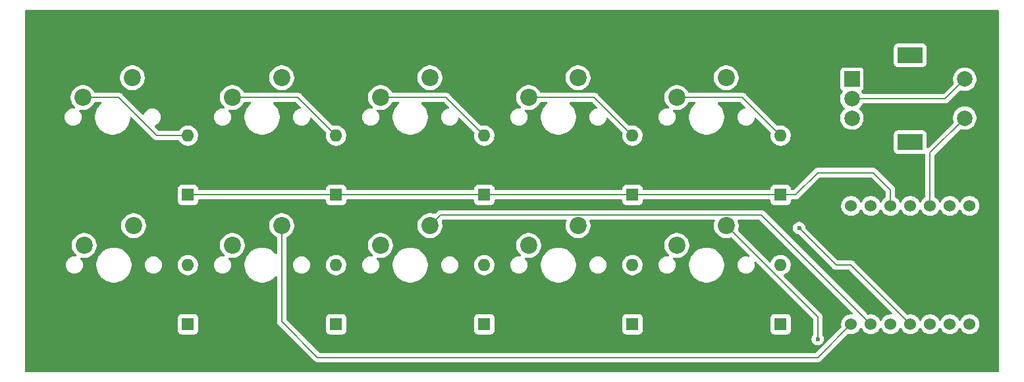
<source format=gbl>
G04 #@! TF.GenerationSoftware,KiCad,Pcbnew,9.0.1*
G04 #@! TF.CreationDate,2025-06-11T13:57:41-04:00*
G04 #@! TF.ProjectId,hackpad,6861636b-7061-4642-9e6b-696361645f70,rev?*
G04 #@! TF.SameCoordinates,Original*
G04 #@! TF.FileFunction,Copper,L2,Bot*
G04 #@! TF.FilePolarity,Positive*
%FSLAX46Y46*%
G04 Gerber Fmt 4.6, Leading zero omitted, Abs format (unit mm)*
G04 Created by KiCad (PCBNEW 9.0.1) date 2025-06-11 13:57:41*
%MOMM*%
%LPD*%
G01*
G04 APERTURE LIST*
G04 #@! TA.AperFunction,ComponentPad*
%ADD10O,1.600000X1.600000*%
G04 #@! TD*
G04 #@! TA.AperFunction,ComponentPad*
%ADD11R,1.600000X1.600000*%
G04 #@! TD*
G04 #@! TA.AperFunction,ComponentPad*
%ADD12C,2.200000*%
G04 #@! TD*
G04 #@! TA.AperFunction,ComponentPad*
%ADD13C,1.524000*%
G04 #@! TD*
G04 #@! TA.AperFunction,ComponentPad*
%ADD14R,2.000000X2.000000*%
G04 #@! TD*
G04 #@! TA.AperFunction,ComponentPad*
%ADD15C,2.000000*%
G04 #@! TD*
G04 #@! TA.AperFunction,ComponentPad*
%ADD16R,3.200000X2.000000*%
G04 #@! TD*
G04 #@! TA.AperFunction,ViaPad*
%ADD17C,0.600000*%
G04 #@! TD*
G04 #@! TA.AperFunction,Conductor*
%ADD18C,0.200000*%
G04 #@! TD*
G04 APERTURE END LIST*
D10*
G04 #@! TO.P,D5,2,A*
G04 #@! TO.N,Net-(D5-A)*
X200025000Y-69056250D03*
D11*
G04 #@! TO.P,D5,1,K*
G04 #@! TO.N,Row 0*
X200025000Y-76676250D03*
G04 #@! TD*
D12*
G04 #@! TO.P,SW1,2,2*
G04 #@! TO.N,Net-(D1-A)*
X110331250Y-64135000D03*
G04 #@! TO.P,SW1,1,1*
G04 #@! TO.N,Col 0*
X116681250Y-61595000D03*
G04 #@! TD*
G04 #@! TO.P,SW3,2,2*
G04 #@! TO.N,Net-(D3-A)*
X148590000Y-64135000D03*
G04 #@! TO.P,SW3,1,1*
G04 #@! TO.N,Col 2*
X154940000Y-61595000D03*
G04 #@! TD*
G04 #@! TO.P,SW2,2,2*
G04 #@! TO.N,Net-(D2-A)*
X129540000Y-64135000D03*
G04 #@! TO.P,SW2,1,1*
G04 #@! TO.N,Col 1*
X135890000Y-61595000D03*
G04 #@! TD*
G04 #@! TO.P,SW5,2,2*
G04 #@! TO.N,Net-(D5-A)*
X186690000Y-64135000D03*
G04 #@! TO.P,SW5,1,1*
G04 #@! TO.N,Col 4*
X193040000Y-61595000D03*
G04 #@! TD*
G04 #@! TO.P,SW4,2,2*
G04 #@! TO.N,Net-(D4-A)*
X167640000Y-64135000D03*
G04 #@! TO.P,SW4,1,1*
G04 #@! TO.N,Col 3*
X173990000Y-61595000D03*
G04 #@! TD*
G04 #@! TO.P,SW10,2,2*
G04 #@! TO.N,Net-(D10-A)*
X186690000Y-83185000D03*
G04 #@! TO.P,SW10,1,1*
G04 #@! TO.N,Col 4*
X193040000Y-80645000D03*
G04 #@! TD*
D10*
G04 #@! TO.P,D1,2,A*
G04 #@! TO.N,Net-(D1-A)*
X123825000Y-69056250D03*
D11*
G04 #@! TO.P,D1,1,K*
G04 #@! TO.N,Row 0*
X123825000Y-76676250D03*
G04 #@! TD*
D13*
G04 #@! TO.P,U1,1,GPIO26/ADC0/A0*
G04 #@! TO.N,ENC A*
X224313750Y-78105000D03*
G04 #@! TO.P,U1,2,GPIO27/ADC1/A1*
G04 #@! TO.N,ENC B*
X221773750Y-78105000D03*
G04 #@! TO.P,U1,3,GPIO28/ADC2/A2*
G04 #@! TO.N,ENC SW*
X219233750Y-78105000D03*
G04 #@! TO.P,U1,4,GPIO29/ADC3/A3*
G04 #@! TO.N,unconnected-(U1-GPIO29{slash}ADC3{slash}A3-Pad4)*
X216693750Y-78105000D03*
G04 #@! TO.P,U1,5,GPIO6/SDA*
G04 #@! TO.N,Row 0*
X214153750Y-78105000D03*
G04 #@! TO.P,U1,6,GPIO7/SCL*
G04 #@! TO.N,Row 1*
X211613750Y-78105000D03*
G04 #@! TO.P,U1,7,GPIO0/TX*
G04 #@! TO.N,Col 0*
X209073750Y-78105000D03*
G04 #@! TO.P,U1,8,GPIO1/RX*
G04 #@! TO.N,Col 1*
X209073750Y-93345000D03*
G04 #@! TO.P,U1,9,GPIO2/SCK*
G04 #@! TO.N,Col 2*
X211613750Y-93345000D03*
G04 #@! TO.P,U1,10,GPIO4/MISO*
G04 #@! TO.N,Col 4*
X214153750Y-93345000D03*
G04 #@! TO.P,U1,11,GPIO3/MOSI*
G04 #@! TO.N,Col 3*
X216693750Y-93345000D03*
G04 #@! TO.P,U1,12,3V3*
G04 #@! TO.N,unconnected-(U1-3V3-Pad12)*
X219233750Y-93345000D03*
G04 #@! TO.P,U1,13,GND*
G04 #@! TO.N,unconnected-(U1-GND-Pad13)*
X221773750Y-93345000D03*
G04 #@! TO.P,U1,14,VBUS*
G04 #@! TO.N,unconnected-(U1-VBUS-Pad14)*
X224313750Y-93345000D03*
G04 #@! TD*
D14*
G04 #@! TO.P,SW11,A,A*
G04 #@! TO.N,ENC A*
X209193750Y-61793750D03*
D15*
G04 #@! TO.P,SW11,C,C*
G04 #@! TO.N,GND*
X209193750Y-64293750D03*
G04 #@! TO.P,SW11,B,B*
G04 #@! TO.N,ENC B*
X209193750Y-66793750D03*
D16*
G04 #@! TO.P,SW11,MP*
G04 #@! TO.N,N/C*
X216693750Y-58693750D03*
X216693750Y-69893750D03*
D15*
G04 #@! TO.P,SW11,S2,S2*
G04 #@! TO.N,GND*
X223693750Y-61793750D03*
G04 #@! TO.P,SW11,S1,S1*
G04 #@! TO.N,ENC SW*
X223693750Y-66793750D03*
G04 #@! TD*
D12*
G04 #@! TO.P,SW9,1,1*
G04 #@! TO.N,Col 3*
X173990000Y-80645000D03*
G04 #@! TO.P,SW9,2,2*
G04 #@! TO.N,Net-(D9-A)*
X167640000Y-83185000D03*
G04 #@! TD*
G04 #@! TO.P,SW8,1,1*
G04 #@! TO.N,Col 2*
X154940000Y-80645000D03*
G04 #@! TO.P,SW8,2,2*
G04 #@! TO.N,Net-(D8-A)*
X148590000Y-83185000D03*
G04 #@! TD*
G04 #@! TO.P,SW7,1,1*
G04 #@! TO.N,Col 1*
X135890000Y-80645000D03*
G04 #@! TO.P,SW7,2,2*
G04 #@! TO.N,Net-(D7-A)*
X129540000Y-83185000D03*
G04 #@! TD*
G04 #@! TO.P,SW6,1,1*
G04 #@! TO.N,Col 0*
X116840000Y-80645000D03*
G04 #@! TO.P,SW6,2,2*
G04 #@! TO.N,Net-(D6-A)*
X110490000Y-83185000D03*
G04 #@! TD*
D11*
G04 #@! TO.P,D10,1,K*
G04 #@! TO.N,Row 1*
X200025000Y-93345000D03*
D10*
G04 #@! TO.P,D10,2,A*
G04 #@! TO.N,Net-(D10-A)*
X200025000Y-85725000D03*
G04 #@! TD*
D11*
G04 #@! TO.P,D9,1,K*
G04 #@! TO.N,Row 1*
X180975000Y-93345000D03*
D10*
G04 #@! TO.P,D9,2,A*
G04 #@! TO.N,Net-(D9-A)*
X180975000Y-85725000D03*
G04 #@! TD*
D11*
G04 #@! TO.P,D8,1,K*
G04 #@! TO.N,Row 1*
X161925000Y-93345000D03*
D10*
G04 #@! TO.P,D8,2,A*
G04 #@! TO.N,Net-(D8-A)*
X161925000Y-85725000D03*
G04 #@! TD*
D11*
G04 #@! TO.P,D7,1,K*
G04 #@! TO.N,Row 1*
X142875000Y-93345000D03*
D10*
G04 #@! TO.P,D7,2,A*
G04 #@! TO.N,Net-(D7-A)*
X142875000Y-85725000D03*
G04 #@! TD*
D11*
G04 #@! TO.P,D6,1,K*
G04 #@! TO.N,Row 1*
X123825000Y-93345000D03*
D10*
G04 #@! TO.P,D6,2,A*
G04 #@! TO.N,Net-(D6-A)*
X123825000Y-85725000D03*
G04 #@! TD*
D11*
G04 #@! TO.P,D4,1,K*
G04 #@! TO.N,Row 0*
X180975000Y-76676250D03*
D10*
G04 #@! TO.P,D4,2,A*
G04 #@! TO.N,Net-(D4-A)*
X180975000Y-69056250D03*
G04 #@! TD*
D11*
G04 #@! TO.P,D3,1,K*
G04 #@! TO.N,Row 0*
X161925000Y-76676250D03*
D10*
G04 #@! TO.P,D3,2,A*
G04 #@! TO.N,Net-(D3-A)*
X161925000Y-69056250D03*
G04 #@! TD*
D11*
G04 #@! TO.P,D2,1,K*
G04 #@! TO.N,Row 0*
X142875000Y-76676250D03*
D10*
G04 #@! TO.P,D2,2,A*
G04 #@! TO.N,Net-(D2-A)*
X142875000Y-69056250D03*
G04 #@! TD*
D17*
G04 #@! TO.N,Col 4*
X204787500Y-95250000D03*
G04 #@! TO.N,Col 3*
X202406250Y-80962500D03*
G04 #@! TD*
D18*
G04 #@! TO.N,Col 4*
X204787500Y-92392500D02*
X204787500Y-95250000D01*
X193040000Y-80645000D02*
X204787500Y-92392500D01*
G04 #@! TO.N,Col 3*
X209073750Y-85725000D02*
X216693750Y-93345000D01*
X207168750Y-85725000D02*
X209073750Y-85725000D01*
X202406250Y-80962500D02*
X207168750Y-85725000D01*
G04 #@! TO.N,Col 2*
X156341000Y-79244000D02*
X197512750Y-79244000D01*
X197512750Y-79244000D02*
X211613750Y-93345000D01*
X154940000Y-80645000D02*
X156341000Y-79244000D01*
G04 #@! TO.N,Net-(D5-A)*
X195103750Y-64135000D02*
X200025000Y-69056250D01*
X186690000Y-64135000D02*
X195103750Y-64135000D01*
G04 #@! TO.N,Net-(D4-A)*
X176053750Y-64135000D02*
X180975000Y-69056250D01*
X167640000Y-64135000D02*
X176053750Y-64135000D01*
G04 #@! TO.N,Net-(D3-A)*
X157003750Y-64135000D02*
X161925000Y-69056250D01*
X148590000Y-64135000D02*
X157003750Y-64135000D01*
G04 #@! TO.N,Net-(D2-A)*
X129540000Y-64135000D02*
X137953750Y-64135000D01*
X137953750Y-64135000D02*
X142875000Y-69056250D01*
G04 #@! TO.N,Net-(D1-A)*
X119847316Y-69056250D02*
X123825000Y-69056250D01*
X114926066Y-64135000D02*
X119847316Y-69056250D01*
X110331250Y-64135000D02*
X114926066Y-64135000D01*
G04 #@! TO.N,Row 0*
X214153750Y-76041250D02*
X214153750Y-78105000D01*
X211931250Y-73818750D02*
X214153750Y-76041250D01*
X204787500Y-73818750D02*
X211931250Y-73818750D01*
X201930000Y-76676250D02*
X204787500Y-73818750D01*
X200025000Y-76676250D02*
X201930000Y-76676250D01*
X123825000Y-76676250D02*
X200025000Y-76676250D01*
G04 #@! TO.N,ENC SW*
X219233750Y-71253750D02*
X219233750Y-78105000D01*
X223693750Y-66793750D02*
X219233750Y-71253750D01*
G04 #@! TO.N,GND*
X221193750Y-64293750D02*
X223693750Y-61793750D01*
X209193750Y-64293750D02*
X221193750Y-64293750D01*
G04 #@! TO.N,Col 1*
X135890000Y-93027500D02*
X140493750Y-97631250D01*
X135890000Y-80645000D02*
X135890000Y-93027500D01*
X140493750Y-97631250D02*
X204787500Y-97631250D01*
X204787500Y-97631250D02*
X209073750Y-93345000D01*
G04 #@! TD*
G04 #@! TA.AperFunction,NonConductor*
G36*
X228042539Y-52907685D02*
G01*
X228088294Y-52960489D01*
X228099500Y-53012000D01*
X228099500Y-99388000D01*
X228079815Y-99455039D01*
X228027011Y-99500794D01*
X227975500Y-99512000D01*
X103018250Y-99512000D01*
X102951211Y-99492315D01*
X102905456Y-99439511D01*
X102894250Y-99388000D01*
X102894250Y-92497135D01*
X122524500Y-92497135D01*
X122524500Y-94192870D01*
X122524501Y-94192876D01*
X122530908Y-94252483D01*
X122581202Y-94387328D01*
X122581206Y-94387335D01*
X122667452Y-94502544D01*
X122667455Y-94502547D01*
X122782664Y-94588793D01*
X122782671Y-94588797D01*
X122917517Y-94639091D01*
X122917516Y-94639091D01*
X122924444Y-94639835D01*
X122977127Y-94645500D01*
X124672872Y-94645499D01*
X124732483Y-94639091D01*
X124867331Y-94588796D01*
X124982546Y-94502546D01*
X125068796Y-94387331D01*
X125119091Y-94252483D01*
X125125500Y-94192873D01*
X125125499Y-92497128D01*
X125119091Y-92437517D01*
X125098392Y-92382021D01*
X125068797Y-92302671D01*
X125068793Y-92302664D01*
X124982547Y-92187455D01*
X124982544Y-92187452D01*
X124867335Y-92101206D01*
X124867328Y-92101202D01*
X124732482Y-92050908D01*
X124732483Y-92050908D01*
X124672883Y-92044501D01*
X124672881Y-92044500D01*
X124672873Y-92044500D01*
X124672864Y-92044500D01*
X122977129Y-92044500D01*
X122977123Y-92044501D01*
X122917516Y-92050908D01*
X122782671Y-92101202D01*
X122782664Y-92101206D01*
X122667455Y-92187452D01*
X122667452Y-92187455D01*
X122581206Y-92302664D01*
X122581202Y-92302671D01*
X122530908Y-92437517D01*
X122524501Y-92497116D01*
X122524501Y-92497123D01*
X122524500Y-92497135D01*
X102894250Y-92497135D01*
X102894250Y-85638389D01*
X108119500Y-85638389D01*
X108119500Y-85811611D01*
X108146598Y-85982701D01*
X108200127Y-86147445D01*
X108278768Y-86301788D01*
X108380586Y-86441928D01*
X108503072Y-86564414D01*
X108643212Y-86666232D01*
X108797555Y-86744873D01*
X108962299Y-86798402D01*
X109133389Y-86825500D01*
X109133390Y-86825500D01*
X109306610Y-86825500D01*
X109306611Y-86825500D01*
X109477701Y-86798402D01*
X109642445Y-86744873D01*
X109796788Y-86666232D01*
X109936928Y-86564414D01*
X110059414Y-86441928D01*
X110161232Y-86301788D01*
X110239873Y-86147445D01*
X110293402Y-85982701D01*
X110320500Y-85811611D01*
X110320500Y-85638389D01*
X110310854Y-85577486D01*
X112049500Y-85577486D01*
X112049500Y-85872513D01*
X112070173Y-86029534D01*
X112088007Y-86164993D01*
X112162212Y-86441930D01*
X112164361Y-86449951D01*
X112164364Y-86449961D01*
X112277254Y-86722500D01*
X112277258Y-86722510D01*
X112424761Y-86977993D01*
X112604352Y-87212040D01*
X112604358Y-87212047D01*
X112812952Y-87420641D01*
X112812959Y-87420647D01*
X113047006Y-87600238D01*
X113302489Y-87747741D01*
X113302490Y-87747741D01*
X113302493Y-87747743D01*
X113575048Y-87860639D01*
X113860007Y-87936993D01*
X114152494Y-87975500D01*
X114152501Y-87975500D01*
X114447499Y-87975500D01*
X114447506Y-87975500D01*
X114739993Y-87936993D01*
X115024952Y-87860639D01*
X115297507Y-87747743D01*
X115552994Y-87600238D01*
X115787042Y-87420646D01*
X115995646Y-87212042D01*
X116175238Y-86977994D01*
X116322743Y-86722507D01*
X116435639Y-86449952D01*
X116511993Y-86164993D01*
X116550500Y-85872506D01*
X116550500Y-85638389D01*
X118279500Y-85638389D01*
X118279500Y-85811611D01*
X118306598Y-85982701D01*
X118360127Y-86147445D01*
X118438768Y-86301788D01*
X118540586Y-86441928D01*
X118663072Y-86564414D01*
X118803212Y-86666232D01*
X118957555Y-86744873D01*
X119122299Y-86798402D01*
X119293389Y-86825500D01*
X119293390Y-86825500D01*
X119466610Y-86825500D01*
X119466611Y-86825500D01*
X119637701Y-86798402D01*
X119802445Y-86744873D01*
X119956788Y-86666232D01*
X120096928Y-86564414D01*
X120219414Y-86441928D01*
X120321232Y-86301788D01*
X120399873Y-86147445D01*
X120453402Y-85982701D01*
X120480500Y-85811611D01*
X120480500Y-85638389D01*
X120478007Y-85622648D01*
X122524500Y-85622648D01*
X122524500Y-85827351D01*
X122556522Y-86029534D01*
X122619781Y-86224223D01*
X122712715Y-86406613D01*
X122833028Y-86572213D01*
X122977786Y-86716971D01*
X123127166Y-86825500D01*
X123143390Y-86837287D01*
X123259607Y-86896503D01*
X123325776Y-86930218D01*
X123325778Y-86930218D01*
X123325781Y-86930220D01*
X123397322Y-86953465D01*
X123520465Y-86993477D01*
X123621557Y-87009488D01*
X123722648Y-87025500D01*
X123722649Y-87025500D01*
X123927351Y-87025500D01*
X123927352Y-87025500D01*
X124129534Y-86993477D01*
X124324219Y-86930220D01*
X124506610Y-86837287D01*
X124633811Y-86744871D01*
X124672213Y-86716971D01*
X124672215Y-86716968D01*
X124672219Y-86716966D01*
X124816966Y-86572219D01*
X124816968Y-86572215D01*
X124816971Y-86572213D01*
X124869732Y-86499590D01*
X124937287Y-86406610D01*
X125030220Y-86224219D01*
X125093477Y-86029534D01*
X125125500Y-85827352D01*
X125125500Y-85638389D01*
X127169500Y-85638389D01*
X127169500Y-85811611D01*
X127196598Y-85982701D01*
X127250127Y-86147445D01*
X127328768Y-86301788D01*
X127430586Y-86441928D01*
X127553072Y-86564414D01*
X127693212Y-86666232D01*
X127847555Y-86744873D01*
X128012299Y-86798402D01*
X128183389Y-86825500D01*
X128183390Y-86825500D01*
X128356610Y-86825500D01*
X128356611Y-86825500D01*
X128527701Y-86798402D01*
X128692445Y-86744873D01*
X128846788Y-86666232D01*
X128986928Y-86564414D01*
X129109414Y-86441928D01*
X129211232Y-86301788D01*
X129289873Y-86147445D01*
X129343402Y-85982701D01*
X129370500Y-85811611D01*
X129370500Y-85638389D01*
X129360854Y-85577486D01*
X131099500Y-85577486D01*
X131099500Y-85872513D01*
X131120173Y-86029534D01*
X131138007Y-86164993D01*
X131212212Y-86441930D01*
X131214361Y-86449951D01*
X131214364Y-86449961D01*
X131327254Y-86722500D01*
X131327258Y-86722510D01*
X131474761Y-86977993D01*
X131654352Y-87212040D01*
X131654358Y-87212047D01*
X131862952Y-87420641D01*
X131862959Y-87420647D01*
X132097006Y-87600238D01*
X132352489Y-87747741D01*
X132352490Y-87747741D01*
X132352493Y-87747743D01*
X132625048Y-87860639D01*
X132910007Y-87936993D01*
X133202494Y-87975500D01*
X133202501Y-87975500D01*
X133497499Y-87975500D01*
X133497506Y-87975500D01*
X133789993Y-87936993D01*
X134074952Y-87860639D01*
X134347507Y-87747743D01*
X134602994Y-87600238D01*
X134837042Y-87420646D01*
X135045646Y-87212042D01*
X135067124Y-87184052D01*
X135123552Y-87142849D01*
X135193298Y-87138694D01*
X135254218Y-87172906D01*
X135286971Y-87234624D01*
X135289500Y-87259538D01*
X135289500Y-92940830D01*
X135289499Y-92940848D01*
X135289499Y-93106554D01*
X135289498Y-93106554D01*
X135330423Y-93259285D01*
X135359358Y-93309400D01*
X135359359Y-93309404D01*
X135359360Y-93309404D01*
X135409479Y-93396214D01*
X135409481Y-93396217D01*
X135528349Y-93515085D01*
X135528354Y-93515089D01*
X140125034Y-98111770D01*
X140125036Y-98111771D01*
X140125040Y-98111774D01*
X140261959Y-98190823D01*
X140261966Y-98190827D01*
X140414693Y-98231751D01*
X140414695Y-98231751D01*
X140580404Y-98231751D01*
X140580420Y-98231750D01*
X204700831Y-98231750D01*
X204700847Y-98231751D01*
X204708443Y-98231751D01*
X204866554Y-98231751D01*
X204866557Y-98231751D01*
X205019285Y-98190827D01*
X205069404Y-98161889D01*
X205156216Y-98111770D01*
X205268020Y-97999966D01*
X205268020Y-97999964D01*
X205278228Y-97989757D01*
X205278230Y-97989754D01*
X208659223Y-94608760D01*
X208720544Y-94575277D01*
X208773271Y-94575841D01*
X208773302Y-94575651D01*
X208774593Y-94575855D01*
X208775849Y-94575869D01*
X208778102Y-94576409D01*
X208778114Y-94576413D01*
X208974389Y-94607500D01*
X208974390Y-94607500D01*
X209173110Y-94607500D01*
X209173111Y-94607500D01*
X209369386Y-94576413D01*
X209558382Y-94515005D01*
X209735444Y-94424787D01*
X209896214Y-94307981D01*
X210036731Y-94167464D01*
X210153537Y-94006694D01*
X210233265Y-93850218D01*
X210281240Y-93799423D01*
X210349061Y-93782628D01*
X210415196Y-93805165D01*
X210454234Y-93850218D01*
X210533963Y-94006694D01*
X210650769Y-94167464D01*
X210791286Y-94307981D01*
X210952056Y-94424787D01*
X211038899Y-94469035D01*
X211129117Y-94515005D01*
X211129120Y-94515006D01*
X211223616Y-94545709D01*
X211318114Y-94576413D01*
X211514389Y-94607500D01*
X211514390Y-94607500D01*
X211713110Y-94607500D01*
X211713111Y-94607500D01*
X211909386Y-94576413D01*
X212098382Y-94515005D01*
X212275444Y-94424787D01*
X212436214Y-94307981D01*
X212576731Y-94167464D01*
X212693537Y-94006694D01*
X212773265Y-93850218D01*
X212821240Y-93799423D01*
X212889061Y-93782628D01*
X212955196Y-93805165D01*
X212994234Y-93850218D01*
X213073963Y-94006694D01*
X213190769Y-94167464D01*
X213331286Y-94307981D01*
X213492056Y-94424787D01*
X213578899Y-94469035D01*
X213669117Y-94515005D01*
X213669120Y-94515006D01*
X213763616Y-94545709D01*
X213858114Y-94576413D01*
X214054389Y-94607500D01*
X214054390Y-94607500D01*
X214253110Y-94607500D01*
X214253111Y-94607500D01*
X214449386Y-94576413D01*
X214638382Y-94515005D01*
X214815444Y-94424787D01*
X214976214Y-94307981D01*
X215116731Y-94167464D01*
X215233537Y-94006694D01*
X215313265Y-93850218D01*
X215361240Y-93799423D01*
X215429061Y-93782628D01*
X215495196Y-93805165D01*
X215534234Y-93850218D01*
X215613963Y-94006694D01*
X215730769Y-94167464D01*
X215871286Y-94307981D01*
X216032056Y-94424787D01*
X216118899Y-94469035D01*
X216209117Y-94515005D01*
X216209120Y-94515006D01*
X216303616Y-94545709D01*
X216398114Y-94576413D01*
X216594389Y-94607500D01*
X216594390Y-94607500D01*
X216793110Y-94607500D01*
X216793111Y-94607500D01*
X216989386Y-94576413D01*
X217178382Y-94515005D01*
X217355444Y-94424787D01*
X217516214Y-94307981D01*
X217656731Y-94167464D01*
X217773537Y-94006694D01*
X217853265Y-93850218D01*
X217901240Y-93799423D01*
X217969061Y-93782628D01*
X218035196Y-93805165D01*
X218074234Y-93850218D01*
X218153963Y-94006694D01*
X218270769Y-94167464D01*
X218411286Y-94307981D01*
X218572056Y-94424787D01*
X218658899Y-94469035D01*
X218749117Y-94515005D01*
X218749120Y-94515006D01*
X218843616Y-94545709D01*
X218938114Y-94576413D01*
X219134389Y-94607500D01*
X219134390Y-94607500D01*
X219333110Y-94607500D01*
X219333111Y-94607500D01*
X219529386Y-94576413D01*
X219718382Y-94515005D01*
X219895444Y-94424787D01*
X220056214Y-94307981D01*
X220196731Y-94167464D01*
X220313537Y-94006694D01*
X220393265Y-93850218D01*
X220441240Y-93799423D01*
X220509061Y-93782628D01*
X220575196Y-93805165D01*
X220614234Y-93850218D01*
X220693963Y-94006694D01*
X220810769Y-94167464D01*
X220951286Y-94307981D01*
X221112056Y-94424787D01*
X221198899Y-94469035D01*
X221289117Y-94515005D01*
X221289120Y-94515006D01*
X221383616Y-94545709D01*
X221478114Y-94576413D01*
X221674389Y-94607500D01*
X221674390Y-94607500D01*
X221873110Y-94607500D01*
X221873111Y-94607500D01*
X222069386Y-94576413D01*
X222258382Y-94515005D01*
X222435444Y-94424787D01*
X222596214Y-94307981D01*
X222736731Y-94167464D01*
X222853537Y-94006694D01*
X222933265Y-93850218D01*
X222981240Y-93799423D01*
X223049061Y-93782628D01*
X223115196Y-93805165D01*
X223154234Y-93850218D01*
X223233963Y-94006694D01*
X223350769Y-94167464D01*
X223491286Y-94307981D01*
X223652056Y-94424787D01*
X223738899Y-94469035D01*
X223829117Y-94515005D01*
X223829120Y-94515006D01*
X223923616Y-94545709D01*
X224018114Y-94576413D01*
X224214389Y-94607500D01*
X224214390Y-94607500D01*
X224413110Y-94607500D01*
X224413111Y-94607500D01*
X224609386Y-94576413D01*
X224798382Y-94515005D01*
X224975444Y-94424787D01*
X225136214Y-94307981D01*
X225276731Y-94167464D01*
X225393537Y-94006694D01*
X225483755Y-93829632D01*
X225545163Y-93640636D01*
X225576250Y-93444361D01*
X225576250Y-93245639D01*
X225545163Y-93049364D01*
X225509904Y-92940848D01*
X225483756Y-92860370D01*
X225483755Y-92860367D01*
X225393536Y-92683305D01*
X225381137Y-92666239D01*
X225276731Y-92522536D01*
X225136214Y-92382019D01*
X224975444Y-92265213D01*
X224798382Y-92174994D01*
X224798379Y-92174993D01*
X224609387Y-92113587D01*
X224511248Y-92098043D01*
X224413111Y-92082500D01*
X224214389Y-92082500D01*
X224148964Y-92092862D01*
X224018112Y-92113587D01*
X223829120Y-92174993D01*
X223829117Y-92174994D01*
X223652055Y-92265213D01*
X223491283Y-92382021D01*
X223350771Y-92522533D01*
X223233963Y-92683305D01*
X223154235Y-92839780D01*
X223106260Y-92890576D01*
X223038439Y-92907371D01*
X222972304Y-92884833D01*
X222933265Y-92839780D01*
X222853536Y-92683305D01*
X222841137Y-92666239D01*
X222736731Y-92522536D01*
X222596214Y-92382019D01*
X222435444Y-92265213D01*
X222258382Y-92174994D01*
X222258379Y-92174993D01*
X222069387Y-92113587D01*
X221971248Y-92098043D01*
X221873111Y-92082500D01*
X221674389Y-92082500D01*
X221608964Y-92092862D01*
X221478112Y-92113587D01*
X221289120Y-92174993D01*
X221289117Y-92174994D01*
X221112055Y-92265213D01*
X220951283Y-92382021D01*
X220810771Y-92522533D01*
X220693963Y-92683305D01*
X220614235Y-92839780D01*
X220566260Y-92890576D01*
X220498439Y-92907371D01*
X220432304Y-92884833D01*
X220393265Y-92839780D01*
X220313536Y-92683305D01*
X220301137Y-92666239D01*
X220196731Y-92522536D01*
X220056214Y-92382019D01*
X219895444Y-92265213D01*
X219718382Y-92174994D01*
X219718379Y-92174993D01*
X219529387Y-92113587D01*
X219431248Y-92098043D01*
X219333111Y-92082500D01*
X219134389Y-92082500D01*
X219068964Y-92092862D01*
X218938112Y-92113587D01*
X218749120Y-92174993D01*
X218749117Y-92174994D01*
X218572055Y-92265213D01*
X218411283Y-92382021D01*
X218270771Y-92522533D01*
X218153963Y-92683305D01*
X218074235Y-92839780D01*
X218026260Y-92890576D01*
X217958439Y-92907371D01*
X217892304Y-92884833D01*
X217853265Y-92839780D01*
X217773536Y-92683305D01*
X217761137Y-92666239D01*
X217656731Y-92522536D01*
X217516214Y-92382019D01*
X217355444Y-92265213D01*
X217178382Y-92174994D01*
X217178379Y-92174993D01*
X216989387Y-92113587D01*
X216891248Y-92098043D01*
X216793111Y-92082500D01*
X216594389Y-92082500D01*
X216555134Y-92088717D01*
X216398110Y-92113587D01*
X216395837Y-92114133D01*
X216394947Y-92114088D01*
X216393302Y-92114349D01*
X216393247Y-92114003D01*
X216326055Y-92110635D01*
X216279222Y-92081237D01*
X209561340Y-85363355D01*
X209561338Y-85363352D01*
X209442467Y-85244481D01*
X209442466Y-85244480D01*
X209355654Y-85194360D01*
X209355654Y-85194359D01*
X209355650Y-85194358D01*
X209305535Y-85165423D01*
X209152807Y-85124499D01*
X208994693Y-85124499D01*
X208987097Y-85124499D01*
X208987081Y-85124500D01*
X207468847Y-85124500D01*
X207401808Y-85104815D01*
X207381166Y-85088181D01*
X203240824Y-80947839D01*
X203207339Y-80886516D01*
X203206888Y-80884349D01*
X203175988Y-80729010D01*
X203175987Y-80729003D01*
X203175985Y-80728998D01*
X203115647Y-80583327D01*
X203115640Y-80583314D01*
X203028039Y-80452211D01*
X203028036Y-80452207D01*
X202916542Y-80340713D01*
X202916538Y-80340710D01*
X202785435Y-80253109D01*
X202785422Y-80253102D01*
X202639751Y-80192764D01*
X202639739Y-80192761D01*
X202485095Y-80162000D01*
X202485092Y-80162000D01*
X202327408Y-80162000D01*
X202327405Y-80162000D01*
X202172760Y-80192761D01*
X202172748Y-80192764D01*
X202027077Y-80253102D01*
X202027064Y-80253109D01*
X201895961Y-80340710D01*
X201895957Y-80340713D01*
X201784463Y-80452207D01*
X201784460Y-80452211D01*
X201696859Y-80583314D01*
X201696852Y-80583327D01*
X201636514Y-80728998D01*
X201636511Y-80729010D01*
X201605750Y-80883653D01*
X201605750Y-81041346D01*
X201636511Y-81195989D01*
X201636514Y-81196001D01*
X201696852Y-81341672D01*
X201696859Y-81341685D01*
X201784460Y-81472788D01*
X201784463Y-81472792D01*
X201895957Y-81584286D01*
X201895961Y-81584289D01*
X202027064Y-81671890D01*
X202027077Y-81671897D01*
X202099174Y-81701760D01*
X202172753Y-81732237D01*
X202237397Y-81745095D01*
X202328099Y-81763138D01*
X202390010Y-81795523D01*
X202391589Y-81797074D01*
X206683889Y-86089374D01*
X206683899Y-86089385D01*
X206688229Y-86093715D01*
X206688230Y-86093716D01*
X206800034Y-86205520D01*
X206886845Y-86255639D01*
X206886847Y-86255641D01*
X206924901Y-86277611D01*
X206936965Y-86284577D01*
X207089693Y-86325500D01*
X207247807Y-86325500D01*
X208773653Y-86325500D01*
X208840692Y-86345185D01*
X208861334Y-86361819D01*
X214374057Y-91874542D01*
X214407542Y-91935865D01*
X214402558Y-92005557D01*
X214360686Y-92061490D01*
X214295222Y-92085907D01*
X214266982Y-92084697D01*
X214253111Y-92082500D01*
X214054389Y-92082500D01*
X213988964Y-92092862D01*
X213858112Y-92113587D01*
X213669120Y-92174993D01*
X213669117Y-92174994D01*
X213492055Y-92265213D01*
X213331283Y-92382021D01*
X213190771Y-92522533D01*
X213073963Y-92683305D01*
X212994235Y-92839780D01*
X212946260Y-92890576D01*
X212878439Y-92907371D01*
X212812304Y-92884833D01*
X212773265Y-92839780D01*
X212693536Y-92683305D01*
X212681137Y-92666239D01*
X212576731Y-92522536D01*
X212436214Y-92382019D01*
X212275444Y-92265213D01*
X212098382Y-92174994D01*
X212098379Y-92174993D01*
X211909387Y-92113587D01*
X211811248Y-92098043D01*
X211713111Y-92082500D01*
X211514389Y-92082500D01*
X211475134Y-92088717D01*
X211318110Y-92113587D01*
X211315837Y-92114133D01*
X211314947Y-92114088D01*
X211313302Y-92114349D01*
X211313247Y-92114003D01*
X211246055Y-92110635D01*
X211199222Y-92081237D01*
X198000340Y-78882355D01*
X198000338Y-78882352D01*
X197881467Y-78763481D01*
X197881459Y-78763475D01*
X197781042Y-78705500D01*
X197781041Y-78705499D01*
X197781041Y-78705500D01*
X197744535Y-78684423D01*
X197591807Y-78643499D01*
X197433693Y-78643499D01*
X197426097Y-78643499D01*
X197426081Y-78643500D01*
X156261942Y-78643500D01*
X156109213Y-78684423D01*
X156072709Y-78705500D01*
X156072708Y-78705500D01*
X155972287Y-78763477D01*
X155972282Y-78763481D01*
X155860478Y-78875286D01*
X155622923Y-79112840D01*
X155561600Y-79146325D01*
X155496924Y-79143090D01*
X155314787Y-79083910D01*
X155148903Y-79057636D01*
X155065962Y-79044500D01*
X154814038Y-79044500D01*
X154689626Y-79064205D01*
X154565214Y-79083910D01*
X154325616Y-79161760D01*
X154101151Y-79276132D01*
X153897350Y-79424201D01*
X153897345Y-79424205D01*
X153719205Y-79602345D01*
X153719201Y-79602350D01*
X153571132Y-79806151D01*
X153456760Y-80030616D01*
X153378910Y-80270214D01*
X153367744Y-80340711D01*
X153339500Y-80519038D01*
X153339500Y-80770962D01*
X153357459Y-80884349D01*
X153378910Y-81019785D01*
X153456760Y-81259383D01*
X153535413Y-81413747D01*
X153565498Y-81472792D01*
X153571132Y-81483848D01*
X153719201Y-81687649D01*
X153719205Y-81687654D01*
X153897345Y-81865794D01*
X153897350Y-81865798D01*
X154075117Y-81994952D01*
X154101155Y-82013870D01*
X154244184Y-82086747D01*
X154325616Y-82128239D01*
X154325618Y-82128239D01*
X154325621Y-82128241D01*
X154565215Y-82206090D01*
X154814038Y-82245500D01*
X154814039Y-82245500D01*
X155065961Y-82245500D01*
X155065962Y-82245500D01*
X155314785Y-82206090D01*
X155554379Y-82128241D01*
X155778845Y-82013870D01*
X155982656Y-81865793D01*
X156160793Y-81687656D01*
X156308870Y-81483845D01*
X156423241Y-81259379D01*
X156501090Y-81019785D01*
X156540500Y-80770962D01*
X156540500Y-80519038D01*
X156501090Y-80270215D01*
X156501089Y-80270211D01*
X156501089Y-80270210D01*
X156441909Y-80088074D01*
X156441474Y-80072860D01*
X156436156Y-80058601D01*
X156440497Y-80038645D01*
X156439914Y-80018233D01*
X156448001Y-80004146D01*
X156451008Y-79990328D01*
X156472155Y-79962079D01*
X156553417Y-79880817D01*
X156614740Y-79847334D01*
X156641097Y-79844500D01*
X172399242Y-79844500D01*
X172466281Y-79864185D01*
X172512036Y-79916989D01*
X172521980Y-79986147D01*
X172509728Y-80024792D01*
X172506762Y-80030613D01*
X172506760Y-80030618D01*
X172506759Y-80030621D01*
X172464071Y-80162000D01*
X172428910Y-80270214D01*
X172417744Y-80340711D01*
X172389500Y-80519038D01*
X172389500Y-80770962D01*
X172407459Y-80884349D01*
X172428910Y-81019785D01*
X172506760Y-81259383D01*
X172585413Y-81413747D01*
X172615498Y-81472792D01*
X172621132Y-81483848D01*
X172769201Y-81687649D01*
X172769205Y-81687654D01*
X172947345Y-81865794D01*
X172947350Y-81865798D01*
X173125117Y-81994952D01*
X173151155Y-82013870D01*
X173294184Y-82086747D01*
X173375616Y-82128239D01*
X173375618Y-82128239D01*
X173375621Y-82128241D01*
X173615215Y-82206090D01*
X173864038Y-82245500D01*
X173864039Y-82245500D01*
X174115961Y-82245500D01*
X174115962Y-82245500D01*
X174364785Y-82206090D01*
X174604379Y-82128241D01*
X174828845Y-82013870D01*
X175032656Y-81865793D01*
X175210793Y-81687656D01*
X175358870Y-81483845D01*
X175473241Y-81259379D01*
X175551090Y-81019785D01*
X175590500Y-80770962D01*
X175590500Y-80519038D01*
X175551090Y-80270215D01*
X175473241Y-80030621D01*
X175473237Y-80030613D01*
X175470272Y-80024792D01*
X175457377Y-79956122D01*
X175483655Y-79891383D01*
X175540763Y-79851127D01*
X175580758Y-79844500D01*
X191449242Y-79844500D01*
X191516281Y-79864185D01*
X191562036Y-79916989D01*
X191571980Y-79986147D01*
X191559728Y-80024792D01*
X191556762Y-80030613D01*
X191556760Y-80030618D01*
X191556759Y-80030621D01*
X191514071Y-80162000D01*
X191478910Y-80270214D01*
X191467744Y-80340711D01*
X191439500Y-80519038D01*
X191439500Y-80770962D01*
X191457459Y-80884349D01*
X191478910Y-81019785D01*
X191556760Y-81259383D01*
X191635413Y-81413747D01*
X191665498Y-81472792D01*
X191671132Y-81483848D01*
X191819201Y-81687649D01*
X191819205Y-81687654D01*
X191997345Y-81865794D01*
X191997350Y-81865798D01*
X192175117Y-81994952D01*
X192201155Y-82013870D01*
X192344184Y-82086747D01*
X192425616Y-82128239D01*
X192425618Y-82128239D01*
X192425621Y-82128241D01*
X192665215Y-82206090D01*
X192914038Y-82245500D01*
X192914039Y-82245500D01*
X193165961Y-82245500D01*
X193165962Y-82245500D01*
X193414785Y-82206090D01*
X193596928Y-82146907D01*
X193666764Y-82144912D01*
X193722923Y-82177158D01*
X196005252Y-84459487D01*
X196038737Y-84520810D01*
X196033753Y-84590502D01*
X195991881Y-84646435D01*
X195926417Y-84670852D01*
X195879254Y-84665099D01*
X195837702Y-84651598D01*
X195837698Y-84651597D01*
X195706271Y-84630781D01*
X195666611Y-84624500D01*
X195493389Y-84624500D01*
X195453728Y-84630781D01*
X195322302Y-84651597D01*
X195157552Y-84705128D01*
X195003211Y-84783768D01*
X194946289Y-84825125D01*
X194863072Y-84885586D01*
X194863070Y-84885588D01*
X194863069Y-84885588D01*
X194740588Y-85008069D01*
X194740588Y-85008070D01*
X194740586Y-85008072D01*
X194714929Y-85043386D01*
X194638768Y-85148211D01*
X194560128Y-85302552D01*
X194506597Y-85467302D01*
X194481993Y-85622648D01*
X194479500Y-85638389D01*
X194479500Y-85811611D01*
X194506598Y-85982701D01*
X194560127Y-86147445D01*
X194638768Y-86301788D01*
X194740586Y-86441928D01*
X194863072Y-86564414D01*
X195003212Y-86666232D01*
X195157555Y-86744873D01*
X195322299Y-86798402D01*
X195493389Y-86825500D01*
X195493390Y-86825500D01*
X195666610Y-86825500D01*
X195666611Y-86825500D01*
X195837701Y-86798402D01*
X196002445Y-86744873D01*
X196156788Y-86666232D01*
X196296928Y-86564414D01*
X196419414Y-86441928D01*
X196521232Y-86301788D01*
X196599873Y-86147445D01*
X196653402Y-85982701D01*
X196680500Y-85811611D01*
X196680500Y-85638389D01*
X196653402Y-85467299D01*
X196639899Y-85425744D01*
X196637905Y-85355906D01*
X196673985Y-85296073D01*
X196736686Y-85265244D01*
X196806100Y-85273208D01*
X196845512Y-85299747D01*
X204150681Y-92604916D01*
X204184166Y-92666239D01*
X204187000Y-92692597D01*
X204187000Y-94670234D01*
X204167315Y-94737273D01*
X204166102Y-94739125D01*
X204078109Y-94870814D01*
X204078102Y-94870827D01*
X204017764Y-95016498D01*
X204017761Y-95016510D01*
X203987000Y-95171153D01*
X203987000Y-95328846D01*
X204017761Y-95483489D01*
X204017764Y-95483501D01*
X204078102Y-95629172D01*
X204078109Y-95629185D01*
X204165710Y-95760288D01*
X204165713Y-95760292D01*
X204277207Y-95871786D01*
X204277211Y-95871789D01*
X204408314Y-95959390D01*
X204408327Y-95959397D01*
X204553998Y-96019735D01*
X204554003Y-96019737D01*
X204708653Y-96050499D01*
X204708656Y-96050500D01*
X204708658Y-96050500D01*
X204866344Y-96050500D01*
X204866345Y-96050499D01*
X205020997Y-96019737D01*
X205166679Y-95959394D01*
X205297789Y-95871789D01*
X205409289Y-95760289D01*
X205496894Y-95629179D01*
X205557237Y-95483497D01*
X205588000Y-95328842D01*
X205588000Y-95171158D01*
X205588000Y-95171155D01*
X205587999Y-95171153D01*
X205557238Y-95016510D01*
X205557237Y-95016503D01*
X205557235Y-95016498D01*
X205496897Y-94870827D01*
X205496890Y-94870814D01*
X205408898Y-94739125D01*
X205388020Y-94672447D01*
X205388000Y-94670234D01*
X205388000Y-92481559D01*
X205388001Y-92481546D01*
X205388001Y-92313445D01*
X205388001Y-92313443D01*
X205347077Y-92160715D01*
X205283680Y-92050909D01*
X205268020Y-92023784D01*
X205156216Y-91911980D01*
X205156213Y-91911978D01*
X200403312Y-87159077D01*
X200369827Y-87097754D01*
X200374811Y-87028062D01*
X200416683Y-86972129D01*
X200452672Y-86953466D01*
X200524219Y-86930220D01*
X200706610Y-86837287D01*
X200833811Y-86744871D01*
X200872213Y-86716971D01*
X200872215Y-86716968D01*
X200872219Y-86716966D01*
X201016966Y-86572219D01*
X201016968Y-86572215D01*
X201016971Y-86572213D01*
X201069732Y-86499590D01*
X201137287Y-86406610D01*
X201230220Y-86224219D01*
X201293477Y-86029534D01*
X201325500Y-85827352D01*
X201325500Y-85622648D01*
X201300895Y-85467299D01*
X201293477Y-85420465D01*
X201236296Y-85244481D01*
X201230220Y-85225781D01*
X201230218Y-85225778D01*
X201230218Y-85225776D01*
X201196503Y-85159607D01*
X201137287Y-85043390D01*
X201111625Y-85008069D01*
X201016971Y-84877786D01*
X200872213Y-84733028D01*
X200706613Y-84612715D01*
X200706612Y-84612714D01*
X200706610Y-84612713D01*
X200648905Y-84583311D01*
X200524223Y-84519781D01*
X200329534Y-84456522D01*
X200154995Y-84428878D01*
X200127352Y-84424500D01*
X199922648Y-84424500D01*
X199898329Y-84428351D01*
X199720465Y-84456522D01*
X199525776Y-84519781D01*
X199343386Y-84612715D01*
X199177786Y-84733028D01*
X199033028Y-84877786D01*
X198912715Y-85043386D01*
X198819781Y-85225776D01*
X198796534Y-85297325D01*
X198757096Y-85355000D01*
X198692737Y-85382198D01*
X198623891Y-85370283D01*
X198590922Y-85346687D01*
X194572158Y-81327923D01*
X194538673Y-81266600D01*
X194541907Y-81201928D01*
X194601090Y-81019785D01*
X194640500Y-80770962D01*
X194640500Y-80519038D01*
X194601090Y-80270215D01*
X194523241Y-80030621D01*
X194523237Y-80030613D01*
X194520272Y-80024792D01*
X194507377Y-79956122D01*
X194533655Y-79891383D01*
X194590763Y-79851127D01*
X194630758Y-79844500D01*
X197212653Y-79844500D01*
X197279692Y-79864185D01*
X197300334Y-79880819D01*
X209294057Y-91874542D01*
X209327542Y-91935865D01*
X209322558Y-92005557D01*
X209280686Y-92061490D01*
X209215222Y-92085907D01*
X209186982Y-92084697D01*
X209173111Y-92082500D01*
X208974389Y-92082500D01*
X208908964Y-92092862D01*
X208778112Y-92113587D01*
X208589120Y-92174993D01*
X208589117Y-92174994D01*
X208412055Y-92265213D01*
X208251283Y-92382021D01*
X208110771Y-92522533D01*
X207993963Y-92683305D01*
X207903744Y-92860367D01*
X207903743Y-92860370D01*
X207842337Y-93049362D01*
X207811250Y-93245639D01*
X207811250Y-93444360D01*
X207842336Y-93640636D01*
X207842881Y-93642903D01*
X207842836Y-93643790D01*
X207843099Y-93645448D01*
X207842750Y-93645503D01*
X207839388Y-93712685D01*
X207809987Y-93759526D01*
X204575084Y-96994431D01*
X204513761Y-97027916D01*
X204487403Y-97030750D01*
X140793848Y-97030750D01*
X140726809Y-97011065D01*
X140706167Y-96994431D01*
X136526819Y-92815083D01*
X136512115Y-92788155D01*
X136495523Y-92762337D01*
X136494631Y-92756136D01*
X136493334Y-92753760D01*
X136490500Y-92727402D01*
X136490500Y-92497135D01*
X141574500Y-92497135D01*
X141574500Y-94192870D01*
X141574501Y-94192876D01*
X141580908Y-94252483D01*
X141631202Y-94387328D01*
X141631206Y-94387335D01*
X141717452Y-94502544D01*
X141717455Y-94502547D01*
X141832664Y-94588793D01*
X141832671Y-94588797D01*
X141967517Y-94639091D01*
X141967516Y-94639091D01*
X141974444Y-94639835D01*
X142027127Y-94645500D01*
X143722872Y-94645499D01*
X143782483Y-94639091D01*
X143917331Y-94588796D01*
X144032546Y-94502546D01*
X144118796Y-94387331D01*
X144169091Y-94252483D01*
X144175500Y-94192873D01*
X144175499Y-92497135D01*
X160624500Y-92497135D01*
X160624500Y-94192870D01*
X160624501Y-94192876D01*
X160630908Y-94252483D01*
X160681202Y-94387328D01*
X160681206Y-94387335D01*
X160767452Y-94502544D01*
X160767455Y-94502547D01*
X160882664Y-94588793D01*
X160882671Y-94588797D01*
X161017517Y-94639091D01*
X161017516Y-94639091D01*
X161024444Y-94639835D01*
X161077127Y-94645500D01*
X162772872Y-94645499D01*
X162832483Y-94639091D01*
X162967331Y-94588796D01*
X163082546Y-94502546D01*
X163168796Y-94387331D01*
X163219091Y-94252483D01*
X163225500Y-94192873D01*
X163225499Y-92497135D01*
X179674500Y-92497135D01*
X179674500Y-94192870D01*
X179674501Y-94192876D01*
X179680908Y-94252483D01*
X179731202Y-94387328D01*
X179731206Y-94387335D01*
X179817452Y-94502544D01*
X179817455Y-94502547D01*
X179932664Y-94588793D01*
X179932671Y-94588797D01*
X180067517Y-94639091D01*
X180067516Y-94639091D01*
X180074444Y-94639835D01*
X180127127Y-94645500D01*
X181822872Y-94645499D01*
X181882483Y-94639091D01*
X182017331Y-94588796D01*
X182132546Y-94502546D01*
X182218796Y-94387331D01*
X182269091Y-94252483D01*
X182275500Y-94192873D01*
X182275499Y-92497135D01*
X198724500Y-92497135D01*
X198724500Y-94192870D01*
X198724501Y-94192876D01*
X198730908Y-94252483D01*
X198781202Y-94387328D01*
X198781206Y-94387335D01*
X198867452Y-94502544D01*
X198867455Y-94502547D01*
X198982664Y-94588793D01*
X198982671Y-94588797D01*
X199117517Y-94639091D01*
X199117516Y-94639091D01*
X199124444Y-94639835D01*
X199177127Y-94645500D01*
X200872872Y-94645499D01*
X200932483Y-94639091D01*
X201067331Y-94588796D01*
X201182546Y-94502546D01*
X201268796Y-94387331D01*
X201319091Y-94252483D01*
X201325500Y-94192873D01*
X201325499Y-92497128D01*
X201319091Y-92437517D01*
X201298392Y-92382021D01*
X201268797Y-92302671D01*
X201268793Y-92302664D01*
X201182547Y-92187455D01*
X201182544Y-92187452D01*
X201067335Y-92101206D01*
X201067328Y-92101202D01*
X200932482Y-92050908D01*
X200932483Y-92050908D01*
X200872883Y-92044501D01*
X200872881Y-92044500D01*
X200872873Y-92044500D01*
X200872864Y-92044500D01*
X199177129Y-92044500D01*
X199177123Y-92044501D01*
X199117516Y-92050908D01*
X198982671Y-92101202D01*
X198982664Y-92101206D01*
X198867455Y-92187452D01*
X198867452Y-92187455D01*
X198781206Y-92302664D01*
X198781202Y-92302671D01*
X198730908Y-92437517D01*
X198724501Y-92497116D01*
X198724501Y-92497123D01*
X198724500Y-92497135D01*
X182275499Y-92497135D01*
X182275499Y-92497128D01*
X182269091Y-92437517D01*
X182248392Y-92382021D01*
X182218797Y-92302671D01*
X182218793Y-92302664D01*
X182132547Y-92187455D01*
X182132544Y-92187452D01*
X182017335Y-92101206D01*
X182017328Y-92101202D01*
X181882482Y-92050908D01*
X181882483Y-92050908D01*
X181822883Y-92044501D01*
X181822881Y-92044500D01*
X181822873Y-92044500D01*
X181822864Y-92044500D01*
X180127129Y-92044500D01*
X180127123Y-92044501D01*
X180067516Y-92050908D01*
X179932671Y-92101202D01*
X179932664Y-92101206D01*
X179817455Y-92187452D01*
X179817452Y-92187455D01*
X179731206Y-92302664D01*
X179731202Y-92302671D01*
X179680908Y-92437517D01*
X179674501Y-92497116D01*
X179674501Y-92497123D01*
X179674500Y-92497135D01*
X163225499Y-92497135D01*
X163225499Y-92497128D01*
X163219091Y-92437517D01*
X163198392Y-92382021D01*
X163168797Y-92302671D01*
X163168793Y-92302664D01*
X163082547Y-92187455D01*
X163082544Y-92187452D01*
X162967335Y-92101206D01*
X162967328Y-92101202D01*
X162832482Y-92050908D01*
X162832483Y-92050908D01*
X162772883Y-92044501D01*
X162772881Y-92044500D01*
X162772873Y-92044500D01*
X162772864Y-92044500D01*
X161077129Y-92044500D01*
X161077123Y-92044501D01*
X161017516Y-92050908D01*
X160882671Y-92101202D01*
X160882664Y-92101206D01*
X160767455Y-92187452D01*
X160767452Y-92187455D01*
X160681206Y-92302664D01*
X160681202Y-92302671D01*
X160630908Y-92437517D01*
X160624501Y-92497116D01*
X160624501Y-92497123D01*
X160624500Y-92497135D01*
X144175499Y-92497135D01*
X144175499Y-92497128D01*
X144169091Y-92437517D01*
X144148392Y-92382021D01*
X144118797Y-92302671D01*
X144118793Y-92302664D01*
X144032547Y-92187455D01*
X144032544Y-92187452D01*
X143917335Y-92101206D01*
X143917328Y-92101202D01*
X143782482Y-92050908D01*
X143782483Y-92050908D01*
X143722883Y-92044501D01*
X143722881Y-92044500D01*
X143722873Y-92044500D01*
X143722864Y-92044500D01*
X142027129Y-92044500D01*
X142027123Y-92044501D01*
X141967516Y-92050908D01*
X141832671Y-92101202D01*
X141832664Y-92101206D01*
X141717455Y-92187452D01*
X141717452Y-92187455D01*
X141631206Y-92302664D01*
X141631202Y-92302671D01*
X141580908Y-92437517D01*
X141574501Y-92497116D01*
X141574501Y-92497123D01*
X141574500Y-92497135D01*
X136490500Y-92497135D01*
X136490500Y-85638389D01*
X137329500Y-85638389D01*
X137329500Y-85811611D01*
X137356598Y-85982701D01*
X137410127Y-86147445D01*
X137488768Y-86301788D01*
X137590586Y-86441928D01*
X137713072Y-86564414D01*
X137853212Y-86666232D01*
X138007555Y-86744873D01*
X138172299Y-86798402D01*
X138343389Y-86825500D01*
X138343390Y-86825500D01*
X138516610Y-86825500D01*
X138516611Y-86825500D01*
X138687701Y-86798402D01*
X138852445Y-86744873D01*
X139006788Y-86666232D01*
X139146928Y-86564414D01*
X139269414Y-86441928D01*
X139371232Y-86301788D01*
X139449873Y-86147445D01*
X139503402Y-85982701D01*
X139530500Y-85811611D01*
X139530500Y-85638389D01*
X139528007Y-85622648D01*
X141574500Y-85622648D01*
X141574500Y-85827351D01*
X141606522Y-86029534D01*
X141669781Y-86224223D01*
X141762715Y-86406613D01*
X141883028Y-86572213D01*
X142027786Y-86716971D01*
X142177166Y-86825500D01*
X142193390Y-86837287D01*
X142309607Y-86896503D01*
X142375776Y-86930218D01*
X142375778Y-86930218D01*
X142375781Y-86930220D01*
X142447322Y-86953465D01*
X142570465Y-86993477D01*
X142671557Y-87009488D01*
X142772648Y-87025500D01*
X142772649Y-87025500D01*
X142977351Y-87025500D01*
X142977352Y-87025500D01*
X143179534Y-86993477D01*
X143374219Y-86930220D01*
X143556610Y-86837287D01*
X143683811Y-86744871D01*
X143722213Y-86716971D01*
X143722215Y-86716968D01*
X143722219Y-86716966D01*
X143866966Y-86572219D01*
X143866968Y-86572215D01*
X143866971Y-86572213D01*
X143919732Y-86499590D01*
X143987287Y-86406610D01*
X144080220Y-86224219D01*
X144143477Y-86029534D01*
X144175500Y-85827352D01*
X144175500Y-85638389D01*
X146219500Y-85638389D01*
X146219500Y-85811611D01*
X146246598Y-85982701D01*
X146300127Y-86147445D01*
X146378768Y-86301788D01*
X146480586Y-86441928D01*
X146603072Y-86564414D01*
X146743212Y-86666232D01*
X146897555Y-86744873D01*
X147062299Y-86798402D01*
X147233389Y-86825500D01*
X147233390Y-86825500D01*
X147406610Y-86825500D01*
X147406611Y-86825500D01*
X147577701Y-86798402D01*
X147742445Y-86744873D01*
X147896788Y-86666232D01*
X148036928Y-86564414D01*
X148159414Y-86441928D01*
X148261232Y-86301788D01*
X148339873Y-86147445D01*
X148393402Y-85982701D01*
X148420500Y-85811611D01*
X148420500Y-85638389D01*
X148410854Y-85577486D01*
X150149500Y-85577486D01*
X150149500Y-85872513D01*
X150170173Y-86029534D01*
X150188007Y-86164993D01*
X150262212Y-86441930D01*
X150264361Y-86449951D01*
X150264364Y-86449961D01*
X150377254Y-86722500D01*
X150377258Y-86722510D01*
X150524761Y-86977993D01*
X150704352Y-87212040D01*
X150704358Y-87212047D01*
X150912952Y-87420641D01*
X150912959Y-87420647D01*
X151147006Y-87600238D01*
X151402489Y-87747741D01*
X151402490Y-87747741D01*
X151402493Y-87747743D01*
X151675048Y-87860639D01*
X151960007Y-87936993D01*
X152252494Y-87975500D01*
X152252501Y-87975500D01*
X152547499Y-87975500D01*
X152547506Y-87975500D01*
X152839993Y-87936993D01*
X153124952Y-87860639D01*
X153397507Y-87747743D01*
X153652994Y-87600238D01*
X153887042Y-87420646D01*
X154095646Y-87212042D01*
X154275238Y-86977994D01*
X154422743Y-86722507D01*
X154535639Y-86449952D01*
X154611993Y-86164993D01*
X154650500Y-85872506D01*
X154650500Y-85638389D01*
X156379500Y-85638389D01*
X156379500Y-85811611D01*
X156406598Y-85982701D01*
X156460127Y-86147445D01*
X156538768Y-86301788D01*
X156640586Y-86441928D01*
X156763072Y-86564414D01*
X156903212Y-86666232D01*
X157057555Y-86744873D01*
X157222299Y-86798402D01*
X157393389Y-86825500D01*
X157393390Y-86825500D01*
X157566610Y-86825500D01*
X157566611Y-86825500D01*
X157737701Y-86798402D01*
X157902445Y-86744873D01*
X158056788Y-86666232D01*
X158196928Y-86564414D01*
X158319414Y-86441928D01*
X158421232Y-86301788D01*
X158499873Y-86147445D01*
X158553402Y-85982701D01*
X158580500Y-85811611D01*
X158580500Y-85638389D01*
X158578007Y-85622648D01*
X160624500Y-85622648D01*
X160624500Y-85827351D01*
X160656522Y-86029534D01*
X160719781Y-86224223D01*
X160812715Y-86406613D01*
X160933028Y-86572213D01*
X161077786Y-86716971D01*
X161227166Y-86825500D01*
X161243390Y-86837287D01*
X161359607Y-86896503D01*
X161425776Y-86930218D01*
X161425778Y-86930218D01*
X161425781Y-86930220D01*
X161497322Y-86953465D01*
X161620465Y-86993477D01*
X161721557Y-87009488D01*
X161822648Y-87025500D01*
X161822649Y-87025500D01*
X162027351Y-87025500D01*
X162027352Y-87025500D01*
X162229534Y-86993477D01*
X162424219Y-86930220D01*
X162606610Y-86837287D01*
X162733811Y-86744871D01*
X162772213Y-86716971D01*
X162772215Y-86716968D01*
X162772219Y-86716966D01*
X162916966Y-86572219D01*
X162916968Y-86572215D01*
X162916971Y-86572213D01*
X162969732Y-86499590D01*
X163037287Y-86406610D01*
X163130220Y-86224219D01*
X163193477Y-86029534D01*
X163225500Y-85827352D01*
X163225500Y-85638389D01*
X165269500Y-85638389D01*
X165269500Y-85811611D01*
X165296598Y-85982701D01*
X165350127Y-86147445D01*
X165428768Y-86301788D01*
X165530586Y-86441928D01*
X165653072Y-86564414D01*
X165793212Y-86666232D01*
X165947555Y-86744873D01*
X166112299Y-86798402D01*
X166283389Y-86825500D01*
X166283390Y-86825500D01*
X166456610Y-86825500D01*
X166456611Y-86825500D01*
X166627701Y-86798402D01*
X166792445Y-86744873D01*
X166946788Y-86666232D01*
X167086928Y-86564414D01*
X167209414Y-86441928D01*
X167311232Y-86301788D01*
X167389873Y-86147445D01*
X167443402Y-85982701D01*
X167470500Y-85811611D01*
X167470500Y-85638389D01*
X167460854Y-85577486D01*
X169199500Y-85577486D01*
X169199500Y-85872513D01*
X169220173Y-86029534D01*
X169238007Y-86164993D01*
X169312212Y-86441930D01*
X169314361Y-86449951D01*
X169314364Y-86449961D01*
X169427254Y-86722500D01*
X169427258Y-86722510D01*
X169574761Y-86977993D01*
X169754352Y-87212040D01*
X169754358Y-87212047D01*
X169962952Y-87420641D01*
X169962959Y-87420647D01*
X170197006Y-87600238D01*
X170452489Y-87747741D01*
X170452490Y-87747741D01*
X170452493Y-87747743D01*
X170725048Y-87860639D01*
X171010007Y-87936993D01*
X171302494Y-87975500D01*
X171302501Y-87975500D01*
X171597499Y-87975500D01*
X171597506Y-87975500D01*
X171889993Y-87936993D01*
X172174952Y-87860639D01*
X172447507Y-87747743D01*
X172702994Y-87600238D01*
X172937042Y-87420646D01*
X173145646Y-87212042D01*
X173325238Y-86977994D01*
X173472743Y-86722507D01*
X173585639Y-86449952D01*
X173661993Y-86164993D01*
X173700500Y-85872506D01*
X173700500Y-85638389D01*
X175429500Y-85638389D01*
X175429500Y-85811611D01*
X175456598Y-85982701D01*
X175510127Y-86147445D01*
X175588768Y-86301788D01*
X175690586Y-86441928D01*
X175813072Y-86564414D01*
X175953212Y-86666232D01*
X176107555Y-86744873D01*
X176272299Y-86798402D01*
X176443389Y-86825500D01*
X176443390Y-86825500D01*
X176616610Y-86825500D01*
X176616611Y-86825500D01*
X176787701Y-86798402D01*
X176952445Y-86744873D01*
X177106788Y-86666232D01*
X177246928Y-86564414D01*
X177369414Y-86441928D01*
X177471232Y-86301788D01*
X177549873Y-86147445D01*
X177603402Y-85982701D01*
X177630500Y-85811611D01*
X177630500Y-85638389D01*
X177628007Y-85622648D01*
X179674500Y-85622648D01*
X179674500Y-85827351D01*
X179706522Y-86029534D01*
X179769781Y-86224223D01*
X179862715Y-86406613D01*
X179983028Y-86572213D01*
X180127786Y-86716971D01*
X180277166Y-86825500D01*
X180293390Y-86837287D01*
X180409607Y-86896503D01*
X180475776Y-86930218D01*
X180475778Y-86930218D01*
X180475781Y-86930220D01*
X180547322Y-86953465D01*
X180670465Y-86993477D01*
X180771557Y-87009488D01*
X180872648Y-87025500D01*
X180872649Y-87025500D01*
X181077351Y-87025500D01*
X181077352Y-87025500D01*
X181279534Y-86993477D01*
X181474219Y-86930220D01*
X181656610Y-86837287D01*
X181783811Y-86744871D01*
X181822213Y-86716971D01*
X181822215Y-86716968D01*
X181822219Y-86716966D01*
X181966966Y-86572219D01*
X181966968Y-86572215D01*
X181966971Y-86572213D01*
X182019732Y-86499590D01*
X182087287Y-86406610D01*
X182180220Y-86224219D01*
X182243477Y-86029534D01*
X182275500Y-85827352D01*
X182275500Y-85638389D01*
X184319500Y-85638389D01*
X184319500Y-85811611D01*
X184346598Y-85982701D01*
X184400127Y-86147445D01*
X184478768Y-86301788D01*
X184580586Y-86441928D01*
X184703072Y-86564414D01*
X184843212Y-86666232D01*
X184997555Y-86744873D01*
X185162299Y-86798402D01*
X185333389Y-86825500D01*
X185333390Y-86825500D01*
X185506610Y-86825500D01*
X185506611Y-86825500D01*
X185677701Y-86798402D01*
X185842445Y-86744873D01*
X185996788Y-86666232D01*
X186136928Y-86564414D01*
X186259414Y-86441928D01*
X186361232Y-86301788D01*
X186439873Y-86147445D01*
X186493402Y-85982701D01*
X186520500Y-85811611D01*
X186520500Y-85638389D01*
X186510854Y-85577486D01*
X188249500Y-85577486D01*
X188249500Y-85872513D01*
X188270173Y-86029534D01*
X188288007Y-86164993D01*
X188362212Y-86441930D01*
X188364361Y-86449951D01*
X188364364Y-86449961D01*
X188477254Y-86722500D01*
X188477258Y-86722510D01*
X188624761Y-86977993D01*
X188804352Y-87212040D01*
X188804358Y-87212047D01*
X189012952Y-87420641D01*
X189012959Y-87420647D01*
X189247006Y-87600238D01*
X189502489Y-87747741D01*
X189502490Y-87747741D01*
X189502493Y-87747743D01*
X189775048Y-87860639D01*
X190060007Y-87936993D01*
X190352494Y-87975500D01*
X190352501Y-87975500D01*
X190647499Y-87975500D01*
X190647506Y-87975500D01*
X190939993Y-87936993D01*
X191224952Y-87860639D01*
X191497507Y-87747743D01*
X191752994Y-87600238D01*
X191987042Y-87420646D01*
X192195646Y-87212042D01*
X192375238Y-86977994D01*
X192522743Y-86722507D01*
X192635639Y-86449952D01*
X192711993Y-86164993D01*
X192750500Y-85872506D01*
X192750500Y-85577494D01*
X192711993Y-85285007D01*
X192635639Y-85000048D01*
X192522743Y-84727493D01*
X192490041Y-84670852D01*
X192375238Y-84472006D01*
X192195647Y-84237959D01*
X192195641Y-84237952D01*
X191987047Y-84029358D01*
X191987040Y-84029352D01*
X191752993Y-83849761D01*
X191497510Y-83702258D01*
X191497500Y-83702254D01*
X191224961Y-83589364D01*
X191224954Y-83589362D01*
X191224952Y-83589361D01*
X190939993Y-83513007D01*
X190891113Y-83506571D01*
X190647513Y-83474500D01*
X190647506Y-83474500D01*
X190352494Y-83474500D01*
X190352486Y-83474500D01*
X190074085Y-83511153D01*
X190060007Y-83513007D01*
X189885428Y-83559785D01*
X189775048Y-83589361D01*
X189775038Y-83589364D01*
X189502499Y-83702254D01*
X189502489Y-83702258D01*
X189247006Y-83849761D01*
X189012959Y-84029352D01*
X189012952Y-84029358D01*
X188804358Y-84237952D01*
X188804352Y-84237959D01*
X188624761Y-84472006D01*
X188477258Y-84727489D01*
X188477254Y-84727499D01*
X188364364Y-85000038D01*
X188364361Y-85000048D01*
X188293303Y-85265244D01*
X188288008Y-85285004D01*
X188288006Y-85285015D01*
X188249500Y-85577486D01*
X186510854Y-85577486D01*
X186493402Y-85467299D01*
X186439873Y-85302555D01*
X186361232Y-85148212D01*
X186259414Y-85008072D01*
X186207482Y-84956140D01*
X186173997Y-84894817D01*
X186178981Y-84825125D01*
X186220853Y-84769192D01*
X186286317Y-84744775D01*
X186314561Y-84745986D01*
X186315212Y-84746089D01*
X186315215Y-84746090D01*
X186564038Y-84785500D01*
X186564039Y-84785500D01*
X186815961Y-84785500D01*
X186815962Y-84785500D01*
X187064785Y-84746090D01*
X187304379Y-84668241D01*
X187528845Y-84553870D01*
X187732656Y-84405793D01*
X187910793Y-84227656D01*
X188058870Y-84023845D01*
X188173241Y-83799379D01*
X188251090Y-83559785D01*
X188290500Y-83310962D01*
X188290500Y-83059038D01*
X188251090Y-82810215D01*
X188173241Y-82570621D01*
X188173239Y-82570618D01*
X188173239Y-82570616D01*
X188131747Y-82489184D01*
X188058870Y-82346155D01*
X187985740Y-82245500D01*
X187910798Y-82142350D01*
X187910794Y-82142345D01*
X187732654Y-81964205D01*
X187732649Y-81964201D01*
X187528848Y-81816132D01*
X187528847Y-81816131D01*
X187528845Y-81816130D01*
X187458747Y-81780413D01*
X187304383Y-81701760D01*
X187064785Y-81623910D01*
X186815962Y-81584500D01*
X186564038Y-81584500D01*
X186439626Y-81604205D01*
X186315214Y-81623910D01*
X186075616Y-81701760D01*
X185851151Y-81816132D01*
X185647350Y-81964201D01*
X185647345Y-81964205D01*
X185469205Y-82142345D01*
X185469201Y-82142350D01*
X185321132Y-82346151D01*
X185206760Y-82570616D01*
X185128910Y-82810214D01*
X185089500Y-83059038D01*
X185089500Y-83310961D01*
X185128910Y-83559785D01*
X185206760Y-83799383D01*
X185321132Y-84023848D01*
X185469201Y-84227649D01*
X185469205Y-84227654D01*
X185469207Y-84227656D01*
X185647344Y-84405793D01*
X185647345Y-84405794D01*
X185647344Y-84405794D01*
X185653661Y-84410383D01*
X185696327Y-84465714D01*
X185702305Y-84535327D01*
X185669699Y-84597122D01*
X185608860Y-84631479D01*
X185561378Y-84633174D01*
X185506611Y-84624500D01*
X185333389Y-84624500D01*
X185293728Y-84630781D01*
X185162302Y-84651597D01*
X184997552Y-84705128D01*
X184843211Y-84783768D01*
X184786289Y-84825125D01*
X184703072Y-84885586D01*
X184703070Y-84885588D01*
X184703069Y-84885588D01*
X184580588Y-85008069D01*
X184580588Y-85008070D01*
X184580586Y-85008072D01*
X184554929Y-85043386D01*
X184478768Y-85148211D01*
X184400128Y-85302552D01*
X184346597Y-85467302D01*
X184321993Y-85622648D01*
X184319500Y-85638389D01*
X182275500Y-85638389D01*
X182275500Y-85622648D01*
X182250895Y-85467299D01*
X182243477Y-85420465D01*
X182186296Y-85244481D01*
X182180220Y-85225781D01*
X182180218Y-85225778D01*
X182180218Y-85225776D01*
X182146503Y-85159607D01*
X182087287Y-85043390D01*
X182061625Y-85008069D01*
X181966971Y-84877786D01*
X181822213Y-84733028D01*
X181656613Y-84612715D01*
X181656612Y-84612714D01*
X181656610Y-84612713D01*
X181598905Y-84583311D01*
X181474223Y-84519781D01*
X181279534Y-84456522D01*
X181104995Y-84428878D01*
X181077352Y-84424500D01*
X180872648Y-84424500D01*
X180848329Y-84428351D01*
X180670465Y-84456522D01*
X180475776Y-84519781D01*
X180293386Y-84612715D01*
X180127786Y-84733028D01*
X179983028Y-84877786D01*
X179862715Y-85043386D01*
X179769781Y-85225776D01*
X179706522Y-85420465D01*
X179674500Y-85622648D01*
X177628007Y-85622648D01*
X177603402Y-85467299D01*
X177549873Y-85302555D01*
X177471232Y-85148212D01*
X177369414Y-85008072D01*
X177246928Y-84885586D01*
X177106788Y-84783768D01*
X176952445Y-84705127D01*
X176787701Y-84651598D01*
X176787699Y-84651597D01*
X176787698Y-84651597D01*
X176656271Y-84630781D01*
X176616611Y-84624500D01*
X176443389Y-84624500D01*
X176403728Y-84630781D01*
X176272302Y-84651597D01*
X176107552Y-84705128D01*
X175953211Y-84783768D01*
X175896289Y-84825125D01*
X175813072Y-84885586D01*
X175813070Y-84885588D01*
X175813069Y-84885588D01*
X175690588Y-85008069D01*
X175690588Y-85008070D01*
X175690586Y-85008072D01*
X175664929Y-85043386D01*
X175588768Y-85148211D01*
X175510128Y-85302552D01*
X175456597Y-85467302D01*
X175431993Y-85622648D01*
X175429500Y-85638389D01*
X173700500Y-85638389D01*
X173700500Y-85577494D01*
X173661993Y-85285007D01*
X173585639Y-85000048D01*
X173472743Y-84727493D01*
X173440041Y-84670852D01*
X173325238Y-84472006D01*
X173145647Y-84237959D01*
X173145641Y-84237952D01*
X172937047Y-84029358D01*
X172937040Y-84029352D01*
X172702993Y-83849761D01*
X172447510Y-83702258D01*
X172447500Y-83702254D01*
X172174961Y-83589364D01*
X172174954Y-83589362D01*
X172174952Y-83589361D01*
X171889993Y-83513007D01*
X171841113Y-83506571D01*
X171597513Y-83474500D01*
X171597506Y-83474500D01*
X171302494Y-83474500D01*
X171302486Y-83474500D01*
X171024085Y-83511153D01*
X171010007Y-83513007D01*
X170835428Y-83559785D01*
X170725048Y-83589361D01*
X170725038Y-83589364D01*
X170452499Y-83702254D01*
X170452489Y-83702258D01*
X170197006Y-83849761D01*
X169962959Y-84029352D01*
X169962952Y-84029358D01*
X169754358Y-84237952D01*
X169754352Y-84237959D01*
X169574761Y-84472006D01*
X169427258Y-84727489D01*
X169427254Y-84727499D01*
X169314364Y-85000038D01*
X169314361Y-85000048D01*
X169243303Y-85265244D01*
X169238008Y-85285004D01*
X169238006Y-85285015D01*
X169199500Y-85577486D01*
X167460854Y-85577486D01*
X167443402Y-85467299D01*
X167389873Y-85302555D01*
X167311232Y-85148212D01*
X167209414Y-85008072D01*
X167157482Y-84956140D01*
X167123997Y-84894817D01*
X167128981Y-84825125D01*
X167170853Y-84769192D01*
X167236317Y-84744775D01*
X167264561Y-84745986D01*
X167265212Y-84746089D01*
X167265215Y-84746090D01*
X167514038Y-84785500D01*
X167514039Y-84785500D01*
X167765961Y-84785500D01*
X167765962Y-84785500D01*
X168014785Y-84746090D01*
X168254379Y-84668241D01*
X168478845Y-84553870D01*
X168682656Y-84405793D01*
X168860793Y-84227656D01*
X169008870Y-84023845D01*
X169123241Y-83799379D01*
X169201090Y-83559785D01*
X169240500Y-83310962D01*
X169240500Y-83059038D01*
X169201090Y-82810215D01*
X169123241Y-82570621D01*
X169123239Y-82570618D01*
X169123239Y-82570616D01*
X169081747Y-82489184D01*
X169008870Y-82346155D01*
X168935740Y-82245500D01*
X168860798Y-82142350D01*
X168860794Y-82142345D01*
X168682654Y-81964205D01*
X168682649Y-81964201D01*
X168478848Y-81816132D01*
X168478847Y-81816131D01*
X168478845Y-81816130D01*
X168408747Y-81780413D01*
X168254383Y-81701760D01*
X168014785Y-81623910D01*
X167765962Y-81584500D01*
X167514038Y-81584500D01*
X167389626Y-81604205D01*
X167265214Y-81623910D01*
X167025616Y-81701760D01*
X166801151Y-81816132D01*
X166597350Y-81964201D01*
X166597345Y-81964205D01*
X166419205Y-82142345D01*
X166419201Y-82142350D01*
X166271132Y-82346151D01*
X166156760Y-82570616D01*
X166078910Y-82810214D01*
X166039500Y-83059038D01*
X166039500Y-83310961D01*
X166078910Y-83559785D01*
X166156760Y-83799383D01*
X166271132Y-84023848D01*
X166419201Y-84227649D01*
X166419205Y-84227654D01*
X166419207Y-84227656D01*
X166597344Y-84405793D01*
X166597345Y-84405794D01*
X166597344Y-84405794D01*
X166603661Y-84410383D01*
X166646327Y-84465714D01*
X166652305Y-84535327D01*
X166619699Y-84597122D01*
X166558860Y-84631479D01*
X166511378Y-84633174D01*
X166456611Y-84624500D01*
X166283389Y-84624500D01*
X166243728Y-84630781D01*
X166112302Y-84651597D01*
X165947552Y-84705128D01*
X165793211Y-84783768D01*
X165736289Y-84825125D01*
X165653072Y-84885586D01*
X165653070Y-84885588D01*
X165653069Y-84885588D01*
X165530588Y-85008069D01*
X165530588Y-85008070D01*
X165530586Y-85008072D01*
X165504929Y-85043386D01*
X165428768Y-85148211D01*
X165350128Y-85302552D01*
X165296597Y-85467302D01*
X165271993Y-85622648D01*
X165269500Y-85638389D01*
X163225500Y-85638389D01*
X163225500Y-85622648D01*
X163200895Y-85467299D01*
X163193477Y-85420465D01*
X163136296Y-85244481D01*
X163130220Y-85225781D01*
X163130218Y-85225778D01*
X163130218Y-85225776D01*
X163096503Y-85159607D01*
X163037287Y-85043390D01*
X163011625Y-85008069D01*
X162916971Y-84877786D01*
X162772213Y-84733028D01*
X162606613Y-84612715D01*
X162606612Y-84612714D01*
X162606610Y-84612713D01*
X162548905Y-84583311D01*
X162424223Y-84519781D01*
X162229534Y-84456522D01*
X162054995Y-84428878D01*
X162027352Y-84424500D01*
X161822648Y-84424500D01*
X161798329Y-84428351D01*
X161620465Y-84456522D01*
X161425776Y-84519781D01*
X161243386Y-84612715D01*
X161077786Y-84733028D01*
X160933028Y-84877786D01*
X160812715Y-85043386D01*
X160719781Y-85225776D01*
X160656522Y-85420465D01*
X160624500Y-85622648D01*
X158578007Y-85622648D01*
X158553402Y-85467299D01*
X158499873Y-85302555D01*
X158421232Y-85148212D01*
X158319414Y-85008072D01*
X158196928Y-84885586D01*
X158056788Y-84783768D01*
X157902445Y-84705127D01*
X157737701Y-84651598D01*
X157737699Y-84651597D01*
X157737698Y-84651597D01*
X157606271Y-84630781D01*
X157566611Y-84624500D01*
X157393389Y-84624500D01*
X157353728Y-84630781D01*
X157222302Y-84651597D01*
X157057552Y-84705128D01*
X156903211Y-84783768D01*
X156846289Y-84825125D01*
X156763072Y-84885586D01*
X156763070Y-84885588D01*
X156763069Y-84885588D01*
X156640588Y-85008069D01*
X156640588Y-85008070D01*
X156640586Y-85008072D01*
X156614929Y-85043386D01*
X156538768Y-85148211D01*
X156460128Y-85302552D01*
X156406597Y-85467302D01*
X156381993Y-85622648D01*
X156379500Y-85638389D01*
X154650500Y-85638389D01*
X154650500Y-85577494D01*
X154611993Y-85285007D01*
X154535639Y-85000048D01*
X154422743Y-84727493D01*
X154390041Y-84670852D01*
X154275238Y-84472006D01*
X154095647Y-84237959D01*
X154095641Y-84237952D01*
X153887047Y-84029358D01*
X153887040Y-84029352D01*
X153652993Y-83849761D01*
X153397510Y-83702258D01*
X153397500Y-83702254D01*
X153124961Y-83589364D01*
X153124954Y-83589362D01*
X153124952Y-83589361D01*
X152839993Y-83513007D01*
X152791113Y-83506571D01*
X152547513Y-83474500D01*
X152547506Y-83474500D01*
X152252494Y-83474500D01*
X152252486Y-83474500D01*
X151974085Y-83511153D01*
X151960007Y-83513007D01*
X151785428Y-83559785D01*
X151675048Y-83589361D01*
X151675038Y-83589364D01*
X151402499Y-83702254D01*
X151402489Y-83702258D01*
X151147006Y-83849761D01*
X150912959Y-84029352D01*
X150912952Y-84029358D01*
X150704358Y-84237952D01*
X150704352Y-84237959D01*
X150524761Y-84472006D01*
X150377258Y-84727489D01*
X150377254Y-84727499D01*
X150264364Y-85000038D01*
X150264361Y-85000048D01*
X150193303Y-85265244D01*
X150188008Y-85285004D01*
X150188006Y-85285015D01*
X150149500Y-85577486D01*
X148410854Y-85577486D01*
X148393402Y-85467299D01*
X148339873Y-85302555D01*
X148261232Y-85148212D01*
X148159414Y-85008072D01*
X148107482Y-84956140D01*
X148073997Y-84894817D01*
X148078981Y-84825125D01*
X148120853Y-84769192D01*
X148186317Y-84744775D01*
X148214561Y-84745986D01*
X148215212Y-84746089D01*
X148215215Y-84746090D01*
X148464038Y-84785500D01*
X148464039Y-84785500D01*
X148715961Y-84785500D01*
X148715962Y-84785500D01*
X148964785Y-84746090D01*
X149204379Y-84668241D01*
X149428845Y-84553870D01*
X149632656Y-84405793D01*
X149810793Y-84227656D01*
X149958870Y-84023845D01*
X150073241Y-83799379D01*
X150151090Y-83559785D01*
X150190500Y-83310962D01*
X150190500Y-83059038D01*
X150151090Y-82810215D01*
X150073241Y-82570621D01*
X150073239Y-82570618D01*
X150073239Y-82570616D01*
X150031747Y-82489184D01*
X149958870Y-82346155D01*
X149885740Y-82245500D01*
X149810798Y-82142350D01*
X149810794Y-82142345D01*
X149632654Y-81964205D01*
X149632649Y-81964201D01*
X149428848Y-81816132D01*
X149428847Y-81816131D01*
X149428845Y-81816130D01*
X149358747Y-81780413D01*
X149204383Y-81701760D01*
X148964785Y-81623910D01*
X148715962Y-81584500D01*
X148464038Y-81584500D01*
X148339626Y-81604205D01*
X148215214Y-81623910D01*
X147975616Y-81701760D01*
X147751151Y-81816132D01*
X147547350Y-81964201D01*
X147547345Y-81964205D01*
X147369205Y-82142345D01*
X147369201Y-82142350D01*
X147221132Y-82346151D01*
X147106760Y-82570616D01*
X147028910Y-82810214D01*
X146989500Y-83059038D01*
X146989500Y-83310961D01*
X147028910Y-83559785D01*
X147106760Y-83799383D01*
X147221132Y-84023848D01*
X147369201Y-84227649D01*
X147369205Y-84227654D01*
X147369207Y-84227656D01*
X147547344Y-84405793D01*
X147547345Y-84405794D01*
X147547344Y-84405794D01*
X147553661Y-84410383D01*
X147596327Y-84465714D01*
X147602305Y-84535327D01*
X147569699Y-84597122D01*
X147508860Y-84631479D01*
X147461378Y-84633174D01*
X147406611Y-84624500D01*
X147233389Y-84624500D01*
X147193728Y-84630781D01*
X147062302Y-84651597D01*
X146897552Y-84705128D01*
X146743211Y-84783768D01*
X146686289Y-84825125D01*
X146603072Y-84885586D01*
X146603070Y-84885588D01*
X146603069Y-84885588D01*
X146480588Y-85008069D01*
X146480588Y-85008070D01*
X146480586Y-85008072D01*
X146454929Y-85043386D01*
X146378768Y-85148211D01*
X146300128Y-85302552D01*
X146246597Y-85467302D01*
X146221993Y-85622648D01*
X146219500Y-85638389D01*
X144175500Y-85638389D01*
X144175500Y-85622648D01*
X144150895Y-85467299D01*
X144143477Y-85420465D01*
X144086296Y-85244481D01*
X144080220Y-85225781D01*
X144080218Y-85225778D01*
X144080218Y-85225776D01*
X144046503Y-85159607D01*
X143987287Y-85043390D01*
X143961625Y-85008069D01*
X143866971Y-84877786D01*
X143722213Y-84733028D01*
X143556613Y-84612715D01*
X143556612Y-84612714D01*
X143556610Y-84612713D01*
X143498905Y-84583311D01*
X143374223Y-84519781D01*
X143179534Y-84456522D01*
X143004995Y-84428878D01*
X142977352Y-84424500D01*
X142772648Y-84424500D01*
X142748329Y-84428351D01*
X142570465Y-84456522D01*
X142375776Y-84519781D01*
X142193386Y-84612715D01*
X142027786Y-84733028D01*
X141883028Y-84877786D01*
X141762715Y-85043386D01*
X141669781Y-85225776D01*
X141606522Y-85420465D01*
X141574500Y-85622648D01*
X139528007Y-85622648D01*
X139503402Y-85467299D01*
X139449873Y-85302555D01*
X139371232Y-85148212D01*
X139269414Y-85008072D01*
X139146928Y-84885586D01*
X139006788Y-84783768D01*
X138852445Y-84705127D01*
X138687701Y-84651598D01*
X138687699Y-84651597D01*
X138687698Y-84651597D01*
X138556271Y-84630781D01*
X138516611Y-84624500D01*
X138343389Y-84624500D01*
X138303728Y-84630781D01*
X138172302Y-84651597D01*
X138007552Y-84705128D01*
X137853211Y-84783768D01*
X137796289Y-84825125D01*
X137713072Y-84885586D01*
X137713070Y-84885588D01*
X137713069Y-84885588D01*
X137590588Y-85008069D01*
X137590588Y-85008070D01*
X137590586Y-85008072D01*
X137564929Y-85043386D01*
X137488768Y-85148211D01*
X137410128Y-85302552D01*
X137356597Y-85467302D01*
X137331993Y-85622648D01*
X137329500Y-85638389D01*
X136490500Y-85638389D01*
X136490500Y-82211300D01*
X136510185Y-82144261D01*
X136558204Y-82100815D01*
X136728845Y-82013870D01*
X136932656Y-81865793D01*
X137110793Y-81687656D01*
X137258870Y-81483845D01*
X137373241Y-81259379D01*
X137451090Y-81019785D01*
X137490500Y-80770962D01*
X137490500Y-80519038D01*
X137451090Y-80270215D01*
X137373241Y-80030621D01*
X137373239Y-80030618D01*
X137373239Y-80030616D01*
X137331747Y-79949184D01*
X137258870Y-79806155D01*
X137239952Y-79780117D01*
X137110798Y-79602350D01*
X137110794Y-79602345D01*
X136932654Y-79424205D01*
X136932649Y-79424201D01*
X136728848Y-79276132D01*
X136728847Y-79276131D01*
X136728845Y-79276130D01*
X136658747Y-79240413D01*
X136504383Y-79161760D01*
X136264785Y-79083910D01*
X136164195Y-79067978D01*
X136015962Y-79044500D01*
X135764038Y-79044500D01*
X135639626Y-79064205D01*
X135515214Y-79083910D01*
X135275616Y-79161760D01*
X135051151Y-79276132D01*
X134847350Y-79424201D01*
X134847345Y-79424205D01*
X134669205Y-79602345D01*
X134669201Y-79602350D01*
X134521132Y-79806151D01*
X134406760Y-80030616D01*
X134328910Y-80270214D01*
X134317744Y-80340711D01*
X134289500Y-80519038D01*
X134289500Y-80770962D01*
X134307459Y-80884349D01*
X134328910Y-81019785D01*
X134406760Y-81259383D01*
X134485413Y-81413747D01*
X134515498Y-81472792D01*
X134521132Y-81483848D01*
X134669201Y-81687649D01*
X134669205Y-81687654D01*
X134847345Y-81865794D01*
X134847350Y-81865798D01*
X135025117Y-81994952D01*
X135051155Y-82013870D01*
X135221795Y-82100815D01*
X135272591Y-82148789D01*
X135289500Y-82211300D01*
X135289500Y-84190461D01*
X135269815Y-84257500D01*
X135217011Y-84303255D01*
X135147853Y-84313199D01*
X135084297Y-84284174D01*
X135067125Y-84265949D01*
X135045644Y-84237955D01*
X134837047Y-84029358D01*
X134837040Y-84029352D01*
X134602993Y-83849761D01*
X134347510Y-83702258D01*
X134347500Y-83702254D01*
X134074961Y-83589364D01*
X134074954Y-83589362D01*
X134074952Y-83589361D01*
X133789993Y-83513007D01*
X133741113Y-83506571D01*
X133497513Y-83474500D01*
X133497506Y-83474500D01*
X133202494Y-83474500D01*
X133202486Y-83474500D01*
X132924085Y-83511153D01*
X132910007Y-83513007D01*
X132735428Y-83559785D01*
X132625048Y-83589361D01*
X132625038Y-83589364D01*
X132352499Y-83702254D01*
X132352489Y-83702258D01*
X132097006Y-83849761D01*
X131862959Y-84029352D01*
X131862952Y-84029358D01*
X131654358Y-84237952D01*
X131654352Y-84237959D01*
X131474761Y-84472006D01*
X131327258Y-84727489D01*
X131327254Y-84727499D01*
X131214364Y-85000038D01*
X131214361Y-85000048D01*
X131143303Y-85265244D01*
X131138008Y-85285004D01*
X131138006Y-85285015D01*
X131099500Y-85577486D01*
X129360854Y-85577486D01*
X129343402Y-85467299D01*
X129289873Y-85302555D01*
X129211232Y-85148212D01*
X129109414Y-85008072D01*
X129057482Y-84956140D01*
X129023997Y-84894817D01*
X129028981Y-84825125D01*
X129070853Y-84769192D01*
X129136317Y-84744775D01*
X129164561Y-84745986D01*
X129165212Y-84746089D01*
X129165215Y-84746090D01*
X129414038Y-84785500D01*
X129414039Y-84785500D01*
X129665961Y-84785500D01*
X129665962Y-84785500D01*
X129914785Y-84746090D01*
X130154379Y-84668241D01*
X130378845Y-84553870D01*
X130582656Y-84405793D01*
X130760793Y-84227656D01*
X130908870Y-84023845D01*
X131023241Y-83799379D01*
X131101090Y-83559785D01*
X131140500Y-83310962D01*
X131140500Y-83059038D01*
X131101090Y-82810215D01*
X131023241Y-82570621D01*
X131023239Y-82570618D01*
X131023239Y-82570616D01*
X130981747Y-82489184D01*
X130908870Y-82346155D01*
X130835740Y-82245500D01*
X130760798Y-82142350D01*
X130760794Y-82142345D01*
X130582654Y-81964205D01*
X130582649Y-81964201D01*
X130378848Y-81816132D01*
X130378847Y-81816131D01*
X130378845Y-81816130D01*
X130308747Y-81780413D01*
X130154383Y-81701760D01*
X129914785Y-81623910D01*
X129665962Y-81584500D01*
X129414038Y-81584500D01*
X129289626Y-81604205D01*
X129165214Y-81623910D01*
X128925616Y-81701760D01*
X128701151Y-81816132D01*
X128497350Y-81964201D01*
X128497345Y-81964205D01*
X128319205Y-82142345D01*
X128319201Y-82142350D01*
X128171132Y-82346151D01*
X128056760Y-82570616D01*
X127978910Y-82810214D01*
X127939500Y-83059038D01*
X127939500Y-83310961D01*
X127978910Y-83559785D01*
X128056760Y-83799383D01*
X128171132Y-84023848D01*
X128319201Y-84227649D01*
X128319205Y-84227654D01*
X128319207Y-84227656D01*
X128497344Y-84405793D01*
X128497345Y-84405794D01*
X128497344Y-84405794D01*
X128503661Y-84410383D01*
X128546327Y-84465714D01*
X128552305Y-84535327D01*
X128519699Y-84597122D01*
X128458860Y-84631479D01*
X128411378Y-84633174D01*
X128356611Y-84624500D01*
X128183389Y-84624500D01*
X128143728Y-84630781D01*
X128012302Y-84651597D01*
X127847552Y-84705128D01*
X127693211Y-84783768D01*
X127636289Y-84825125D01*
X127553072Y-84885586D01*
X127553070Y-84885588D01*
X127553069Y-84885588D01*
X127430588Y-85008069D01*
X127430588Y-85008070D01*
X127430586Y-85008072D01*
X127404929Y-85043386D01*
X127328768Y-85148211D01*
X127250128Y-85302552D01*
X127196597Y-85467302D01*
X127171993Y-85622648D01*
X127169500Y-85638389D01*
X125125500Y-85638389D01*
X125125500Y-85622648D01*
X125100895Y-85467299D01*
X125093477Y-85420465D01*
X125036296Y-85244481D01*
X125030220Y-85225781D01*
X125030218Y-85225778D01*
X125030218Y-85225776D01*
X124996503Y-85159607D01*
X124937287Y-85043390D01*
X124911625Y-85008069D01*
X124816971Y-84877786D01*
X124672213Y-84733028D01*
X124506613Y-84612715D01*
X124506612Y-84612714D01*
X124506610Y-84612713D01*
X124448905Y-84583311D01*
X124324223Y-84519781D01*
X124129534Y-84456522D01*
X123954995Y-84428878D01*
X123927352Y-84424500D01*
X123722648Y-84424500D01*
X123698329Y-84428351D01*
X123520465Y-84456522D01*
X123325776Y-84519781D01*
X123143386Y-84612715D01*
X122977786Y-84733028D01*
X122833028Y-84877786D01*
X122712715Y-85043386D01*
X122619781Y-85225776D01*
X122556522Y-85420465D01*
X122524500Y-85622648D01*
X120478007Y-85622648D01*
X120453402Y-85467299D01*
X120399873Y-85302555D01*
X120321232Y-85148212D01*
X120219414Y-85008072D01*
X120096928Y-84885586D01*
X119956788Y-84783768D01*
X119802445Y-84705127D01*
X119637701Y-84651598D01*
X119637699Y-84651597D01*
X119637698Y-84651597D01*
X119506271Y-84630781D01*
X119466611Y-84624500D01*
X119293389Y-84624500D01*
X119253728Y-84630781D01*
X119122302Y-84651597D01*
X118957552Y-84705128D01*
X118803211Y-84783768D01*
X118746289Y-84825125D01*
X118663072Y-84885586D01*
X118663070Y-84885588D01*
X118663069Y-84885588D01*
X118540588Y-85008069D01*
X118540588Y-85008070D01*
X118540586Y-85008072D01*
X118514929Y-85043386D01*
X118438768Y-85148211D01*
X118360128Y-85302552D01*
X118306597Y-85467302D01*
X118281993Y-85622648D01*
X118279500Y-85638389D01*
X116550500Y-85638389D01*
X116550500Y-85577494D01*
X116511993Y-85285007D01*
X116435639Y-85000048D01*
X116322743Y-84727493D01*
X116290041Y-84670852D01*
X116175238Y-84472006D01*
X115995647Y-84237959D01*
X115995641Y-84237952D01*
X115787047Y-84029358D01*
X115787040Y-84029352D01*
X115552993Y-83849761D01*
X115297510Y-83702258D01*
X115297500Y-83702254D01*
X115024961Y-83589364D01*
X115024954Y-83589362D01*
X115024952Y-83589361D01*
X114739993Y-83513007D01*
X114691113Y-83506571D01*
X114447513Y-83474500D01*
X114447506Y-83474500D01*
X114152494Y-83474500D01*
X114152486Y-83474500D01*
X113874085Y-83511153D01*
X113860007Y-83513007D01*
X113685428Y-83559785D01*
X113575048Y-83589361D01*
X113575038Y-83589364D01*
X113302499Y-83702254D01*
X113302489Y-83702258D01*
X113047006Y-83849761D01*
X112812959Y-84029352D01*
X112812952Y-84029358D01*
X112604358Y-84237952D01*
X112604352Y-84237959D01*
X112424761Y-84472006D01*
X112277258Y-84727489D01*
X112277254Y-84727499D01*
X112164364Y-85000038D01*
X112164361Y-85000048D01*
X112093303Y-85265244D01*
X112088008Y-85285004D01*
X112088006Y-85285015D01*
X112049500Y-85577486D01*
X110310854Y-85577486D01*
X110293402Y-85467299D01*
X110239873Y-85302555D01*
X110161232Y-85148212D01*
X110059414Y-85008072D01*
X110007482Y-84956140D01*
X109973997Y-84894817D01*
X109978981Y-84825125D01*
X110020853Y-84769192D01*
X110086317Y-84744775D01*
X110114561Y-84745986D01*
X110115212Y-84746089D01*
X110115215Y-84746090D01*
X110364038Y-84785500D01*
X110364039Y-84785500D01*
X110615961Y-84785500D01*
X110615962Y-84785500D01*
X110864785Y-84746090D01*
X111104379Y-84668241D01*
X111328845Y-84553870D01*
X111532656Y-84405793D01*
X111710793Y-84227656D01*
X111858870Y-84023845D01*
X111973241Y-83799379D01*
X112051090Y-83559785D01*
X112090500Y-83310962D01*
X112090500Y-83059038D01*
X112051090Y-82810215D01*
X111973241Y-82570621D01*
X111973239Y-82570618D01*
X111973239Y-82570616D01*
X111931747Y-82489184D01*
X111858870Y-82346155D01*
X111785740Y-82245500D01*
X111710798Y-82142350D01*
X111710794Y-82142345D01*
X111532654Y-81964205D01*
X111532649Y-81964201D01*
X111328848Y-81816132D01*
X111328847Y-81816131D01*
X111328845Y-81816130D01*
X111258747Y-81780413D01*
X111104383Y-81701760D01*
X110864785Y-81623910D01*
X110615962Y-81584500D01*
X110364038Y-81584500D01*
X110239626Y-81604205D01*
X110115214Y-81623910D01*
X109875616Y-81701760D01*
X109651151Y-81816132D01*
X109447350Y-81964201D01*
X109447345Y-81964205D01*
X109269205Y-82142345D01*
X109269201Y-82142350D01*
X109121132Y-82346151D01*
X109006760Y-82570616D01*
X108928910Y-82810214D01*
X108889500Y-83059038D01*
X108889500Y-83310961D01*
X108928910Y-83559785D01*
X109006760Y-83799383D01*
X109121132Y-84023848D01*
X109269201Y-84227649D01*
X109269205Y-84227654D01*
X109269207Y-84227656D01*
X109447344Y-84405793D01*
X109447345Y-84405794D01*
X109447344Y-84405794D01*
X109453661Y-84410383D01*
X109496327Y-84465714D01*
X109502305Y-84535327D01*
X109469699Y-84597122D01*
X109408860Y-84631479D01*
X109361378Y-84633174D01*
X109306611Y-84624500D01*
X109133389Y-84624500D01*
X109093728Y-84630781D01*
X108962302Y-84651597D01*
X108797552Y-84705128D01*
X108643211Y-84783768D01*
X108586289Y-84825125D01*
X108503072Y-84885586D01*
X108503070Y-84885588D01*
X108503069Y-84885588D01*
X108380588Y-85008069D01*
X108380588Y-85008070D01*
X108380586Y-85008072D01*
X108354929Y-85043386D01*
X108278768Y-85148211D01*
X108200128Y-85302552D01*
X108146597Y-85467302D01*
X108121993Y-85622648D01*
X108119500Y-85638389D01*
X102894250Y-85638389D01*
X102894250Y-80519038D01*
X115239500Y-80519038D01*
X115239500Y-80770962D01*
X115257459Y-80884349D01*
X115278910Y-81019785D01*
X115356760Y-81259383D01*
X115435413Y-81413747D01*
X115465498Y-81472792D01*
X115471132Y-81483848D01*
X115619201Y-81687649D01*
X115619205Y-81687654D01*
X115797345Y-81865794D01*
X115797350Y-81865798D01*
X115975117Y-81994952D01*
X116001155Y-82013870D01*
X116144184Y-82086747D01*
X116225616Y-82128239D01*
X116225618Y-82128239D01*
X116225621Y-82128241D01*
X116465215Y-82206090D01*
X116714038Y-82245500D01*
X116714039Y-82245500D01*
X116965961Y-82245500D01*
X116965962Y-82245500D01*
X117214785Y-82206090D01*
X117454379Y-82128241D01*
X117678845Y-82013870D01*
X117882656Y-81865793D01*
X118060793Y-81687656D01*
X118208870Y-81483845D01*
X118323241Y-81259379D01*
X118401090Y-81019785D01*
X118440500Y-80770962D01*
X118440500Y-80519038D01*
X118401090Y-80270215D01*
X118323241Y-80030621D01*
X118323239Y-80030618D01*
X118323239Y-80030616D01*
X118281747Y-79949184D01*
X118208870Y-79806155D01*
X118189952Y-79780117D01*
X118060798Y-79602350D01*
X118060794Y-79602345D01*
X117882654Y-79424205D01*
X117882649Y-79424201D01*
X117678848Y-79276132D01*
X117678847Y-79276131D01*
X117678845Y-79276130D01*
X117608747Y-79240413D01*
X117454383Y-79161760D01*
X117214785Y-79083910D01*
X117114195Y-79067978D01*
X116965962Y-79044500D01*
X116714038Y-79044500D01*
X116589626Y-79064205D01*
X116465214Y-79083910D01*
X116225616Y-79161760D01*
X116001151Y-79276132D01*
X115797350Y-79424201D01*
X115797345Y-79424205D01*
X115619205Y-79602345D01*
X115619201Y-79602350D01*
X115471132Y-79806151D01*
X115356760Y-80030616D01*
X115278910Y-80270214D01*
X115267744Y-80340711D01*
X115239500Y-80519038D01*
X102894250Y-80519038D01*
X102894250Y-75828385D01*
X122524500Y-75828385D01*
X122524500Y-77524120D01*
X122524501Y-77524126D01*
X122530908Y-77583733D01*
X122581202Y-77718578D01*
X122581206Y-77718585D01*
X122667452Y-77833794D01*
X122667455Y-77833797D01*
X122782664Y-77920043D01*
X122782671Y-77920047D01*
X122917517Y-77970341D01*
X122917516Y-77970341D01*
X122924444Y-77971085D01*
X122977127Y-77976750D01*
X124672872Y-77976749D01*
X124732483Y-77970341D01*
X124867331Y-77920046D01*
X124982546Y-77833796D01*
X125068796Y-77718581D01*
X125119091Y-77583733D01*
X125125500Y-77524123D01*
X125125500Y-77400750D01*
X125145185Y-77333711D01*
X125197989Y-77287956D01*
X125249500Y-77276750D01*
X141450501Y-77276750D01*
X141517540Y-77296435D01*
X141563295Y-77349239D01*
X141574501Y-77400750D01*
X141574501Y-77524126D01*
X141580908Y-77583733D01*
X141631202Y-77718578D01*
X141631206Y-77718585D01*
X141717452Y-77833794D01*
X141717455Y-77833797D01*
X141832664Y-77920043D01*
X141832671Y-77920047D01*
X141967517Y-77970341D01*
X141967516Y-77970341D01*
X141974444Y-77971085D01*
X142027127Y-77976750D01*
X143722872Y-77976749D01*
X143782483Y-77970341D01*
X143917331Y-77920046D01*
X144032546Y-77833796D01*
X144118796Y-77718581D01*
X144169091Y-77583733D01*
X144175500Y-77524123D01*
X144175500Y-77400750D01*
X144195185Y-77333711D01*
X144247989Y-77287956D01*
X144299500Y-77276750D01*
X160500501Y-77276750D01*
X160567540Y-77296435D01*
X160613295Y-77349239D01*
X160624501Y-77400750D01*
X160624501Y-77524126D01*
X160630908Y-77583733D01*
X160681202Y-77718578D01*
X160681206Y-77718585D01*
X160767452Y-77833794D01*
X160767455Y-77833797D01*
X160882664Y-77920043D01*
X160882671Y-77920047D01*
X161017517Y-77970341D01*
X161017516Y-77970341D01*
X161024444Y-77971085D01*
X161077127Y-77976750D01*
X162772872Y-77976749D01*
X162832483Y-77970341D01*
X162967331Y-77920046D01*
X163082546Y-77833796D01*
X163168796Y-77718581D01*
X163219091Y-77583733D01*
X163225500Y-77524123D01*
X163225500Y-77400750D01*
X163245185Y-77333711D01*
X163297989Y-77287956D01*
X163349500Y-77276750D01*
X179550501Y-77276750D01*
X179617540Y-77296435D01*
X179663295Y-77349239D01*
X179674501Y-77400750D01*
X179674501Y-77524126D01*
X179680908Y-77583733D01*
X179731202Y-77718578D01*
X179731206Y-77718585D01*
X179817452Y-77833794D01*
X179817455Y-77833797D01*
X179932664Y-77920043D01*
X179932671Y-77920047D01*
X180067517Y-77970341D01*
X180067516Y-77970341D01*
X180074444Y-77971085D01*
X180127127Y-77976750D01*
X181822872Y-77976749D01*
X181882483Y-77970341D01*
X182017331Y-77920046D01*
X182132546Y-77833796D01*
X182218796Y-77718581D01*
X182269091Y-77583733D01*
X182275500Y-77524123D01*
X182275500Y-77400750D01*
X182295185Y-77333711D01*
X182347989Y-77287956D01*
X182399500Y-77276750D01*
X198600501Y-77276750D01*
X198667540Y-77296435D01*
X198713295Y-77349239D01*
X198724501Y-77400750D01*
X198724501Y-77524126D01*
X198730908Y-77583733D01*
X198781202Y-77718578D01*
X198781206Y-77718585D01*
X198867452Y-77833794D01*
X198867455Y-77833797D01*
X198982664Y-77920043D01*
X198982671Y-77920047D01*
X199117517Y-77970341D01*
X199117516Y-77970341D01*
X199124444Y-77971085D01*
X199177127Y-77976750D01*
X200872872Y-77976749D01*
X200932483Y-77970341D01*
X201067331Y-77920046D01*
X201182546Y-77833796D01*
X201268796Y-77718581D01*
X201319091Y-77583733D01*
X201325500Y-77524123D01*
X201325500Y-77400750D01*
X201345185Y-77333711D01*
X201397989Y-77287956D01*
X201449500Y-77276750D01*
X201843331Y-77276750D01*
X201843347Y-77276751D01*
X201850943Y-77276751D01*
X202009054Y-77276751D01*
X202009057Y-77276751D01*
X202161785Y-77235827D01*
X202211904Y-77206889D01*
X202298716Y-77156770D01*
X202410520Y-77044966D01*
X202410520Y-77044964D01*
X202420728Y-77034757D01*
X202420729Y-77034754D01*
X204999916Y-74455569D01*
X205061239Y-74422084D01*
X205087597Y-74419250D01*
X211631153Y-74419250D01*
X211698192Y-74438935D01*
X211718834Y-74455569D01*
X213516931Y-76253666D01*
X213550416Y-76314989D01*
X213553250Y-76341347D01*
X213553250Y-76918270D01*
X213533565Y-76985309D01*
X213495883Y-77022191D01*
X213495998Y-77022349D01*
X213494926Y-77023127D01*
X213494035Y-77024000D01*
X213492059Y-77025210D01*
X213331283Y-77142021D01*
X213190771Y-77282533D01*
X213073963Y-77443305D01*
X212994235Y-77599780D01*
X212946260Y-77650576D01*
X212878439Y-77667371D01*
X212812304Y-77644833D01*
X212773265Y-77599780D01*
X212753929Y-77561832D01*
X212693537Y-77443306D01*
X212576731Y-77282536D01*
X212436214Y-77142019D01*
X212275444Y-77025213D01*
X212269258Y-77022061D01*
X212098382Y-76934994D01*
X212098379Y-76934993D01*
X211909387Y-76873587D01*
X211811248Y-76858043D01*
X211713111Y-76842500D01*
X211514389Y-76842500D01*
X211448964Y-76852862D01*
X211318112Y-76873587D01*
X211129120Y-76934993D01*
X211129117Y-76934994D01*
X210952055Y-77025213D01*
X210791283Y-77142021D01*
X210650771Y-77282533D01*
X210533963Y-77443305D01*
X210454235Y-77599780D01*
X210406260Y-77650576D01*
X210338439Y-77667371D01*
X210272304Y-77644833D01*
X210233265Y-77599780D01*
X210213929Y-77561832D01*
X210153537Y-77443306D01*
X210036731Y-77282536D01*
X209896214Y-77142019D01*
X209735444Y-77025213D01*
X209729258Y-77022061D01*
X209558382Y-76934994D01*
X209558379Y-76934993D01*
X209369387Y-76873587D01*
X209271248Y-76858043D01*
X209173111Y-76842500D01*
X208974389Y-76842500D01*
X208908964Y-76852862D01*
X208778112Y-76873587D01*
X208589120Y-76934993D01*
X208589117Y-76934994D01*
X208412055Y-77025213D01*
X208251283Y-77142021D01*
X208110771Y-77282533D01*
X207993963Y-77443305D01*
X207903744Y-77620367D01*
X207903743Y-77620370D01*
X207842337Y-77809362D01*
X207811250Y-78005639D01*
X207811250Y-78204360D01*
X207842337Y-78400637D01*
X207903743Y-78589629D01*
X207903744Y-78589632D01*
X207962782Y-78705499D01*
X207993963Y-78766694D01*
X208110769Y-78927464D01*
X208251286Y-79067981D01*
X208412056Y-79184787D01*
X208498899Y-79229035D01*
X208589117Y-79275005D01*
X208589120Y-79275006D01*
X208683616Y-79305709D01*
X208778114Y-79336413D01*
X208974389Y-79367500D01*
X208974390Y-79367500D01*
X209173110Y-79367500D01*
X209173111Y-79367500D01*
X209369386Y-79336413D01*
X209558382Y-79275005D01*
X209735444Y-79184787D01*
X209896214Y-79067981D01*
X210036731Y-78927464D01*
X210153537Y-78766694D01*
X210233265Y-78610218D01*
X210281240Y-78559423D01*
X210349061Y-78542628D01*
X210415196Y-78565165D01*
X210454234Y-78610218D01*
X210533963Y-78766694D01*
X210650769Y-78927464D01*
X210791286Y-79067981D01*
X210952056Y-79184787D01*
X211038899Y-79229035D01*
X211129117Y-79275005D01*
X211129120Y-79275006D01*
X211223616Y-79305709D01*
X211318114Y-79336413D01*
X211514389Y-79367500D01*
X211514390Y-79367500D01*
X211713110Y-79367500D01*
X211713111Y-79367500D01*
X211909386Y-79336413D01*
X212098382Y-79275005D01*
X212275444Y-79184787D01*
X212436214Y-79067981D01*
X212576731Y-78927464D01*
X212693537Y-78766694D01*
X212773265Y-78610218D01*
X212821240Y-78559423D01*
X212889061Y-78542628D01*
X212955196Y-78565165D01*
X212994234Y-78610218D01*
X213073963Y-78766694D01*
X213190769Y-78927464D01*
X213331286Y-79067981D01*
X213492056Y-79184787D01*
X213578899Y-79229035D01*
X213669117Y-79275005D01*
X213669120Y-79275006D01*
X213763616Y-79305709D01*
X213858114Y-79336413D01*
X214054389Y-79367500D01*
X214054390Y-79367500D01*
X214253110Y-79367500D01*
X214253111Y-79367500D01*
X214449386Y-79336413D01*
X214638382Y-79275005D01*
X214815444Y-79184787D01*
X214976214Y-79067981D01*
X215116731Y-78927464D01*
X215233537Y-78766694D01*
X215313265Y-78610218D01*
X215361240Y-78559423D01*
X215429061Y-78542628D01*
X215495196Y-78565165D01*
X215534234Y-78610218D01*
X215613963Y-78766694D01*
X215730769Y-78927464D01*
X215871286Y-79067981D01*
X216032056Y-79184787D01*
X216118899Y-79229035D01*
X216209117Y-79275005D01*
X216209120Y-79275006D01*
X216303616Y-79305709D01*
X216398114Y-79336413D01*
X216594389Y-79367500D01*
X216594390Y-79367500D01*
X216793110Y-79367500D01*
X216793111Y-79367500D01*
X216989386Y-79336413D01*
X217178382Y-79275005D01*
X217355444Y-79184787D01*
X217516214Y-79067981D01*
X217656731Y-78927464D01*
X217773537Y-78766694D01*
X217853265Y-78610218D01*
X217901240Y-78559423D01*
X217969061Y-78542628D01*
X218035196Y-78565165D01*
X218074234Y-78610218D01*
X218153963Y-78766694D01*
X218270769Y-78927464D01*
X218411286Y-79067981D01*
X218572056Y-79184787D01*
X218658899Y-79229035D01*
X218749117Y-79275005D01*
X218749120Y-79275006D01*
X218843616Y-79305709D01*
X218938114Y-79336413D01*
X219134389Y-79367500D01*
X219134390Y-79367500D01*
X219333110Y-79367500D01*
X219333111Y-79367500D01*
X219529386Y-79336413D01*
X219718382Y-79275005D01*
X219895444Y-79184787D01*
X220056214Y-79067981D01*
X220196731Y-78927464D01*
X220313537Y-78766694D01*
X220393265Y-78610218D01*
X220441240Y-78559423D01*
X220509061Y-78542628D01*
X220575196Y-78565165D01*
X220614234Y-78610218D01*
X220693963Y-78766694D01*
X220810769Y-78927464D01*
X220951286Y-79067981D01*
X221112056Y-79184787D01*
X221198899Y-79229035D01*
X221289117Y-79275005D01*
X221289120Y-79275006D01*
X221383616Y-79305709D01*
X221478114Y-79336413D01*
X221674389Y-79367500D01*
X221674390Y-79367500D01*
X221873110Y-79367500D01*
X221873111Y-79367500D01*
X222069386Y-79336413D01*
X222258382Y-79275005D01*
X222435444Y-79184787D01*
X222596214Y-79067981D01*
X222736731Y-78927464D01*
X222853537Y-78766694D01*
X222933265Y-78610218D01*
X222981240Y-78559423D01*
X223049061Y-78542628D01*
X223115196Y-78565165D01*
X223154234Y-78610218D01*
X223233963Y-78766694D01*
X223350769Y-78927464D01*
X223491286Y-79067981D01*
X223652056Y-79184787D01*
X223738899Y-79229035D01*
X223829117Y-79275005D01*
X223829120Y-79275006D01*
X223923616Y-79305709D01*
X224018114Y-79336413D01*
X224214389Y-79367500D01*
X224214390Y-79367500D01*
X224413110Y-79367500D01*
X224413111Y-79367500D01*
X224609386Y-79336413D01*
X224798382Y-79275005D01*
X224975444Y-79184787D01*
X225136214Y-79067981D01*
X225276731Y-78927464D01*
X225393537Y-78766694D01*
X225483755Y-78589632D01*
X225545163Y-78400636D01*
X225576250Y-78204361D01*
X225576250Y-78005639D01*
X225545163Y-77809364D01*
X225483755Y-77620368D01*
X225483755Y-77620367D01*
X225434717Y-77524126D01*
X225393537Y-77443306D01*
X225276731Y-77282536D01*
X225136214Y-77142019D01*
X224975444Y-77025213D01*
X224969258Y-77022061D01*
X224798382Y-76934994D01*
X224798379Y-76934993D01*
X224609387Y-76873587D01*
X224511248Y-76858043D01*
X224413111Y-76842500D01*
X224214389Y-76842500D01*
X224148964Y-76852862D01*
X224018112Y-76873587D01*
X223829120Y-76934993D01*
X223829117Y-76934994D01*
X223652055Y-77025213D01*
X223491283Y-77142021D01*
X223350771Y-77282533D01*
X223233963Y-77443305D01*
X223154235Y-77599780D01*
X223106260Y-77650576D01*
X223038439Y-77667371D01*
X222972304Y-77644833D01*
X222933265Y-77599780D01*
X222913929Y-77561832D01*
X222853537Y-77443306D01*
X222736731Y-77282536D01*
X222596214Y-77142019D01*
X222435444Y-77025213D01*
X222429258Y-77022061D01*
X222258382Y-76934994D01*
X222258379Y-76934993D01*
X222069387Y-76873587D01*
X221971248Y-76858043D01*
X221873111Y-76842500D01*
X221674389Y-76842500D01*
X221608964Y-76852862D01*
X221478112Y-76873587D01*
X221289120Y-76934993D01*
X221289117Y-76934994D01*
X221112055Y-77025213D01*
X220951283Y-77142021D01*
X220810771Y-77282533D01*
X220693963Y-77443305D01*
X220614235Y-77599780D01*
X220566260Y-77650576D01*
X220498439Y-77667371D01*
X220432304Y-77644833D01*
X220393265Y-77599780D01*
X220373929Y-77561832D01*
X220313537Y-77443306D01*
X220196731Y-77282536D01*
X220056214Y-77142019D01*
X219895444Y-77025213D01*
X219895440Y-77025210D01*
X219893465Y-77024000D01*
X219892871Y-77023343D01*
X219891502Y-77022349D01*
X219891710Y-77022061D01*
X219846587Y-76972190D01*
X219834250Y-76918270D01*
X219834250Y-71553846D01*
X219853935Y-71486807D01*
X219870564Y-71466170D01*
X223090187Y-68246546D01*
X223151508Y-68213063D01*
X223216183Y-68216297D01*
X223342382Y-68257303D01*
X223429860Y-68271158D01*
X223575653Y-68294250D01*
X223575658Y-68294250D01*
X223811847Y-68294250D01*
X224045118Y-68257303D01*
X224078218Y-68246548D01*
X224269742Y-68184318D01*
X224480183Y-68077093D01*
X224671260Y-67938267D01*
X224838267Y-67771260D01*
X224977093Y-67580183D01*
X225084318Y-67369742D01*
X225157303Y-67145118D01*
X225164854Y-67097445D01*
X225194250Y-66911847D01*
X225194250Y-66675652D01*
X225157303Y-66442381D01*
X225123439Y-66338162D01*
X225084318Y-66217758D01*
X225084316Y-66217755D01*
X225084316Y-66217753D01*
X224977092Y-66007316D01*
X224941314Y-65958072D01*
X224838267Y-65816240D01*
X224671260Y-65649233D01*
X224480183Y-65510407D01*
X224471534Y-65506000D01*
X224269746Y-65403183D01*
X224045118Y-65330196D01*
X223811847Y-65293250D01*
X223811842Y-65293250D01*
X223575658Y-65293250D01*
X223575653Y-65293250D01*
X223342381Y-65330196D01*
X223117753Y-65403183D01*
X222907316Y-65510407D01*
X222799504Y-65588738D01*
X222716240Y-65649233D01*
X222716238Y-65649235D01*
X222716237Y-65649235D01*
X222549235Y-65816237D01*
X222549235Y-65816238D01*
X222549233Y-65816240D01*
X222535176Y-65835588D01*
X222410407Y-66007316D01*
X222303183Y-66217753D01*
X222230196Y-66442381D01*
X222193250Y-66675652D01*
X222193250Y-66911847D01*
X222230197Y-67145119D01*
X222230197Y-67145122D01*
X222271200Y-67271314D01*
X222273195Y-67341155D01*
X222240950Y-67397313D01*
X219005930Y-70632334D01*
X218944607Y-70665819D01*
X218874915Y-70660835D01*
X218818982Y-70618963D01*
X218794565Y-70553499D01*
X218794249Y-70544653D01*
X218794249Y-68845879D01*
X218794248Y-68845873D01*
X218794247Y-68845866D01*
X218787841Y-68786267D01*
X218774954Y-68751716D01*
X218737547Y-68651421D01*
X218737543Y-68651414D01*
X218651297Y-68536205D01*
X218651294Y-68536202D01*
X218536085Y-68449956D01*
X218536078Y-68449952D01*
X218401232Y-68399658D01*
X218401233Y-68399658D01*
X218341633Y-68393251D01*
X218341631Y-68393250D01*
X218341623Y-68393250D01*
X218341614Y-68393250D01*
X215045879Y-68393250D01*
X215045873Y-68393251D01*
X214986266Y-68399658D01*
X214851421Y-68449952D01*
X214851414Y-68449956D01*
X214736205Y-68536202D01*
X214736202Y-68536205D01*
X214649956Y-68651414D01*
X214649952Y-68651421D01*
X214599658Y-68786267D01*
X214593251Y-68845866D01*
X214593251Y-68845873D01*
X214593250Y-68845885D01*
X214593250Y-70941620D01*
X214593251Y-70941626D01*
X214599658Y-71001233D01*
X214649952Y-71136078D01*
X214649956Y-71136085D01*
X214736202Y-71251294D01*
X214736205Y-71251297D01*
X214851414Y-71337543D01*
X214851421Y-71337547D01*
X214986267Y-71387841D01*
X214986266Y-71387841D01*
X214993194Y-71388585D01*
X215045877Y-71394250D01*
X218341622Y-71394249D01*
X218401233Y-71387841D01*
X218465918Y-71363714D01*
X218535608Y-71358731D01*
X218596931Y-71392215D01*
X218630416Y-71453538D01*
X218633250Y-71479897D01*
X218633250Y-76918270D01*
X218613565Y-76985309D01*
X218575883Y-77022191D01*
X218575998Y-77022349D01*
X218574926Y-77023127D01*
X218574035Y-77024000D01*
X218572059Y-77025210D01*
X218411283Y-77142021D01*
X218270771Y-77282533D01*
X218153963Y-77443305D01*
X218074235Y-77599780D01*
X218026260Y-77650576D01*
X217958439Y-77667371D01*
X217892304Y-77644833D01*
X217853265Y-77599780D01*
X217833929Y-77561832D01*
X217773537Y-77443306D01*
X217656731Y-77282536D01*
X217516214Y-77142019D01*
X217355444Y-77025213D01*
X217349258Y-77022061D01*
X217178382Y-76934994D01*
X217178379Y-76934993D01*
X216989387Y-76873587D01*
X216891248Y-76858043D01*
X216793111Y-76842500D01*
X216594389Y-76842500D01*
X216528964Y-76852862D01*
X216398112Y-76873587D01*
X216209120Y-76934993D01*
X216209117Y-76934994D01*
X216032055Y-77025213D01*
X215871283Y-77142021D01*
X215730771Y-77282533D01*
X215613963Y-77443305D01*
X215534235Y-77599780D01*
X215486260Y-77650576D01*
X215418439Y-77667371D01*
X215352304Y-77644833D01*
X215313265Y-77599780D01*
X215293929Y-77561832D01*
X215233537Y-77443306D01*
X215116731Y-77282536D01*
X214976214Y-77142019D01*
X214815444Y-77025213D01*
X214815440Y-77025210D01*
X214813465Y-77024000D01*
X214812871Y-77023343D01*
X214811502Y-77022349D01*
X214811710Y-77022061D01*
X214766587Y-76972190D01*
X214754250Y-76918270D01*
X214754250Y-76130310D01*
X214754251Y-76130297D01*
X214754251Y-75962194D01*
X214754251Y-75962193D01*
X214713327Y-75809466D01*
X214689829Y-75768766D01*
X214634274Y-75672540D01*
X214634268Y-75672532D01*
X212418840Y-73457105D01*
X212418838Y-73457102D01*
X212299967Y-73338231D01*
X212299966Y-73338230D01*
X212213154Y-73288110D01*
X212213154Y-73288109D01*
X212213150Y-73288108D01*
X212163035Y-73259173D01*
X212010307Y-73218249D01*
X211852193Y-73218249D01*
X211844597Y-73218249D01*
X211844581Y-73218250D01*
X204866557Y-73218250D01*
X204708442Y-73218250D01*
X204555715Y-73259173D01*
X204555714Y-73259173D01*
X204555712Y-73259174D01*
X204555709Y-73259175D01*
X204505596Y-73288109D01*
X204505595Y-73288110D01*
X204462189Y-73313170D01*
X204418785Y-73338229D01*
X204418782Y-73338231D01*
X204306978Y-73450036D01*
X201717584Y-76039431D01*
X201690656Y-76054134D01*
X201664838Y-76070727D01*
X201658637Y-76071618D01*
X201656261Y-76072916D01*
X201629903Y-76075750D01*
X201449499Y-76075750D01*
X201382460Y-76056065D01*
X201336705Y-76003261D01*
X201325499Y-75951750D01*
X201325499Y-75828379D01*
X201325498Y-75828373D01*
X201325497Y-75828366D01*
X201319091Y-75768767D01*
X201283198Y-75672534D01*
X201268797Y-75633921D01*
X201268793Y-75633914D01*
X201182547Y-75518705D01*
X201182544Y-75518702D01*
X201067335Y-75432456D01*
X201067328Y-75432452D01*
X200932482Y-75382158D01*
X200932483Y-75382158D01*
X200872883Y-75375751D01*
X200872881Y-75375750D01*
X200872873Y-75375750D01*
X200872864Y-75375750D01*
X199177129Y-75375750D01*
X199177123Y-75375751D01*
X199117516Y-75382158D01*
X198982671Y-75432452D01*
X198982664Y-75432456D01*
X198867455Y-75518702D01*
X198867452Y-75518705D01*
X198781206Y-75633914D01*
X198781202Y-75633921D01*
X198730908Y-75768767D01*
X198726534Y-75809459D01*
X198724501Y-75828373D01*
X198724500Y-75828385D01*
X198724500Y-75951750D01*
X198704815Y-76018789D01*
X198652011Y-76064544D01*
X198600500Y-76075750D01*
X182399499Y-76075750D01*
X182332460Y-76056065D01*
X182286705Y-76003261D01*
X182275499Y-75951750D01*
X182275499Y-75828379D01*
X182275498Y-75828373D01*
X182275497Y-75828366D01*
X182269091Y-75768767D01*
X182233198Y-75672534D01*
X182218797Y-75633921D01*
X182218793Y-75633914D01*
X182132547Y-75518705D01*
X182132544Y-75518702D01*
X182017335Y-75432456D01*
X182017328Y-75432452D01*
X181882482Y-75382158D01*
X181882483Y-75382158D01*
X181822883Y-75375751D01*
X181822881Y-75375750D01*
X181822873Y-75375750D01*
X181822864Y-75375750D01*
X180127129Y-75375750D01*
X180127123Y-75375751D01*
X180067516Y-75382158D01*
X179932671Y-75432452D01*
X179932664Y-75432456D01*
X179817455Y-75518702D01*
X179817452Y-75518705D01*
X179731206Y-75633914D01*
X179731202Y-75633921D01*
X179680908Y-75768767D01*
X179676534Y-75809459D01*
X179674501Y-75828373D01*
X179674500Y-75828385D01*
X179674500Y-75951750D01*
X179654815Y-76018789D01*
X179602011Y-76064544D01*
X179550500Y-76075750D01*
X163349499Y-76075750D01*
X163282460Y-76056065D01*
X163236705Y-76003261D01*
X163225499Y-75951750D01*
X163225499Y-75828379D01*
X163225498Y-75828373D01*
X163225497Y-75828366D01*
X163219091Y-75768767D01*
X163183198Y-75672534D01*
X163168797Y-75633921D01*
X163168793Y-75633914D01*
X163082547Y-75518705D01*
X163082544Y-75518702D01*
X162967335Y-75432456D01*
X162967328Y-75432452D01*
X162832482Y-75382158D01*
X162832483Y-75382158D01*
X162772883Y-75375751D01*
X162772881Y-75375750D01*
X162772873Y-75375750D01*
X162772864Y-75375750D01*
X161077129Y-75375750D01*
X161077123Y-75375751D01*
X161017516Y-75382158D01*
X160882671Y-75432452D01*
X160882664Y-75432456D01*
X160767455Y-75518702D01*
X160767452Y-75518705D01*
X160681206Y-75633914D01*
X160681202Y-75633921D01*
X160630908Y-75768767D01*
X160626534Y-75809459D01*
X160624501Y-75828373D01*
X160624500Y-75828385D01*
X160624500Y-75951750D01*
X160604815Y-76018789D01*
X160552011Y-76064544D01*
X160500500Y-76075750D01*
X144299499Y-76075750D01*
X144232460Y-76056065D01*
X144186705Y-76003261D01*
X144175499Y-75951750D01*
X144175499Y-75828379D01*
X144175498Y-75828373D01*
X144175497Y-75828366D01*
X144169091Y-75768767D01*
X144133198Y-75672534D01*
X144118797Y-75633921D01*
X144118793Y-75633914D01*
X144032547Y-75518705D01*
X144032544Y-75518702D01*
X143917335Y-75432456D01*
X143917328Y-75432452D01*
X143782482Y-75382158D01*
X143782483Y-75382158D01*
X143722883Y-75375751D01*
X143722881Y-75375750D01*
X143722873Y-75375750D01*
X143722864Y-75375750D01*
X142027129Y-75375750D01*
X142027123Y-75375751D01*
X141967516Y-75382158D01*
X141832671Y-75432452D01*
X141832664Y-75432456D01*
X141717455Y-75518702D01*
X141717452Y-75518705D01*
X141631206Y-75633914D01*
X141631202Y-75633921D01*
X141580908Y-75768767D01*
X141576534Y-75809459D01*
X141574501Y-75828373D01*
X141574500Y-75828385D01*
X141574500Y-75951750D01*
X141554815Y-76018789D01*
X141502011Y-76064544D01*
X141450500Y-76075750D01*
X125249499Y-76075750D01*
X125182460Y-76056065D01*
X125136705Y-76003261D01*
X125125499Y-75951750D01*
X125125499Y-75828379D01*
X125125498Y-75828373D01*
X125125497Y-75828366D01*
X125119091Y-75768767D01*
X125083198Y-75672534D01*
X125068797Y-75633921D01*
X125068793Y-75633914D01*
X124982547Y-75518705D01*
X124982544Y-75518702D01*
X124867335Y-75432456D01*
X124867328Y-75432452D01*
X124732482Y-75382158D01*
X124732483Y-75382158D01*
X124672883Y-75375751D01*
X124672881Y-75375750D01*
X124672873Y-75375750D01*
X124672864Y-75375750D01*
X122977129Y-75375750D01*
X122977123Y-75375751D01*
X122917516Y-75382158D01*
X122782671Y-75432452D01*
X122782664Y-75432456D01*
X122667455Y-75518702D01*
X122667452Y-75518705D01*
X122581206Y-75633914D01*
X122581202Y-75633921D01*
X122530908Y-75768767D01*
X122526534Y-75809459D01*
X122524501Y-75828373D01*
X122524500Y-75828385D01*
X102894250Y-75828385D01*
X102894250Y-66588389D01*
X107960750Y-66588389D01*
X107960750Y-66761611D01*
X107987848Y-66932701D01*
X108041377Y-67097445D01*
X108120018Y-67251788D01*
X108221836Y-67391928D01*
X108344322Y-67514414D01*
X108484462Y-67616232D01*
X108638805Y-67694873D01*
X108803549Y-67748402D01*
X108974639Y-67775500D01*
X108974640Y-67775500D01*
X109147860Y-67775500D01*
X109147861Y-67775500D01*
X109318951Y-67748402D01*
X109483695Y-67694873D01*
X109638038Y-67616232D01*
X109778178Y-67514414D01*
X109900664Y-67391928D01*
X110002482Y-67251788D01*
X110081123Y-67097445D01*
X110134652Y-66932701D01*
X110161750Y-66761611D01*
X110161750Y-66588389D01*
X110134652Y-66417299D01*
X110081123Y-66252555D01*
X110002482Y-66098212D01*
X109900664Y-65958072D01*
X109848732Y-65906140D01*
X109815247Y-65844817D01*
X109820231Y-65775125D01*
X109862103Y-65719192D01*
X109927567Y-65694775D01*
X109955811Y-65695986D01*
X109956462Y-65696089D01*
X109956465Y-65696090D01*
X110205288Y-65735500D01*
X110205289Y-65735500D01*
X110457211Y-65735500D01*
X110457212Y-65735500D01*
X110706035Y-65696090D01*
X110945629Y-65618241D01*
X111170095Y-65503870D01*
X111373906Y-65355793D01*
X111552043Y-65177656D01*
X111700120Y-64973845D01*
X111787065Y-64803204D01*
X111835039Y-64752409D01*
X111897550Y-64735500D01*
X112606712Y-64735500D01*
X112673751Y-64755185D01*
X112719506Y-64807989D01*
X112729450Y-64877147D01*
X112700425Y-64940703D01*
X112682198Y-64957876D01*
X112654209Y-64979352D01*
X112654202Y-64979358D01*
X112445608Y-65187952D01*
X112445602Y-65187959D01*
X112266011Y-65422006D01*
X112118508Y-65677489D01*
X112118504Y-65677499D01*
X112005614Y-65950038D01*
X112005611Y-65950048D01*
X111929258Y-66235004D01*
X111929256Y-66235015D01*
X111890750Y-66527486D01*
X111890750Y-66822513D01*
X111922821Y-67066113D01*
X111929257Y-67114993D01*
X112003462Y-67391930D01*
X112005611Y-67399951D01*
X112005614Y-67399961D01*
X112118504Y-67672500D01*
X112118508Y-67672510D01*
X112266011Y-67927993D01*
X112445602Y-68162040D01*
X112445608Y-68162047D01*
X112654202Y-68370641D01*
X112654209Y-68370647D01*
X112888256Y-68550238D01*
X113143739Y-68697741D01*
X113143740Y-68697741D01*
X113143743Y-68697743D01*
X113416298Y-68810639D01*
X113701257Y-68886993D01*
X113993744Y-68925500D01*
X113993751Y-68925500D01*
X114288749Y-68925500D01*
X114288756Y-68925500D01*
X114581243Y-68886993D01*
X114866202Y-68810639D01*
X115138757Y-68697743D01*
X115394244Y-68550238D01*
X115628292Y-68370646D01*
X115836896Y-68162042D01*
X116016488Y-67927994D01*
X116163993Y-67672507D01*
X116276889Y-67399952D01*
X116353243Y-67114993D01*
X116391750Y-66822506D01*
X116391750Y-66749281D01*
X116411435Y-66682242D01*
X116464239Y-66636487D01*
X116533397Y-66626543D01*
X116596953Y-66655568D01*
X116603431Y-66661600D01*
X119362455Y-69420624D01*
X119362465Y-69420635D01*
X119366795Y-69424965D01*
X119366796Y-69424966D01*
X119478600Y-69536770D01*
X119478602Y-69536771D01*
X119478606Y-69536774D01*
X119615525Y-69615823D01*
X119615532Y-69615827D01*
X119727335Y-69645784D01*
X119768258Y-69656750D01*
X119768259Y-69656750D01*
X122595398Y-69656750D01*
X122662437Y-69676435D01*
X122705883Y-69724455D01*
X122712715Y-69737864D01*
X122833028Y-69903463D01*
X122977786Y-70048221D01*
X123132749Y-70160806D01*
X123143390Y-70168537D01*
X123259607Y-70227753D01*
X123325776Y-70261468D01*
X123325778Y-70261468D01*
X123325781Y-70261470D01*
X123430137Y-70295377D01*
X123520465Y-70324727D01*
X123621557Y-70340738D01*
X123722648Y-70356750D01*
X123722649Y-70356750D01*
X123927351Y-70356750D01*
X123927352Y-70356750D01*
X124129534Y-70324727D01*
X124324219Y-70261470D01*
X124506610Y-70168537D01*
X124599590Y-70100982D01*
X124672213Y-70048221D01*
X124672215Y-70048218D01*
X124672219Y-70048216D01*
X124816966Y-69903469D01*
X124816968Y-69903465D01*
X124816971Y-69903463D01*
X124869732Y-69830840D01*
X124937287Y-69737860D01*
X125030220Y-69555469D01*
X125093477Y-69360784D01*
X125125500Y-69158602D01*
X125125500Y-68953898D01*
X125102810Y-68810639D01*
X125093477Y-68751715D01*
X125060889Y-68651421D01*
X125030220Y-68557031D01*
X125030218Y-68557028D01*
X125030218Y-68557026D01*
X124996503Y-68490857D01*
X124937287Y-68374640D01*
X124878881Y-68294250D01*
X124816971Y-68209036D01*
X124672213Y-68064278D01*
X124506613Y-67943965D01*
X124506612Y-67943964D01*
X124506610Y-67943963D01*
X124447051Y-67913616D01*
X124324223Y-67851031D01*
X124129534Y-67787772D01*
X123954995Y-67760128D01*
X123927352Y-67755750D01*
X123722648Y-67755750D01*
X123698329Y-67759601D01*
X123520465Y-67787772D01*
X123325776Y-67851031D01*
X123143386Y-67943965D01*
X122977786Y-68064278D01*
X122833028Y-68209036D01*
X122712715Y-68374635D01*
X122705883Y-68388045D01*
X122657909Y-68438841D01*
X122595398Y-68455750D01*
X120147413Y-68455750D01*
X120080374Y-68436065D01*
X120059732Y-68419431D01*
X119553917Y-67913616D01*
X119520432Y-67852293D01*
X119525416Y-67782601D01*
X119567288Y-67726668D01*
X119603278Y-67708005D01*
X119643695Y-67694873D01*
X119798038Y-67616232D01*
X119938178Y-67514414D01*
X120060664Y-67391928D01*
X120162482Y-67251788D01*
X120241123Y-67097445D01*
X120294652Y-66932701D01*
X120321750Y-66761611D01*
X120321750Y-66588389D01*
X127169500Y-66588389D01*
X127169500Y-66761611D01*
X127196598Y-66932701D01*
X127250127Y-67097445D01*
X127328768Y-67251788D01*
X127430586Y-67391928D01*
X127553072Y-67514414D01*
X127693212Y-67616232D01*
X127847555Y-67694873D01*
X128012299Y-67748402D01*
X128183389Y-67775500D01*
X128183390Y-67775500D01*
X128356610Y-67775500D01*
X128356611Y-67775500D01*
X128527701Y-67748402D01*
X128692445Y-67694873D01*
X128846788Y-67616232D01*
X128986928Y-67514414D01*
X129109414Y-67391928D01*
X129211232Y-67251788D01*
X129289873Y-67097445D01*
X129343402Y-66932701D01*
X129370500Y-66761611D01*
X129370500Y-66588389D01*
X129343402Y-66417299D01*
X129289873Y-66252555D01*
X129211232Y-66098212D01*
X129109414Y-65958072D01*
X129057482Y-65906140D01*
X129023997Y-65844817D01*
X129028981Y-65775125D01*
X129070853Y-65719192D01*
X129136317Y-65694775D01*
X129164561Y-65695986D01*
X129165212Y-65696089D01*
X129165215Y-65696090D01*
X129414038Y-65735500D01*
X129414039Y-65735500D01*
X129665961Y-65735500D01*
X129665962Y-65735500D01*
X129914785Y-65696090D01*
X130154379Y-65618241D01*
X130378845Y-65503870D01*
X130582656Y-65355793D01*
X130760793Y-65177656D01*
X130908870Y-64973845D01*
X130995815Y-64803204D01*
X131043789Y-64752409D01*
X131106300Y-64735500D01*
X131815462Y-64735500D01*
X131882501Y-64755185D01*
X131928256Y-64807989D01*
X131938200Y-64877147D01*
X131909175Y-64940703D01*
X131890948Y-64957876D01*
X131862959Y-64979352D01*
X131862952Y-64979358D01*
X131654358Y-65187952D01*
X131654352Y-65187959D01*
X131474761Y-65422006D01*
X131327258Y-65677489D01*
X131327254Y-65677499D01*
X131214364Y-65950038D01*
X131214361Y-65950048D01*
X131138008Y-66235004D01*
X131138006Y-66235015D01*
X131099500Y-66527486D01*
X131099500Y-66822513D01*
X131131571Y-67066113D01*
X131138007Y-67114993D01*
X131212212Y-67391930D01*
X131214361Y-67399951D01*
X131214364Y-67399961D01*
X131327254Y-67672500D01*
X131327258Y-67672510D01*
X131474761Y-67927993D01*
X131654352Y-68162040D01*
X131654358Y-68162047D01*
X131862952Y-68370641D01*
X131862959Y-68370647D01*
X132097006Y-68550238D01*
X132352489Y-68697741D01*
X132352490Y-68697741D01*
X132352493Y-68697743D01*
X132625048Y-68810639D01*
X132910007Y-68886993D01*
X133202494Y-68925500D01*
X133202501Y-68925500D01*
X133497499Y-68925500D01*
X133497506Y-68925500D01*
X133789993Y-68886993D01*
X134074952Y-68810639D01*
X134347507Y-68697743D01*
X134602994Y-68550238D01*
X134837042Y-68370646D01*
X135045646Y-68162042D01*
X135225238Y-67927994D01*
X135372743Y-67672507D01*
X135485639Y-67399952D01*
X135561993Y-67114993D01*
X135600500Y-66822506D01*
X135600500Y-66527494D01*
X135561993Y-66235007D01*
X135485639Y-65950048D01*
X135372743Y-65677493D01*
X135356428Y-65649235D01*
X135225238Y-65422006D01*
X135045647Y-65187959D01*
X135045641Y-65187952D01*
X134837047Y-64979358D01*
X134837040Y-64979352D01*
X134809052Y-64957876D01*
X134767849Y-64901448D01*
X134763694Y-64831702D01*
X134797906Y-64770782D01*
X134859624Y-64738029D01*
X134884538Y-64735500D01*
X137653653Y-64735500D01*
X137720692Y-64755185D01*
X137741334Y-64771819D01*
X138344500Y-65374985D01*
X138377985Y-65436308D01*
X138373001Y-65506000D01*
X138331129Y-65561933D01*
X138276217Y-65585139D01*
X138172302Y-65601597D01*
X138007552Y-65655128D01*
X137853211Y-65733768D01*
X137796289Y-65775125D01*
X137713072Y-65835586D01*
X137713070Y-65835588D01*
X137713069Y-65835588D01*
X137590588Y-65958069D01*
X137590588Y-65958070D01*
X137590586Y-65958072D01*
X137554808Y-66007316D01*
X137488768Y-66098211D01*
X137410128Y-66252552D01*
X137356597Y-66417302D01*
X137339146Y-66527486D01*
X137329500Y-66588389D01*
X137329500Y-66761611D01*
X137356598Y-66932701D01*
X137410127Y-67097445D01*
X137488768Y-67251788D01*
X137590586Y-67391928D01*
X137713072Y-67514414D01*
X137853212Y-67616232D01*
X138007555Y-67694873D01*
X138172299Y-67748402D01*
X138343389Y-67775500D01*
X138343390Y-67775500D01*
X138516610Y-67775500D01*
X138516611Y-67775500D01*
X138687701Y-67748402D01*
X138852445Y-67694873D01*
X139006788Y-67616232D01*
X139146928Y-67514414D01*
X139269414Y-67391928D01*
X139371232Y-67251788D01*
X139449873Y-67097445D01*
X139503402Y-66932701D01*
X139519861Y-66828778D01*
X139549788Y-66765648D01*
X139609099Y-66728717D01*
X139678962Y-66729713D01*
X139730014Y-66760499D01*
X141580922Y-68611407D01*
X141614407Y-68672730D01*
X141611173Y-68737405D01*
X141606522Y-68751718D01*
X141574500Y-68953898D01*
X141574500Y-69158601D01*
X141606522Y-69360784D01*
X141669781Y-69555473D01*
X141762715Y-69737863D01*
X141883028Y-69903463D01*
X142027786Y-70048221D01*
X142182749Y-70160806D01*
X142193390Y-70168537D01*
X142309607Y-70227753D01*
X142375776Y-70261468D01*
X142375778Y-70261468D01*
X142375781Y-70261470D01*
X142480137Y-70295377D01*
X142570465Y-70324727D01*
X142671557Y-70340738D01*
X142772648Y-70356750D01*
X142772649Y-70356750D01*
X142977351Y-70356750D01*
X142977352Y-70356750D01*
X143179534Y-70324727D01*
X143374219Y-70261470D01*
X143556610Y-70168537D01*
X143649590Y-70100982D01*
X143722213Y-70048221D01*
X143722215Y-70048218D01*
X143722219Y-70048216D01*
X143866966Y-69903469D01*
X143866968Y-69903465D01*
X143866971Y-69903463D01*
X143919732Y-69830840D01*
X143987287Y-69737860D01*
X144080220Y-69555469D01*
X144143477Y-69360784D01*
X144175500Y-69158602D01*
X144175500Y-68953898D01*
X144152810Y-68810639D01*
X144143477Y-68751715D01*
X144110889Y-68651421D01*
X144080220Y-68557031D01*
X144080218Y-68557028D01*
X144080218Y-68557026D01*
X144046503Y-68490857D01*
X143987287Y-68374640D01*
X143928881Y-68294250D01*
X143866971Y-68209036D01*
X143722213Y-68064278D01*
X143556613Y-67943965D01*
X143556612Y-67943964D01*
X143556610Y-67943963D01*
X143497051Y-67913616D01*
X143374223Y-67851031D01*
X143179534Y-67787772D01*
X143004995Y-67760128D01*
X142977352Y-67755750D01*
X142772648Y-67755750D01*
X142741137Y-67760741D01*
X142570468Y-67787772D01*
X142561717Y-67790615D01*
X142556154Y-67792423D01*
X142486313Y-67794417D01*
X142430157Y-67762172D01*
X141256374Y-66588389D01*
X146219500Y-66588389D01*
X146219500Y-66761611D01*
X146246598Y-66932701D01*
X146300127Y-67097445D01*
X146378768Y-67251788D01*
X146480586Y-67391928D01*
X146603072Y-67514414D01*
X146743212Y-67616232D01*
X146897555Y-67694873D01*
X147062299Y-67748402D01*
X147233389Y-67775500D01*
X147233390Y-67775500D01*
X147406610Y-67775500D01*
X147406611Y-67775500D01*
X147577701Y-67748402D01*
X147742445Y-67694873D01*
X147896788Y-67616232D01*
X148036928Y-67514414D01*
X148159414Y-67391928D01*
X148261232Y-67251788D01*
X148339873Y-67097445D01*
X148393402Y-66932701D01*
X148420500Y-66761611D01*
X148420500Y-66588389D01*
X148393402Y-66417299D01*
X148339873Y-66252555D01*
X148261232Y-66098212D01*
X148159414Y-65958072D01*
X148107482Y-65906140D01*
X148073997Y-65844817D01*
X148078981Y-65775125D01*
X148120853Y-65719192D01*
X148186317Y-65694775D01*
X148214561Y-65695986D01*
X148215212Y-65696089D01*
X148215215Y-65696090D01*
X148464038Y-65735500D01*
X148464039Y-65735500D01*
X148715961Y-65735500D01*
X148715962Y-65735500D01*
X148964785Y-65696090D01*
X149204379Y-65618241D01*
X149428845Y-65503870D01*
X149632656Y-65355793D01*
X149810793Y-65177656D01*
X149958870Y-64973845D01*
X150045815Y-64803204D01*
X150093789Y-64752409D01*
X150156300Y-64735500D01*
X150865462Y-64735500D01*
X150932501Y-64755185D01*
X150978256Y-64807989D01*
X150988200Y-64877147D01*
X150959175Y-64940703D01*
X150940948Y-64957876D01*
X150912959Y-64979352D01*
X150912952Y-64979358D01*
X150704358Y-65187952D01*
X150704352Y-65187959D01*
X150524761Y-65422006D01*
X150377258Y-65677489D01*
X150377254Y-65677499D01*
X150264364Y-65950038D01*
X150264361Y-65950048D01*
X150188008Y-66235004D01*
X150188006Y-66235015D01*
X150149500Y-66527486D01*
X150149500Y-66822513D01*
X150181571Y-67066113D01*
X150188007Y-67114993D01*
X150262212Y-67391930D01*
X150264361Y-67399951D01*
X150264364Y-67399961D01*
X150377254Y-67672500D01*
X150377258Y-67672510D01*
X150524761Y-67927993D01*
X150704352Y-68162040D01*
X150704358Y-68162047D01*
X150912952Y-68370641D01*
X150912959Y-68370647D01*
X151147006Y-68550238D01*
X151402489Y-68697741D01*
X151402490Y-68697741D01*
X151402493Y-68697743D01*
X151675048Y-68810639D01*
X151960007Y-68886993D01*
X152252494Y-68925500D01*
X152252501Y-68925500D01*
X152547499Y-68925500D01*
X152547506Y-68925500D01*
X152839993Y-68886993D01*
X153124952Y-68810639D01*
X153397507Y-68697743D01*
X153652994Y-68550238D01*
X153887042Y-68370646D01*
X154095646Y-68162042D01*
X154275238Y-67927994D01*
X154422743Y-67672507D01*
X154535639Y-67399952D01*
X154611993Y-67114993D01*
X154650500Y-66822506D01*
X154650500Y-66527494D01*
X154611993Y-66235007D01*
X154535639Y-65950048D01*
X154422743Y-65677493D01*
X154406428Y-65649235D01*
X154275238Y-65422006D01*
X154095647Y-65187959D01*
X154095641Y-65187952D01*
X153887047Y-64979358D01*
X153887040Y-64979352D01*
X153859052Y-64957876D01*
X153817849Y-64901448D01*
X153813694Y-64831702D01*
X153847906Y-64770782D01*
X153909624Y-64738029D01*
X153934538Y-64735500D01*
X156703653Y-64735500D01*
X156770692Y-64755185D01*
X156791334Y-64771819D01*
X157394500Y-65374985D01*
X157427985Y-65436308D01*
X157423001Y-65506000D01*
X157381129Y-65561933D01*
X157326217Y-65585139D01*
X157222302Y-65601597D01*
X157057552Y-65655128D01*
X156903211Y-65733768D01*
X156846289Y-65775125D01*
X156763072Y-65835586D01*
X156763070Y-65835588D01*
X156763069Y-65835588D01*
X156640588Y-65958069D01*
X156640588Y-65958070D01*
X156640586Y-65958072D01*
X156604808Y-66007316D01*
X156538768Y-66098211D01*
X156460128Y-66252552D01*
X156406597Y-66417302D01*
X156389146Y-66527486D01*
X156379500Y-66588389D01*
X156379500Y-66761611D01*
X156406598Y-66932701D01*
X156460127Y-67097445D01*
X156538768Y-67251788D01*
X156640586Y-67391928D01*
X156763072Y-67514414D01*
X156903212Y-67616232D01*
X157057555Y-67694873D01*
X157222299Y-67748402D01*
X157393389Y-67775500D01*
X157393390Y-67775500D01*
X157566610Y-67775500D01*
X157566611Y-67775500D01*
X157737701Y-67748402D01*
X157902445Y-67694873D01*
X158056788Y-67616232D01*
X158196928Y-67514414D01*
X158319414Y-67391928D01*
X158421232Y-67251788D01*
X158499873Y-67097445D01*
X158553402Y-66932701D01*
X158569861Y-66828778D01*
X158599788Y-66765648D01*
X158659099Y-66728717D01*
X158728962Y-66729713D01*
X158780014Y-66760499D01*
X160630922Y-68611407D01*
X160664407Y-68672730D01*
X160661173Y-68737405D01*
X160656522Y-68751718D01*
X160624500Y-68953898D01*
X160624500Y-69158601D01*
X160656522Y-69360784D01*
X160719781Y-69555473D01*
X160812715Y-69737863D01*
X160933028Y-69903463D01*
X161077786Y-70048221D01*
X161232749Y-70160806D01*
X161243390Y-70168537D01*
X161359607Y-70227753D01*
X161425776Y-70261468D01*
X161425778Y-70261468D01*
X161425781Y-70261470D01*
X161530137Y-70295377D01*
X161620465Y-70324727D01*
X161721557Y-70340738D01*
X161822648Y-70356750D01*
X161822649Y-70356750D01*
X162027351Y-70356750D01*
X162027352Y-70356750D01*
X162229534Y-70324727D01*
X162424219Y-70261470D01*
X162606610Y-70168537D01*
X162699590Y-70100982D01*
X162772213Y-70048221D01*
X162772215Y-70048218D01*
X162772219Y-70048216D01*
X162916966Y-69903469D01*
X162916968Y-69903465D01*
X162916971Y-69903463D01*
X162969732Y-69830840D01*
X163037287Y-69737860D01*
X163130220Y-69555469D01*
X163193477Y-69360784D01*
X163225500Y-69158602D01*
X163225500Y-68953898D01*
X163202810Y-68810639D01*
X163193477Y-68751715D01*
X163160889Y-68651421D01*
X163130220Y-68557031D01*
X163130218Y-68557028D01*
X163130218Y-68557026D01*
X163096503Y-68490857D01*
X163037287Y-68374640D01*
X162978881Y-68294250D01*
X162916971Y-68209036D01*
X162772213Y-68064278D01*
X162606613Y-67943965D01*
X162606612Y-67943964D01*
X162606610Y-67943963D01*
X162547051Y-67913616D01*
X162424223Y-67851031D01*
X162229534Y-67787772D01*
X162054995Y-67760128D01*
X162027352Y-67755750D01*
X161822648Y-67755750D01*
X161791137Y-67760741D01*
X161620468Y-67787772D01*
X161611717Y-67790615D01*
X161606154Y-67792423D01*
X161536313Y-67794417D01*
X161480157Y-67762172D01*
X160306374Y-66588389D01*
X165269500Y-66588389D01*
X165269500Y-66761611D01*
X165296598Y-66932701D01*
X165350127Y-67097445D01*
X165428768Y-67251788D01*
X165530586Y-67391928D01*
X165653072Y-67514414D01*
X165793212Y-67616232D01*
X165947555Y-67694873D01*
X166112299Y-67748402D01*
X166283389Y-67775500D01*
X166283390Y-67775500D01*
X166456610Y-67775500D01*
X166456611Y-67775500D01*
X166627701Y-67748402D01*
X166792445Y-67694873D01*
X166946788Y-67616232D01*
X167086928Y-67514414D01*
X167209414Y-67391928D01*
X167311232Y-67251788D01*
X167389873Y-67097445D01*
X167443402Y-66932701D01*
X167470500Y-66761611D01*
X167470500Y-66588389D01*
X167443402Y-66417299D01*
X167389873Y-66252555D01*
X167311232Y-66098212D01*
X167209414Y-65958072D01*
X167157482Y-65906140D01*
X167123997Y-65844817D01*
X167128981Y-65775125D01*
X167170853Y-65719192D01*
X167236317Y-65694775D01*
X167264561Y-65695986D01*
X167265212Y-65696089D01*
X167265215Y-65696090D01*
X167514038Y-65735500D01*
X167514039Y-65735500D01*
X167765961Y-65735500D01*
X167765962Y-65735500D01*
X168014785Y-65696090D01*
X168254379Y-65618241D01*
X168478845Y-65503870D01*
X168682656Y-65355793D01*
X168860793Y-65177656D01*
X169008870Y-64973845D01*
X169095815Y-64803204D01*
X169143789Y-64752409D01*
X169206300Y-64735500D01*
X169915462Y-64735500D01*
X169982501Y-64755185D01*
X170028256Y-64807989D01*
X170038200Y-64877147D01*
X170009175Y-64940703D01*
X169990948Y-64957876D01*
X169962959Y-64979352D01*
X169962952Y-64979358D01*
X169754358Y-65187952D01*
X169754352Y-65187959D01*
X169574761Y-65422006D01*
X169427258Y-65677489D01*
X169427254Y-65677499D01*
X169314364Y-65950038D01*
X169314361Y-65950048D01*
X169238008Y-66235004D01*
X169238006Y-66235015D01*
X169199500Y-66527486D01*
X169199500Y-66822513D01*
X169231571Y-67066113D01*
X169238007Y-67114993D01*
X169312212Y-67391930D01*
X169314361Y-67399951D01*
X169314364Y-67399961D01*
X169427254Y-67672500D01*
X169427258Y-67672510D01*
X169574761Y-67927993D01*
X169754352Y-68162040D01*
X169754358Y-68162047D01*
X169962952Y-68370641D01*
X169962959Y-68370647D01*
X170197006Y-68550238D01*
X170452489Y-68697741D01*
X170452490Y-68697741D01*
X170452493Y-68697743D01*
X170725048Y-68810639D01*
X171010007Y-68886993D01*
X171302494Y-68925500D01*
X171302501Y-68925500D01*
X171597499Y-68925500D01*
X171597506Y-68925500D01*
X171889993Y-68886993D01*
X172174952Y-68810639D01*
X172447507Y-68697743D01*
X172702994Y-68550238D01*
X172937042Y-68370646D01*
X173145646Y-68162042D01*
X173325238Y-67927994D01*
X173472743Y-67672507D01*
X173585639Y-67399952D01*
X173661993Y-67114993D01*
X173700500Y-66822506D01*
X173700500Y-66527494D01*
X173661993Y-66235007D01*
X173585639Y-65950048D01*
X173472743Y-65677493D01*
X173456428Y-65649235D01*
X173325238Y-65422006D01*
X173145647Y-65187959D01*
X173145641Y-65187952D01*
X172937047Y-64979358D01*
X172937040Y-64979352D01*
X172909052Y-64957876D01*
X172867849Y-64901448D01*
X172863694Y-64831702D01*
X172897906Y-64770782D01*
X172959624Y-64738029D01*
X172984538Y-64735500D01*
X175753653Y-64735500D01*
X175820692Y-64755185D01*
X175841334Y-64771819D01*
X176444500Y-65374985D01*
X176477985Y-65436308D01*
X176473001Y-65506000D01*
X176431129Y-65561933D01*
X176376217Y-65585139D01*
X176272302Y-65601597D01*
X176107552Y-65655128D01*
X175953211Y-65733768D01*
X175896289Y-65775125D01*
X175813072Y-65835586D01*
X175813070Y-65835588D01*
X175813069Y-65835588D01*
X175690588Y-65958069D01*
X175690588Y-65958070D01*
X175690586Y-65958072D01*
X175654808Y-66007316D01*
X175588768Y-66098211D01*
X175510128Y-66252552D01*
X175456597Y-66417302D01*
X175439146Y-66527486D01*
X175429500Y-66588389D01*
X175429500Y-66761611D01*
X175456598Y-66932701D01*
X175510127Y-67097445D01*
X175588768Y-67251788D01*
X175690586Y-67391928D01*
X175813072Y-67514414D01*
X175953212Y-67616232D01*
X176107555Y-67694873D01*
X176272299Y-67748402D01*
X176443389Y-67775500D01*
X176443390Y-67775500D01*
X176616610Y-67775500D01*
X176616611Y-67775500D01*
X176787701Y-67748402D01*
X176952445Y-67694873D01*
X177106788Y-67616232D01*
X177246928Y-67514414D01*
X177369414Y-67391928D01*
X177471232Y-67251788D01*
X177549873Y-67097445D01*
X177603402Y-66932701D01*
X177619861Y-66828778D01*
X177649788Y-66765648D01*
X177709099Y-66728717D01*
X177778962Y-66729713D01*
X177830014Y-66760499D01*
X179680922Y-68611407D01*
X179714407Y-68672730D01*
X179711173Y-68737405D01*
X179706522Y-68751718D01*
X179674500Y-68953898D01*
X179674500Y-69158601D01*
X179706522Y-69360784D01*
X179769781Y-69555473D01*
X179862715Y-69737863D01*
X179983028Y-69903463D01*
X180127786Y-70048221D01*
X180282749Y-70160806D01*
X180293390Y-70168537D01*
X180409607Y-70227753D01*
X180475776Y-70261468D01*
X180475778Y-70261468D01*
X180475781Y-70261470D01*
X180580137Y-70295377D01*
X180670465Y-70324727D01*
X180771557Y-70340738D01*
X180872648Y-70356750D01*
X180872649Y-70356750D01*
X181077351Y-70356750D01*
X181077352Y-70356750D01*
X181279534Y-70324727D01*
X181474219Y-70261470D01*
X181656610Y-70168537D01*
X181749590Y-70100982D01*
X181822213Y-70048221D01*
X181822215Y-70048218D01*
X181822219Y-70048216D01*
X181966966Y-69903469D01*
X181966968Y-69903465D01*
X181966971Y-69903463D01*
X182019732Y-69830840D01*
X182087287Y-69737860D01*
X182180220Y-69555469D01*
X182243477Y-69360784D01*
X182275500Y-69158602D01*
X182275500Y-68953898D01*
X182252810Y-68810639D01*
X182243477Y-68751715D01*
X182210889Y-68651421D01*
X182180220Y-68557031D01*
X182180218Y-68557028D01*
X182180218Y-68557026D01*
X182146503Y-68490857D01*
X182087287Y-68374640D01*
X182028881Y-68294250D01*
X181966971Y-68209036D01*
X181822213Y-68064278D01*
X181656613Y-67943965D01*
X181656612Y-67943964D01*
X181656610Y-67943963D01*
X181597051Y-67913616D01*
X181474223Y-67851031D01*
X181279534Y-67787772D01*
X181104995Y-67760128D01*
X181077352Y-67755750D01*
X180872648Y-67755750D01*
X180841137Y-67760741D01*
X180670468Y-67787772D01*
X180661717Y-67790615D01*
X180656154Y-67792423D01*
X180586313Y-67794417D01*
X180530157Y-67762172D01*
X179356374Y-66588389D01*
X184319500Y-66588389D01*
X184319500Y-66761611D01*
X184346598Y-66932701D01*
X184400127Y-67097445D01*
X184478768Y-67251788D01*
X184580586Y-67391928D01*
X184703072Y-67514414D01*
X184843212Y-67616232D01*
X184997555Y-67694873D01*
X185162299Y-67748402D01*
X185333389Y-67775500D01*
X185333390Y-67775500D01*
X185506610Y-67775500D01*
X185506611Y-67775500D01*
X185677701Y-67748402D01*
X185842445Y-67694873D01*
X185996788Y-67616232D01*
X186136928Y-67514414D01*
X186259414Y-67391928D01*
X186361232Y-67251788D01*
X186439873Y-67097445D01*
X186493402Y-66932701D01*
X186520500Y-66761611D01*
X186520500Y-66588389D01*
X186493402Y-66417299D01*
X186439873Y-66252555D01*
X186361232Y-66098212D01*
X186259414Y-65958072D01*
X186207482Y-65906140D01*
X186173997Y-65844817D01*
X186178981Y-65775125D01*
X186220853Y-65719192D01*
X186286317Y-65694775D01*
X186314561Y-65695986D01*
X186315212Y-65696089D01*
X186315215Y-65696090D01*
X186564038Y-65735500D01*
X186564039Y-65735500D01*
X186815961Y-65735500D01*
X186815962Y-65735500D01*
X187064785Y-65696090D01*
X187304379Y-65618241D01*
X187528845Y-65503870D01*
X187732656Y-65355793D01*
X187910793Y-65177656D01*
X188058870Y-64973845D01*
X188145815Y-64803204D01*
X188193789Y-64752409D01*
X188256300Y-64735500D01*
X188965462Y-64735500D01*
X189032501Y-64755185D01*
X189078256Y-64807989D01*
X189088200Y-64877147D01*
X189059175Y-64940703D01*
X189040948Y-64957876D01*
X189012959Y-64979352D01*
X189012952Y-64979358D01*
X188804358Y-65187952D01*
X188804352Y-65187959D01*
X188624761Y-65422006D01*
X188477258Y-65677489D01*
X188477254Y-65677499D01*
X188364364Y-65950038D01*
X188364361Y-65950048D01*
X188288008Y-66235004D01*
X188288006Y-66235015D01*
X188249500Y-66527486D01*
X188249500Y-66822513D01*
X188281571Y-67066113D01*
X188288007Y-67114993D01*
X188362212Y-67391930D01*
X188364361Y-67399951D01*
X188364364Y-67399961D01*
X188477254Y-67672500D01*
X188477258Y-67672510D01*
X188624761Y-67927993D01*
X188804352Y-68162040D01*
X188804358Y-68162047D01*
X189012952Y-68370641D01*
X189012959Y-68370647D01*
X189247006Y-68550238D01*
X189502489Y-68697741D01*
X189502490Y-68697741D01*
X189502493Y-68697743D01*
X189775048Y-68810639D01*
X190060007Y-68886993D01*
X190352494Y-68925500D01*
X190352501Y-68925500D01*
X190647499Y-68925500D01*
X190647506Y-68925500D01*
X190939993Y-68886993D01*
X191224952Y-68810639D01*
X191497507Y-68697743D01*
X191752994Y-68550238D01*
X191987042Y-68370646D01*
X192195646Y-68162042D01*
X192375238Y-67927994D01*
X192522743Y-67672507D01*
X192635639Y-67399952D01*
X192711993Y-67114993D01*
X192750500Y-66822506D01*
X192750500Y-66527494D01*
X192711993Y-66235007D01*
X192635639Y-65950048D01*
X192522743Y-65677493D01*
X192506428Y-65649235D01*
X192375238Y-65422006D01*
X192195647Y-65187959D01*
X192195641Y-65187952D01*
X191987047Y-64979358D01*
X191987040Y-64979352D01*
X191959052Y-64957876D01*
X191917849Y-64901448D01*
X191913694Y-64831702D01*
X191947906Y-64770782D01*
X192009624Y-64738029D01*
X192034538Y-64735500D01*
X194803653Y-64735500D01*
X194870692Y-64755185D01*
X194891334Y-64771819D01*
X195494500Y-65374985D01*
X195527985Y-65436308D01*
X195523001Y-65506000D01*
X195481129Y-65561933D01*
X195426217Y-65585139D01*
X195322302Y-65601597D01*
X195157552Y-65655128D01*
X195003211Y-65733768D01*
X194946289Y-65775125D01*
X194863072Y-65835586D01*
X194863070Y-65835588D01*
X194863069Y-65835588D01*
X194740588Y-65958069D01*
X194740588Y-65958070D01*
X194740586Y-65958072D01*
X194704808Y-66007316D01*
X194638768Y-66098211D01*
X194560128Y-66252552D01*
X194506597Y-66417302D01*
X194489146Y-66527486D01*
X194479500Y-66588389D01*
X194479500Y-66761611D01*
X194506598Y-66932701D01*
X194560127Y-67097445D01*
X194638768Y-67251788D01*
X194740586Y-67391928D01*
X194863072Y-67514414D01*
X195003212Y-67616232D01*
X195157555Y-67694873D01*
X195322299Y-67748402D01*
X195493389Y-67775500D01*
X195493390Y-67775500D01*
X195666610Y-67775500D01*
X195666611Y-67775500D01*
X195837701Y-67748402D01*
X196002445Y-67694873D01*
X196156788Y-67616232D01*
X196296928Y-67514414D01*
X196419414Y-67391928D01*
X196521232Y-67251788D01*
X196599873Y-67097445D01*
X196653402Y-66932701D01*
X196669861Y-66828778D01*
X196699788Y-66765648D01*
X196759099Y-66728717D01*
X196828962Y-66729713D01*
X196880014Y-66760499D01*
X198730922Y-68611407D01*
X198764407Y-68672730D01*
X198761173Y-68737405D01*
X198756522Y-68751718D01*
X198724500Y-68953898D01*
X198724500Y-69158601D01*
X198756522Y-69360784D01*
X198819781Y-69555473D01*
X198912715Y-69737863D01*
X199033028Y-69903463D01*
X199177786Y-70048221D01*
X199332749Y-70160806D01*
X199343390Y-70168537D01*
X199459607Y-70227753D01*
X199525776Y-70261468D01*
X199525778Y-70261468D01*
X199525781Y-70261470D01*
X199630137Y-70295377D01*
X199720465Y-70324727D01*
X199821557Y-70340738D01*
X199922648Y-70356750D01*
X199922649Y-70356750D01*
X200127351Y-70356750D01*
X200127352Y-70356750D01*
X200329534Y-70324727D01*
X200524219Y-70261470D01*
X200706610Y-70168537D01*
X200799590Y-70100982D01*
X200872213Y-70048221D01*
X200872215Y-70048218D01*
X200872219Y-70048216D01*
X201016966Y-69903469D01*
X201016968Y-69903465D01*
X201016971Y-69903463D01*
X201069732Y-69830840D01*
X201137287Y-69737860D01*
X201230220Y-69555469D01*
X201293477Y-69360784D01*
X201325500Y-69158602D01*
X201325500Y-68953898D01*
X201302810Y-68810639D01*
X201293477Y-68751715D01*
X201260889Y-68651421D01*
X201230220Y-68557031D01*
X201230218Y-68557028D01*
X201230218Y-68557026D01*
X201196503Y-68490857D01*
X201137287Y-68374640D01*
X201078881Y-68294250D01*
X201016971Y-68209036D01*
X200872213Y-68064278D01*
X200706613Y-67943965D01*
X200706612Y-67943964D01*
X200706610Y-67943963D01*
X200647051Y-67913616D01*
X200524223Y-67851031D01*
X200329534Y-67787772D01*
X200154995Y-67760128D01*
X200127352Y-67755750D01*
X199922648Y-67755750D01*
X199891137Y-67760741D01*
X199720468Y-67787772D01*
X199711717Y-67790615D01*
X199706154Y-67792423D01*
X199636313Y-67794417D01*
X199580157Y-67762172D01*
X195591340Y-63773355D01*
X195591338Y-63773352D01*
X195472467Y-63654481D01*
X195472466Y-63654480D01*
X195385654Y-63604360D01*
X195385654Y-63604359D01*
X195385650Y-63604358D01*
X195335535Y-63575423D01*
X195182807Y-63534499D01*
X195024693Y-63534499D01*
X195017097Y-63534499D01*
X195017081Y-63534500D01*
X188256300Y-63534500D01*
X188189261Y-63514815D01*
X188145815Y-63466795D01*
X188058870Y-63296155D01*
X188030642Y-63257303D01*
X187910798Y-63092350D01*
X187910794Y-63092345D01*
X187732654Y-62914205D01*
X187732649Y-62914201D01*
X187528848Y-62766132D01*
X187528847Y-62766131D01*
X187528845Y-62766130D01*
X187458747Y-62730413D01*
X187304383Y-62651760D01*
X187064785Y-62573910D01*
X186815962Y-62534500D01*
X186564038Y-62534500D01*
X186439626Y-62554205D01*
X186315214Y-62573910D01*
X186075616Y-62651760D01*
X185851151Y-62766132D01*
X185647350Y-62914201D01*
X185647345Y-62914205D01*
X185469205Y-63092345D01*
X185469201Y-63092350D01*
X185321132Y-63296151D01*
X185206760Y-63520616D01*
X185128910Y-63760214D01*
X185089500Y-64009038D01*
X185089500Y-64260961D01*
X185128910Y-64509785D01*
X185206760Y-64749383D01*
X185259723Y-64853327D01*
X185312993Y-64957876D01*
X185321132Y-64973848D01*
X185469201Y-65177649D01*
X185469205Y-65177654D01*
X185469207Y-65177656D01*
X185647344Y-65355793D01*
X185647345Y-65355794D01*
X185647344Y-65355794D01*
X185653661Y-65360383D01*
X185696327Y-65415714D01*
X185702305Y-65485327D01*
X185669699Y-65547122D01*
X185608860Y-65581479D01*
X185561378Y-65583174D01*
X185506611Y-65574500D01*
X185333389Y-65574500D01*
X185300829Y-65579657D01*
X185162302Y-65601597D01*
X184997552Y-65655128D01*
X184843211Y-65733768D01*
X184786289Y-65775125D01*
X184703072Y-65835586D01*
X184703070Y-65835588D01*
X184703069Y-65835588D01*
X184580588Y-65958069D01*
X184580588Y-65958070D01*
X184580586Y-65958072D01*
X184544808Y-66007316D01*
X184478768Y-66098211D01*
X184400128Y-66252552D01*
X184346597Y-66417302D01*
X184329146Y-66527486D01*
X184319500Y-66588389D01*
X179356374Y-66588389D01*
X176541340Y-63773355D01*
X176541338Y-63773352D01*
X176422467Y-63654481D01*
X176422466Y-63654480D01*
X176335654Y-63604360D01*
X176335654Y-63604359D01*
X176335650Y-63604358D01*
X176285535Y-63575423D01*
X176132807Y-63534499D01*
X175974693Y-63534499D01*
X175967097Y-63534499D01*
X175967081Y-63534500D01*
X169206300Y-63534500D01*
X169139261Y-63514815D01*
X169095815Y-63466795D01*
X169008870Y-63296155D01*
X168980642Y-63257303D01*
X168860798Y-63092350D01*
X168860794Y-63092345D01*
X168682654Y-62914205D01*
X168682649Y-62914201D01*
X168478848Y-62766132D01*
X168478847Y-62766131D01*
X168478845Y-62766130D01*
X168408747Y-62730413D01*
X168254383Y-62651760D01*
X168014785Y-62573910D01*
X167765962Y-62534500D01*
X167514038Y-62534500D01*
X167389626Y-62554205D01*
X167265214Y-62573910D01*
X167025616Y-62651760D01*
X166801151Y-62766132D01*
X166597350Y-62914201D01*
X166597345Y-62914205D01*
X166419205Y-63092345D01*
X166419201Y-63092350D01*
X166271132Y-63296151D01*
X166156760Y-63520616D01*
X166078910Y-63760214D01*
X166039500Y-64009038D01*
X166039500Y-64260961D01*
X166078910Y-64509785D01*
X166156760Y-64749383D01*
X166209723Y-64853327D01*
X166262993Y-64957876D01*
X166271132Y-64973848D01*
X166419201Y-65177649D01*
X166419205Y-65177654D01*
X166419207Y-65177656D01*
X166597344Y-65355793D01*
X166597345Y-65355794D01*
X166597344Y-65355794D01*
X166603661Y-65360383D01*
X166646327Y-65415714D01*
X166652305Y-65485327D01*
X166619699Y-65547122D01*
X166558860Y-65581479D01*
X166511378Y-65583174D01*
X166456611Y-65574500D01*
X166283389Y-65574500D01*
X166250829Y-65579657D01*
X166112302Y-65601597D01*
X165947552Y-65655128D01*
X165793211Y-65733768D01*
X165736289Y-65775125D01*
X165653072Y-65835586D01*
X165653070Y-65835588D01*
X165653069Y-65835588D01*
X165530588Y-65958069D01*
X165530588Y-65958070D01*
X165530586Y-65958072D01*
X165494808Y-66007316D01*
X165428768Y-66098211D01*
X165350128Y-66252552D01*
X165296597Y-66417302D01*
X165279146Y-66527486D01*
X165269500Y-66588389D01*
X160306374Y-66588389D01*
X157491340Y-63773355D01*
X157491338Y-63773352D01*
X157372467Y-63654481D01*
X157372466Y-63654480D01*
X157285654Y-63604360D01*
X157285654Y-63604359D01*
X157285650Y-63604358D01*
X157235535Y-63575423D01*
X157082807Y-63534499D01*
X156924693Y-63534499D01*
X156917097Y-63534499D01*
X156917081Y-63534500D01*
X150156300Y-63534500D01*
X150089261Y-63514815D01*
X150045815Y-63466795D01*
X149958870Y-63296155D01*
X149930642Y-63257303D01*
X149810798Y-63092350D01*
X149810794Y-63092345D01*
X149632654Y-62914205D01*
X149632649Y-62914201D01*
X149428848Y-62766132D01*
X149428847Y-62766131D01*
X149428845Y-62766130D01*
X149358747Y-62730413D01*
X149204383Y-62651760D01*
X148964785Y-62573910D01*
X148715962Y-62534500D01*
X148464038Y-62534500D01*
X148339626Y-62554205D01*
X148215214Y-62573910D01*
X147975616Y-62651760D01*
X147751151Y-62766132D01*
X147547350Y-62914201D01*
X147547345Y-62914205D01*
X147369205Y-63092345D01*
X147369201Y-63092350D01*
X147221132Y-63296151D01*
X147106760Y-63520616D01*
X147028910Y-63760214D01*
X146989500Y-64009038D01*
X146989500Y-64260961D01*
X147028910Y-64509785D01*
X147106760Y-64749383D01*
X147159723Y-64853327D01*
X147212993Y-64957876D01*
X147221132Y-64973848D01*
X147369201Y-65177649D01*
X147369205Y-65177654D01*
X147369207Y-65177656D01*
X147547344Y-65355793D01*
X147547345Y-65355794D01*
X147547344Y-65355794D01*
X147553661Y-65360383D01*
X147596327Y-65415714D01*
X147602305Y-65485327D01*
X147569699Y-65547122D01*
X147508860Y-65581479D01*
X147461378Y-65583174D01*
X147406611Y-65574500D01*
X147233389Y-65574500D01*
X147200829Y-65579657D01*
X147062302Y-65601597D01*
X146897552Y-65655128D01*
X146743211Y-65733768D01*
X146686289Y-65775125D01*
X146603072Y-65835586D01*
X146603070Y-65835588D01*
X146603069Y-65835588D01*
X146480588Y-65958069D01*
X146480588Y-65958070D01*
X146480586Y-65958072D01*
X146444808Y-66007316D01*
X146378768Y-66098211D01*
X146300128Y-66252552D01*
X146246597Y-66417302D01*
X146229146Y-66527486D01*
X146219500Y-66588389D01*
X141256374Y-66588389D01*
X138441340Y-63773355D01*
X138441338Y-63773352D01*
X138322467Y-63654481D01*
X138322466Y-63654480D01*
X138235654Y-63604360D01*
X138235654Y-63604359D01*
X138235650Y-63604358D01*
X138185535Y-63575423D01*
X138032807Y-63534499D01*
X137874693Y-63534499D01*
X137867097Y-63534499D01*
X137867081Y-63534500D01*
X131106300Y-63534500D01*
X131039261Y-63514815D01*
X130995815Y-63466795D01*
X130908870Y-63296155D01*
X130880642Y-63257303D01*
X130760798Y-63092350D01*
X130760794Y-63092345D01*
X130582654Y-62914205D01*
X130582649Y-62914201D01*
X130378848Y-62766132D01*
X130378847Y-62766131D01*
X130378845Y-62766130D01*
X130308747Y-62730413D01*
X130154383Y-62651760D01*
X129914785Y-62573910D01*
X129665962Y-62534500D01*
X129414038Y-62534500D01*
X129289626Y-62554205D01*
X129165214Y-62573910D01*
X128925616Y-62651760D01*
X128701151Y-62766132D01*
X128497350Y-62914201D01*
X128497345Y-62914205D01*
X128319205Y-63092345D01*
X128319201Y-63092350D01*
X128171132Y-63296151D01*
X128056760Y-63520616D01*
X127978910Y-63760214D01*
X127939500Y-64009038D01*
X127939500Y-64260961D01*
X127978910Y-64509785D01*
X128056760Y-64749383D01*
X128109723Y-64853327D01*
X128162993Y-64957876D01*
X128171132Y-64973848D01*
X128319201Y-65177649D01*
X128319205Y-65177654D01*
X128319207Y-65177656D01*
X128497344Y-65355793D01*
X128497345Y-65355794D01*
X128497344Y-65355794D01*
X128503661Y-65360383D01*
X128546327Y-65415714D01*
X128552305Y-65485327D01*
X128519699Y-65547122D01*
X128458860Y-65581479D01*
X128411378Y-65583174D01*
X128356611Y-65574500D01*
X128183389Y-65574500D01*
X128150829Y-65579657D01*
X128012302Y-65601597D01*
X127847552Y-65655128D01*
X127693211Y-65733768D01*
X127636289Y-65775125D01*
X127553072Y-65835586D01*
X127553070Y-65835588D01*
X127553069Y-65835588D01*
X127430588Y-65958069D01*
X127430588Y-65958070D01*
X127430586Y-65958072D01*
X127394808Y-66007316D01*
X127328768Y-66098211D01*
X127250128Y-66252552D01*
X127196597Y-66417302D01*
X127179146Y-66527486D01*
X127169500Y-66588389D01*
X120321750Y-66588389D01*
X120294652Y-66417299D01*
X120241123Y-66252555D01*
X120162482Y-66098212D01*
X120060664Y-65958072D01*
X119938178Y-65835586D01*
X119798038Y-65733768D01*
X119643695Y-65655127D01*
X119478951Y-65601598D01*
X119478949Y-65601597D01*
X119478948Y-65601597D01*
X119340421Y-65579657D01*
X119307861Y-65574500D01*
X119134639Y-65574500D01*
X119102079Y-65579657D01*
X118963552Y-65601597D01*
X118798802Y-65655128D01*
X118644461Y-65733768D01*
X118587539Y-65775125D01*
X118504322Y-65835586D01*
X118504320Y-65835588D01*
X118504319Y-65835588D01*
X118381838Y-65958069D01*
X118381838Y-65958070D01*
X118381836Y-65958072D01*
X118346058Y-66007316D01*
X118280018Y-66098211D01*
X118201377Y-66252553D01*
X118188244Y-66292972D01*
X118148806Y-66350646D01*
X118084446Y-66377843D01*
X118015600Y-66365927D01*
X117982633Y-66342332D01*
X115413656Y-63773355D01*
X115413654Y-63773352D01*
X115294783Y-63654481D01*
X115294782Y-63654480D01*
X115207970Y-63604360D01*
X115207970Y-63604359D01*
X115207966Y-63604358D01*
X115157851Y-63575423D01*
X115005123Y-63534499D01*
X114847009Y-63534499D01*
X114839413Y-63534499D01*
X114839397Y-63534500D01*
X111897550Y-63534500D01*
X111830511Y-63514815D01*
X111787065Y-63466795D01*
X111700120Y-63296155D01*
X111671892Y-63257303D01*
X111552048Y-63092350D01*
X111552044Y-63092345D01*
X111373904Y-62914205D01*
X111373899Y-62914201D01*
X111170098Y-62766132D01*
X111170097Y-62766131D01*
X111170095Y-62766130D01*
X111099997Y-62730413D01*
X110945633Y-62651760D01*
X110706035Y-62573910D01*
X110457212Y-62534500D01*
X110205288Y-62534500D01*
X110080876Y-62554205D01*
X109956464Y-62573910D01*
X109716866Y-62651760D01*
X109492401Y-62766132D01*
X109288600Y-62914201D01*
X109288595Y-62914205D01*
X109110455Y-63092345D01*
X109110451Y-63092350D01*
X108962382Y-63296151D01*
X108848010Y-63520616D01*
X108770160Y-63760214D01*
X108730750Y-64009038D01*
X108730750Y-64260961D01*
X108770160Y-64509785D01*
X108848010Y-64749383D01*
X108900973Y-64853327D01*
X108954243Y-64957876D01*
X108962382Y-64973848D01*
X109110451Y-65177649D01*
X109110455Y-65177654D01*
X109110457Y-65177656D01*
X109288594Y-65355793D01*
X109288595Y-65355794D01*
X109288594Y-65355794D01*
X109294911Y-65360383D01*
X109337577Y-65415714D01*
X109343555Y-65485327D01*
X109310949Y-65547122D01*
X109250110Y-65581479D01*
X109202628Y-65583174D01*
X109147861Y-65574500D01*
X108974639Y-65574500D01*
X108942079Y-65579657D01*
X108803552Y-65601597D01*
X108638802Y-65655128D01*
X108484461Y-65733768D01*
X108427539Y-65775125D01*
X108344322Y-65835586D01*
X108344320Y-65835588D01*
X108344319Y-65835588D01*
X108221838Y-65958069D01*
X108221838Y-65958070D01*
X108221836Y-65958072D01*
X108186058Y-66007316D01*
X108120018Y-66098211D01*
X108041378Y-66252552D01*
X107987847Y-66417302D01*
X107970396Y-66527486D01*
X107960750Y-66588389D01*
X102894250Y-66588389D01*
X102894250Y-61469038D01*
X115080750Y-61469038D01*
X115080750Y-61720961D01*
X115120160Y-61969785D01*
X115198010Y-62209383D01*
X115312382Y-62433848D01*
X115460451Y-62637649D01*
X115460455Y-62637654D01*
X115638595Y-62815794D01*
X115638600Y-62815798D01*
X115807161Y-62938264D01*
X115842405Y-62963870D01*
X115984121Y-63036078D01*
X116066866Y-63078239D01*
X116066868Y-63078239D01*
X116066871Y-63078241D01*
X116306465Y-63156090D01*
X116555288Y-63195500D01*
X116555289Y-63195500D01*
X116807211Y-63195500D01*
X116807212Y-63195500D01*
X117056035Y-63156090D01*
X117295629Y-63078241D01*
X117520095Y-62963870D01*
X117723906Y-62815793D01*
X117902043Y-62637656D01*
X118050120Y-62433845D01*
X118164491Y-62209379D01*
X118242340Y-61969785D01*
X118281750Y-61720962D01*
X118281750Y-61469038D01*
X134289500Y-61469038D01*
X134289500Y-61720961D01*
X134328910Y-61969785D01*
X134406760Y-62209383D01*
X134521132Y-62433848D01*
X134669201Y-62637649D01*
X134669205Y-62637654D01*
X134847345Y-62815794D01*
X134847350Y-62815798D01*
X135015911Y-62938264D01*
X135051155Y-62963870D01*
X135192871Y-63036078D01*
X135275616Y-63078239D01*
X135275618Y-63078239D01*
X135275621Y-63078241D01*
X135515215Y-63156090D01*
X135764038Y-63195500D01*
X135764039Y-63195500D01*
X136015961Y-63195500D01*
X136015962Y-63195500D01*
X136264785Y-63156090D01*
X136504379Y-63078241D01*
X136728845Y-62963870D01*
X136932656Y-62815793D01*
X137110793Y-62637656D01*
X137258870Y-62433845D01*
X137373241Y-62209379D01*
X137451090Y-61969785D01*
X137490500Y-61720962D01*
X137490500Y-61469038D01*
X153339500Y-61469038D01*
X153339500Y-61720961D01*
X153378910Y-61969785D01*
X153456760Y-62209383D01*
X153571132Y-62433848D01*
X153719201Y-62637649D01*
X153719205Y-62637654D01*
X153897345Y-62815794D01*
X153897350Y-62815798D01*
X154065911Y-62938264D01*
X154101155Y-62963870D01*
X154242871Y-63036078D01*
X154325616Y-63078239D01*
X154325618Y-63078239D01*
X154325621Y-63078241D01*
X154565215Y-63156090D01*
X154814038Y-63195500D01*
X154814039Y-63195500D01*
X155065961Y-63195500D01*
X155065962Y-63195500D01*
X155314785Y-63156090D01*
X155554379Y-63078241D01*
X155778845Y-62963870D01*
X155982656Y-62815793D01*
X156160793Y-62637656D01*
X156308870Y-62433845D01*
X156423241Y-62209379D01*
X156501090Y-61969785D01*
X156540500Y-61720962D01*
X156540500Y-61469038D01*
X172389500Y-61469038D01*
X172389500Y-61720961D01*
X172428910Y-61969785D01*
X172506760Y-62209383D01*
X172621132Y-62433848D01*
X172769201Y-62637649D01*
X172769205Y-62637654D01*
X172947345Y-62815794D01*
X172947350Y-62815798D01*
X173115911Y-62938264D01*
X173151155Y-62963870D01*
X173292871Y-63036078D01*
X173375616Y-63078239D01*
X173375618Y-63078239D01*
X173375621Y-63078241D01*
X173615215Y-63156090D01*
X173864038Y-63195500D01*
X173864039Y-63195500D01*
X174115961Y-63195500D01*
X174115962Y-63195500D01*
X174364785Y-63156090D01*
X174604379Y-63078241D01*
X174828845Y-62963870D01*
X175032656Y-62815793D01*
X175210793Y-62637656D01*
X175358870Y-62433845D01*
X175473241Y-62209379D01*
X175551090Y-61969785D01*
X175590500Y-61720962D01*
X175590500Y-61469038D01*
X191439500Y-61469038D01*
X191439500Y-61720961D01*
X191478910Y-61969785D01*
X191556760Y-62209383D01*
X191671132Y-62433848D01*
X191819201Y-62637649D01*
X191819205Y-62637654D01*
X191997345Y-62815794D01*
X191997350Y-62815798D01*
X192165911Y-62938264D01*
X192201155Y-62963870D01*
X192342871Y-63036078D01*
X192425616Y-63078239D01*
X192425618Y-63078239D01*
X192425621Y-63078241D01*
X192665215Y-63156090D01*
X192914038Y-63195500D01*
X192914039Y-63195500D01*
X193165961Y-63195500D01*
X193165962Y-63195500D01*
X193414785Y-63156090D01*
X193654379Y-63078241D01*
X193878845Y-62963870D01*
X194082656Y-62815793D01*
X194260793Y-62637656D01*
X194408870Y-62433845D01*
X194523241Y-62209379D01*
X194601090Y-61969785D01*
X194640500Y-61720962D01*
X194640500Y-61469038D01*
X194601090Y-61220215D01*
X194523241Y-60980621D01*
X194439484Y-60816238D01*
X194430625Y-60798851D01*
X194430624Y-60798849D01*
X194408869Y-60756153D01*
X194401409Y-60745885D01*
X207693250Y-60745885D01*
X207693250Y-62841620D01*
X207693251Y-62841626D01*
X207699658Y-62901233D01*
X207749952Y-63036078D01*
X207749956Y-63036085D01*
X207836202Y-63151294D01*
X207836205Y-63151297D01*
X207953948Y-63239440D01*
X207995819Y-63295373D01*
X208000803Y-63365065D01*
X207979955Y-63411591D01*
X207910409Y-63507313D01*
X207803183Y-63717753D01*
X207730196Y-63942381D01*
X207693250Y-64175652D01*
X207693250Y-64411847D01*
X207730196Y-64645118D01*
X207803183Y-64869746D01*
X207859031Y-64979352D01*
X207910407Y-65080183D01*
X208049233Y-65271260D01*
X208049235Y-65271262D01*
X208216240Y-65438267D01*
X208223353Y-65443435D01*
X208266016Y-65498767D01*
X208271992Y-65568380D01*
X208239384Y-65630174D01*
X208223353Y-65644065D01*
X208216240Y-65649232D01*
X208049235Y-65816237D01*
X208049235Y-65816238D01*
X208049233Y-65816240D01*
X208035176Y-65835588D01*
X207910407Y-66007316D01*
X207803183Y-66217753D01*
X207730196Y-66442381D01*
X207693250Y-66675652D01*
X207693250Y-66911847D01*
X207730196Y-67145118D01*
X207803183Y-67369746D01*
X207876896Y-67514414D01*
X207910407Y-67580183D01*
X208049233Y-67771260D01*
X208216240Y-67938267D01*
X208407317Y-68077093D01*
X208506741Y-68127752D01*
X208617753Y-68184316D01*
X208617755Y-68184316D01*
X208617758Y-68184318D01*
X208693817Y-68209031D01*
X208842381Y-68257303D01*
X209075653Y-68294250D01*
X209075658Y-68294250D01*
X209311847Y-68294250D01*
X209545118Y-68257303D01*
X209578218Y-68246548D01*
X209769742Y-68184318D01*
X209980183Y-68077093D01*
X210171260Y-67938267D01*
X210338267Y-67771260D01*
X210477093Y-67580183D01*
X210584318Y-67369742D01*
X210657303Y-67145118D01*
X210664854Y-67097445D01*
X210694250Y-66911847D01*
X210694250Y-66675652D01*
X210657303Y-66442381D01*
X210623439Y-66338162D01*
X210584318Y-66217758D01*
X210584316Y-66217755D01*
X210584316Y-66217753D01*
X210477092Y-66007316D01*
X210441314Y-65958072D01*
X210338267Y-65816240D01*
X210171260Y-65649233D01*
X210164151Y-65644068D01*
X210121485Y-65588738D01*
X210115506Y-65519125D01*
X210148112Y-65457330D01*
X210164151Y-65443432D01*
X210164250Y-65443359D01*
X210171260Y-65438267D01*
X210338267Y-65271260D01*
X210477093Y-65080183D01*
X210537333Y-64961954D01*
X210585308Y-64911159D01*
X210647818Y-64894250D01*
X221107081Y-64894250D01*
X221107097Y-64894251D01*
X221114693Y-64894251D01*
X221272804Y-64894251D01*
X221272807Y-64894251D01*
X221425535Y-64853327D01*
X221475654Y-64824389D01*
X221562466Y-64774270D01*
X221674270Y-64662466D01*
X221674270Y-64662464D01*
X221684478Y-64652257D01*
X221684480Y-64652254D01*
X223090187Y-63246546D01*
X223151508Y-63213063D01*
X223216183Y-63216297D01*
X223342382Y-63257303D01*
X223429860Y-63271158D01*
X223575653Y-63294250D01*
X223575658Y-63294250D01*
X223811847Y-63294250D01*
X224045118Y-63257303D01*
X224100094Y-63239440D01*
X224269742Y-63184318D01*
X224480183Y-63077093D01*
X224671260Y-62938267D01*
X224838267Y-62771260D01*
X224977093Y-62580183D01*
X225084318Y-62369742D01*
X225157303Y-62145118D01*
X225185073Y-61969785D01*
X225194250Y-61911847D01*
X225194250Y-61675652D01*
X225157303Y-61442381D01*
X225084316Y-61217753D01*
X224977092Y-61007316D01*
X224957697Y-60980621D01*
X224838267Y-60816240D01*
X224671260Y-60649233D01*
X224480183Y-60510407D01*
X224269746Y-60403183D01*
X224045118Y-60330196D01*
X223811847Y-60293250D01*
X223811842Y-60293250D01*
X223575658Y-60293250D01*
X223575653Y-60293250D01*
X223342381Y-60330196D01*
X223117753Y-60403183D01*
X222907316Y-60510407D01*
X222798300Y-60589612D01*
X222716240Y-60649233D01*
X222716238Y-60649235D01*
X222716237Y-60649235D01*
X222549235Y-60816237D01*
X222549235Y-60816238D01*
X222549233Y-60816240D01*
X222489612Y-60898300D01*
X222410407Y-61007316D01*
X222303183Y-61217753D01*
X222230196Y-61442381D01*
X222193250Y-61675652D01*
X222193250Y-61911847D01*
X222230197Y-62145119D01*
X222230197Y-62145122D01*
X222271200Y-62271314D01*
X222273195Y-62341155D01*
X222240950Y-62397313D01*
X220981334Y-63656931D01*
X220920011Y-63690416D01*
X220893653Y-63693250D01*
X210647818Y-63693250D01*
X210580779Y-63673565D01*
X210537333Y-63625545D01*
X210526539Y-63604360D01*
X210477093Y-63507317D01*
X210407543Y-63411590D01*
X210384064Y-63345786D01*
X210399889Y-63277732D01*
X210433551Y-63239439D01*
X210436078Y-63237546D01*
X210436081Y-63237546D01*
X210551296Y-63151296D01*
X210637546Y-63036081D01*
X210687841Y-62901233D01*
X210694250Y-62841623D01*
X210694249Y-60745878D01*
X210687841Y-60686267D01*
X210674028Y-60649233D01*
X210637547Y-60551421D01*
X210637543Y-60551414D01*
X210551297Y-60436205D01*
X210551294Y-60436202D01*
X210436085Y-60349956D01*
X210436078Y-60349952D01*
X210301232Y-60299658D01*
X210301233Y-60299658D01*
X210241633Y-60293251D01*
X210241631Y-60293250D01*
X210241623Y-60293250D01*
X210241614Y-60293250D01*
X208145879Y-60293250D01*
X208145873Y-60293251D01*
X208086266Y-60299658D01*
X207951421Y-60349952D01*
X207951414Y-60349956D01*
X207836205Y-60436202D01*
X207836202Y-60436205D01*
X207749956Y-60551414D01*
X207749952Y-60551421D01*
X207699658Y-60686267D01*
X207693251Y-60745866D01*
X207693251Y-60745873D01*
X207693250Y-60745885D01*
X194401409Y-60745885D01*
X194260798Y-60552350D01*
X194260794Y-60552345D01*
X194082654Y-60374205D01*
X194082649Y-60374201D01*
X193878848Y-60226132D01*
X193878847Y-60226131D01*
X193878845Y-60226130D01*
X193803699Y-60187841D01*
X193654383Y-60111760D01*
X193414785Y-60033910D01*
X193165962Y-59994500D01*
X192914038Y-59994500D01*
X192789626Y-60014205D01*
X192665214Y-60033910D01*
X192425616Y-60111760D01*
X192201151Y-60226132D01*
X191997350Y-60374201D01*
X191997345Y-60374205D01*
X191819205Y-60552345D01*
X191819201Y-60552350D01*
X191671132Y-60756151D01*
X191556760Y-60980616D01*
X191478910Y-61220214D01*
X191439500Y-61469038D01*
X175590500Y-61469038D01*
X175551090Y-61220215D01*
X175473241Y-60980621D01*
X175473239Y-60980618D01*
X175473239Y-60980616D01*
X175431747Y-60899184D01*
X175358870Y-60756155D01*
X175308093Y-60686266D01*
X175210798Y-60552350D01*
X175210794Y-60552345D01*
X175032654Y-60374205D01*
X175032649Y-60374201D01*
X174828848Y-60226132D01*
X174828847Y-60226131D01*
X174828845Y-60226130D01*
X174753699Y-60187841D01*
X174604383Y-60111760D01*
X174364785Y-60033910D01*
X174115962Y-59994500D01*
X173864038Y-59994500D01*
X173739626Y-60014205D01*
X173615214Y-60033910D01*
X173375616Y-60111760D01*
X173151151Y-60226132D01*
X172947350Y-60374201D01*
X172947345Y-60374205D01*
X172769205Y-60552345D01*
X172769201Y-60552350D01*
X172621132Y-60756151D01*
X172506760Y-60980616D01*
X172428910Y-61220214D01*
X172389500Y-61469038D01*
X156540500Y-61469038D01*
X156501090Y-61220215D01*
X156423241Y-60980621D01*
X156423239Y-60980618D01*
X156423239Y-60980616D01*
X156381747Y-60899184D01*
X156308870Y-60756155D01*
X156258093Y-60686266D01*
X156160798Y-60552350D01*
X156160794Y-60552345D01*
X155982654Y-60374205D01*
X155982649Y-60374201D01*
X155778848Y-60226132D01*
X155778847Y-60226131D01*
X155778845Y-60226130D01*
X155703699Y-60187841D01*
X155554383Y-60111760D01*
X155314785Y-60033910D01*
X155065962Y-59994500D01*
X154814038Y-59994500D01*
X154689626Y-60014205D01*
X154565214Y-60033910D01*
X154325616Y-60111760D01*
X154101151Y-60226132D01*
X153897350Y-60374201D01*
X153897345Y-60374205D01*
X153719205Y-60552345D01*
X153719201Y-60552350D01*
X153571132Y-60756151D01*
X153456760Y-60980616D01*
X153378910Y-61220214D01*
X153339500Y-61469038D01*
X137490500Y-61469038D01*
X137451090Y-61220215D01*
X137373241Y-60980621D01*
X137373239Y-60980618D01*
X137373239Y-60980616D01*
X137331747Y-60899184D01*
X137258870Y-60756155D01*
X137208093Y-60686266D01*
X137110798Y-60552350D01*
X137110794Y-60552345D01*
X136932654Y-60374205D01*
X136932649Y-60374201D01*
X136728848Y-60226132D01*
X136728847Y-60226131D01*
X136728845Y-60226130D01*
X136653699Y-60187841D01*
X136504383Y-60111760D01*
X136264785Y-60033910D01*
X136015962Y-59994500D01*
X135764038Y-59994500D01*
X135639626Y-60014205D01*
X135515214Y-60033910D01*
X135275616Y-60111760D01*
X135051151Y-60226132D01*
X134847350Y-60374201D01*
X134847345Y-60374205D01*
X134669205Y-60552345D01*
X134669201Y-60552350D01*
X134521132Y-60756151D01*
X134406760Y-60980616D01*
X134328910Y-61220214D01*
X134289500Y-61469038D01*
X118281750Y-61469038D01*
X118242340Y-61220215D01*
X118164491Y-60980621D01*
X118164489Y-60980618D01*
X118164489Y-60980616D01*
X118122997Y-60899184D01*
X118050120Y-60756155D01*
X117999343Y-60686266D01*
X117902048Y-60552350D01*
X117902044Y-60552345D01*
X117723904Y-60374205D01*
X117723899Y-60374201D01*
X117520098Y-60226132D01*
X117520097Y-60226131D01*
X117520095Y-60226130D01*
X117444949Y-60187841D01*
X117295633Y-60111760D01*
X117056035Y-60033910D01*
X116807212Y-59994500D01*
X116555288Y-59994500D01*
X116430876Y-60014205D01*
X116306464Y-60033910D01*
X116066866Y-60111760D01*
X115842401Y-60226132D01*
X115638600Y-60374201D01*
X115638595Y-60374205D01*
X115460455Y-60552345D01*
X115460451Y-60552350D01*
X115312382Y-60756151D01*
X115198010Y-60980616D01*
X115120160Y-61220214D01*
X115080750Y-61469038D01*
X102894250Y-61469038D01*
X102894250Y-57645885D01*
X214593250Y-57645885D01*
X214593250Y-59741620D01*
X214593251Y-59741626D01*
X214599658Y-59801233D01*
X214649952Y-59936078D01*
X214649956Y-59936085D01*
X214736202Y-60051294D01*
X214736205Y-60051297D01*
X214851414Y-60137543D01*
X214851421Y-60137547D01*
X214986267Y-60187841D01*
X214986266Y-60187841D01*
X214993194Y-60188585D01*
X215045877Y-60194250D01*
X218341622Y-60194249D01*
X218401233Y-60187841D01*
X218536081Y-60137546D01*
X218651296Y-60051296D01*
X218737546Y-59936081D01*
X218787841Y-59801233D01*
X218794250Y-59741623D01*
X218794249Y-57645878D01*
X218787841Y-57586267D01*
X218737546Y-57451419D01*
X218737545Y-57451418D01*
X218737543Y-57451414D01*
X218651297Y-57336205D01*
X218651294Y-57336202D01*
X218536085Y-57249956D01*
X218536078Y-57249952D01*
X218401232Y-57199658D01*
X218401233Y-57199658D01*
X218341633Y-57193251D01*
X218341631Y-57193250D01*
X218341623Y-57193250D01*
X218341614Y-57193250D01*
X215045879Y-57193250D01*
X215045873Y-57193251D01*
X214986266Y-57199658D01*
X214851421Y-57249952D01*
X214851414Y-57249956D01*
X214736205Y-57336202D01*
X214736202Y-57336205D01*
X214649956Y-57451414D01*
X214649952Y-57451421D01*
X214599658Y-57586267D01*
X214593251Y-57645866D01*
X214593251Y-57645873D01*
X214593250Y-57645885D01*
X102894250Y-57645885D01*
X102894250Y-53012000D01*
X102913935Y-52944961D01*
X102966739Y-52899206D01*
X103018250Y-52888000D01*
X227975500Y-52888000D01*
X228042539Y-52907685D01*
G37*
G04 #@! TD.AperFunction*
M02*

</source>
